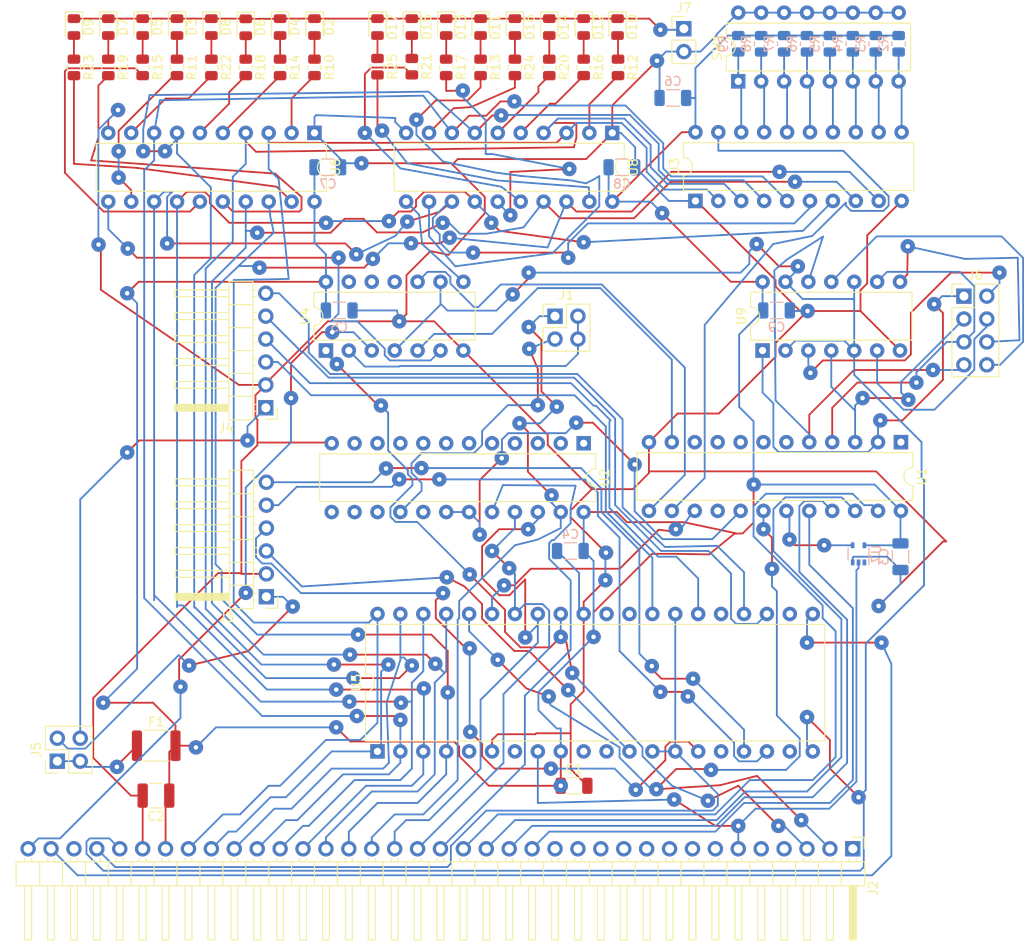
<source format=kicad_pcb>
(kicad_pcb (version 20171130) (host pcbnew "(5.1.7)-1")
  (layers (0 F.Cu signal) (31 B.Cu signal) (34 B.Paste user) (35 F.Paste user) (36 B.SilkS user) (37 F.SilkS user) (38 B.Mask user) (39 F.Mask user) (44 Edge.Cuts user))
  (net 0 "")
  (net 1 /5V)
  (net 2 /GND)
  (net 3 "Net-(D2-Pad2)")
  (net 4 "Net-(D3-Pad2)")
  (net 5 "Net-(D4-Pad2)")
  (net 6 "Net-(D5-Pad2)")
  (net 7 "Net-(D6-Pad2)")
  (net 8 "Net-(D7-Pad2)")
  (net 9 "Net-(D8-Pad2)")
  (net 10 "Net-(D9-Pad2)")
  (net 11 "Net-(D10-Pad2)")
  (net 12 "Net-(D11-Pad2)")
  (net 13 "Net-(D12-Pad2)")
  (net 14 "Net-(D13-Pad2)")
  (net 15 "Net-(D14-Pad2)")
  (net 16 "Net-(D15-Pad2)")
  (net 17 "Net-(D16-Pad2)")
  (net 18 "Net-(D17-Pad2)")
  (net 19 "Net-(F1-Pad1)")
  (net 20 /A0)
  (net 21 "Net-(J1-Pad2)")
  (net 22 /~FE_PORT)
  (net 23 /~IORQ)
  (net 24 /~RD)
  (net 25 /~M1)
  (net 26 /A7)
  (net 27 /A6)
  (net 28 /A5)
  (net 29 /A4)
  (net 30 /A3)
  (net 31 /A2)
  (net 32 /A1)
  (net 33 /D7)
  (net 34 /D6)
  (net 35 /D5)
  (net 36 /D4)
  (net 37 /D3)
  (net 38 /D2)
  (net 39 /D1)
  (net 40 /D0)
  (net 41 /CLK)
  (net 42 /CLK2)
  (net 43 /~RESET)
  (net 44 /~CTS_A)
  (net 45 /~RTS_A)
  (net 46 /RX_A)
  (net 47 /TX_A)
  (net 48 /5V_UART_A)
  (net 49 /5V_UART_B)
  (net 50 /TX_B)
  (net 51 /RX_B)
  (net 52 /~RTS_B)
  (net 53 /~CTS_B)
  (net 54 /~1x_PORT)
  (net 55 /1x_PORT_CK)
  (net 56 /~2x_PORT)
  (net 57 /2x_PORT_CK)
  (net 58 /~3x_PORT)
  (net 59 /3x_PORT_CK)
  (net 60 /~4x_PORT)
  (net 61 /4x_PORT_CK)
  (net 62 "Net-(R2-Pad2)")
  (net 63 "Net-(R3-Pad2)")
  (net 64 "Net-(R4-Pad2)")
  (net 65 "Net-(R5-Pad2)")
  (net 66 "Net-(R6-Pad2)")
  (net 67 "Net-(R7-Pad2)")
  (net 68 "Net-(R8-Pad2)")
  (net 69 "Net-(R9-Pad2)")
  (net 70 /~Ax_PORT)
  (net 71 /M1)
  (net 72 /~Fx_PORT)
  (net 73 /~Dx_PORT)
  (net 74 /~Cx_PORT)
  (net 75 /~Bx_PORT)
  (net 76 "Net-(U4-Pad8)")
  (net 77 /~KBEN)
  (net 78 "Net-(U4-Pad6)")
  (net 79 "Net-(R10-Pad2)")
  (net 80 "Net-(R11-Pad2)")
  (net 81 "Net-(R12-Pad2)")
  (net 82 "Net-(R13-Pad2)")
  (net 83 "Net-(R14-Pad2)")
  (net 84 "Net-(R15-Pad2)")
  (net 85 "Net-(R16-Pad2)")
  (net 86 "Net-(R17-Pad2)")
  (net 87 "Net-(R18-Pad2)")
  (net 88 "Net-(R19-Pad2)")
  (net 89 "Net-(R20-Pad2)")
  (net 90 "Net-(R21-Pad2)")
  (net 91 "Net-(R22-Pad2)")
  (net 92 "Net-(R23-Pad2)")
  (net 93 "Net-(R24-Pad2)")
  (net 94 "Net-(R25-Pad2)")
  (net 95 "Net-(D10-Pad1)")
  (module Package_DIP:DIP-20_W7.62mm (layer F.Cu) (at 175.5902 52.6288 90)
    (fp_text reference U3 (at 3.81 -2.33 90) (layer F.SilkS))
    (fp_text value 74HC245)
    (pad 1 thru_hole rect (at 0 0 90) (size 1.6 1.6) (drill 0.8) (layers *.Cu *.Mask) (net 2 /GND))
    (pad 11 thru_hole oval (at 7.62 22.86 90) (size 1.6 1.6) (drill 0.8) (layers *.Cu *.Mask) (net 62 "Net-(R2-Pad2)"))
    (pad 2 thru_hole oval (at 0 2.54 90) (size 1.6 1.6) (drill 0.8) (layers *.Cu *.Mask) (net 40 /D0))
    (pad 12 thru_hole oval (at 7.62 20.32 90) (size 1.6 1.6) (drill 0.8) (layers *.Cu *.Mask) (net 63 "Net-(R3-Pad2)"))
    (pad 3 thru_hole oval (at 0 5.08 90) (size 1.6 1.6) (drill 0.8) (layers *.Cu *.Mask) (net 39 /D1))
    (pad 13 thru_hole oval (at 7.62 17.78 90) (size 1.6 1.6) (drill 0.8) (layers *.Cu *.Mask) (net 64 "Net-(R4-Pad2)"))
    (pad 4 thru_hole oval (at 0 7.62 90) (size 1.6 1.6) (drill 0.8) (layers *.Cu *.Mask) (net 38 /D2))
    (pad 14 thru_hole oval (at 7.62 15.24 90) (size 1.6 1.6) (drill 0.8) (layers *.Cu *.Mask) (net 65 "Net-(R5-Pad2)"))
    (pad 5 thru_hole oval (at 0 10.16 90) (size 1.6 1.6) (drill 0.8) (layers *.Cu *.Mask) (net 37 /D3))
    (pad 15 thru_hole oval (at 7.62 12.7 90) (size 1.6 1.6) (drill 0.8) (layers *.Cu *.Mask) (net 66 "Net-(R6-Pad2)"))
    (pad 6 thru_hole oval (at 0 12.7 90) (size 1.6 1.6) (drill 0.8) (layers *.Cu *.Mask) (net 36 /D4))
    (pad 16 thru_hole oval (at 7.62 10.16 90) (size 1.6 1.6) (drill 0.8) (layers *.Cu *.Mask) (net 67 "Net-(R7-Pad2)"))
    (pad 7 thru_hole oval (at 0 15.24 90) (size 1.6 1.6) (drill 0.8) (layers *.Cu *.Mask) (net 35 /D5))
    (pad 17 thru_hole oval (at 7.62 7.62 90) (size 1.6 1.6) (drill 0.8) (layers *.Cu *.Mask) (net 68 "Net-(R8-Pad2)"))
    (pad 8 thru_hole oval (at 0 17.78 90) (size 1.6 1.6) (drill 0.8) (layers *.Cu *.Mask) (net 34 /D6))
    (pad 18 thru_hole oval (at 7.62 5.08 90) (size 1.6 1.6) (drill 0.8) (layers *.Cu *.Mask) (net 69 "Net-(R9-Pad2)"))
    (pad 9 thru_hole oval (at 0 20.32 90) (size 1.6 1.6) (drill 0.8) (layers *.Cu *.Mask) (net 33 /D7))
    (pad 19 thru_hole oval (at 7.62 2.54 90) (size 1.6 1.6) (drill 0.8) (layers *.Cu *.Mask) (net 74 /~Cx_PORT))
    (pad 10 thru_hole oval (at 0 22.86 90) (size 1.6 1.6) (drill 0.8) (layers *.Cu *.Mask) (net 2 /GND))
    (pad 20 thru_hole oval (at 7.62 0 90) (size 1.6 1.6) (drill 0.8) (layers *.Cu *.Mask) (net 1 /5V))
  )
  (module Capacitor_SMD:C_1206_3216Metric (layer F.Cu) (at 162.13 117.475)
    (fp_text reference C1 (at 0 -1.85) (layer F.SilkS))
    (fp_text value 100n)
    (pad 1 smd roundrect (at -1.475 0) (size 1.15 1.8) (layers F.Cu F.Paste F.Mask) (roundrect_rratio 0.217391) (net 1 /5V))
    (pad 2 smd roundrect (at 1.475 0) (size 1.15 1.8) (layers F.Cu F.Paste F.Mask) (roundrect_rratio 0.217391) (net 2 /GND))
  )
  (module Capacitor_SMD:C_1210_3225Metric (layer F.Cu) (at 115.775 118.5672 180)
    (fp_text reference C2 (at 0 -2.3) (layer F.SilkS))
    (fp_text value 10u)
    (pad 1 smd roundrect (at -1.475 0 180) (size 1.15 2.7) (layers F.Cu F.Paste F.Mask) (roundrect_rratio 0.217391) (net 1 /5V))
    (pad 2 smd roundrect (at 1.475 0 180) (size 1.15 2.7) (layers F.Cu F.Paste F.Mask) (roundrect_rratio 0.217391) (net 2 /GND))
  )
  (module Capacitor_SMD:C_1206_3216Metric (layer B.Cu) (at 198.325 92.075 270)
    (fp_text reference C3 (at 0 1.85 90) (layer B.SilkS) (effects (justify mirror)))
    (fp_text value 100n)
    (pad 1 smd roundrect (at -1.475 0 270) (size 1.15 1.8) (layers B.Cu B.Paste B.Mask) (roundrect_rratio 0.217391) (net 1 /5V))
    (pad 2 smd roundrect (at 1.475 0 270) (size 1.15 1.8) (layers B.Cu B.Paste B.Mask) (roundrect_rratio 0.217391) (net 2 /GND))
  )
  (module Capacitor_SMD:C_1206_3216Metric (layer B.Cu) (at 161.72 91.44 180)
    (fp_text reference C4 (at 0 1.85) (layer B.SilkS) (effects (justify mirror)))
    (fp_text value 100n)
    (pad 2 smd roundrect (at 1.475 0 180) (size 1.15 1.8) (layers B.Cu B.Paste B.Mask) (roundrect_rratio 0.217391) (net 2 /GND))
    (pad 1 smd roundrect (at -1.475 0 180) (size 1.15 1.8) (layers B.Cu B.Paste B.Mask) (roundrect_rratio 0.217391) (net 1 /5V))
  )
  (module Capacitor_SMD:C_1206_3216Metric (layer B.Cu) (at 136.095 64.77)
    (fp_text reference C5 (at 0 1.85 180) (layer B.SilkS) (effects (justify mirror)))
    (fp_text value 100n)
    (pad 1 smd roundrect (at -1.475 0) (size 1.15 1.8) (layers B.Cu B.Paste B.Mask) (roundrect_rratio 0.217391) (net 1 /5V))
    (pad 2 smd roundrect (at 1.475 0) (size 1.15 1.8) (layers B.Cu B.Paste B.Mask) (roundrect_rratio 0.217391) (net 2 /GND))
  )
  (module Capacitor_SMD:C_1206_3216Metric (layer B.Cu) (at 173.0865 41.2115 180)
    (fp_text reference C6 (at 0 1.85) (layer B.SilkS) (effects (justify mirror)))
    (fp_text value 100n)
    (pad 2 smd roundrect (at 1.475 0 180) (size 1.15 1.8) (layers B.Cu B.Paste B.Mask) (roundrect_rratio 0.217391) (net 2 /GND))
    (pad 1 smd roundrect (at -1.475 0 180) (size 1.15 1.8) (layers B.Cu B.Paste B.Mask) (roundrect_rratio 0.217391) (net 1 /5V))
  )
  (module Capacitor_SMD:C_1206_3216Metric (layer B.Cu) (at 134.825 48.895)
    (fp_text reference C7 (at 0 1.85) (layer B.SilkS) (effects (justify mirror)))
    (fp_text value 100n)
    (pad 1 smd roundrect (at -1.475 0) (size 1.15 1.8) (layers B.Cu B.Paste B.Mask) (roundrect_rratio 0.217391) (net 1 /5V))
    (pad 2 smd roundrect (at 1.475 0) (size 1.15 1.8) (layers B.Cu B.Paste B.Mask) (roundrect_rratio 0.217391) (net 2 /GND))
  )
  (module Capacitor_SMD:C_1206_3216Metric (layer B.Cu) (at 167.435 48.895)
    (fp_text reference C8 (at 0 1.85) (layer B.SilkS) (effects (justify mirror)))
    (fp_text value 100n)
    (pad 2 smd roundrect (at 1.475 0) (size 1.15 1.8) (layers B.Cu B.Paste B.Mask) (roundrect_rratio 0.217391) (net 2 /GND))
    (pad 1 smd roundrect (at -1.475 0) (size 1.15 1.8) (layers B.Cu B.Paste B.Mask) (roundrect_rratio 0.217391) (net 1 /5V))
  )
  (module Capacitor_SMD:C_1206_3216Metric (layer B.Cu) (at 184.58 64.77)
    (fp_text reference C9 (at 0 1.85) (layer B.SilkS) (effects (justify mirror)))
    (fp_text value 100n)
    (pad 2 smd roundrect (at 1.475 0) (size 1.15 1.8) (layers B.Cu B.Paste B.Mask) (roundrect_rratio 0.217391) (net 2 /GND))
    (pad 1 smd roundrect (at -1.475 0) (size 1.15 1.8) (layers B.Cu B.Paste B.Mask) (roundrect_rratio 0.217391) (net 1 /5V))
  )
  (module Diode_SMD:D_0805_2012Metric (layer F.Cu) (at 133.35 33.3525 270)
    (fp_text reference D2 (at 0 -1.65 90) (layer F.SilkS))
    (fp_text value LED)
    (pad 1 smd roundrect (at -0.9375 0 270) (size 0.975 1.4) (layers F.Cu F.Paste F.Mask) (net 95 "Net-(D10-Pad1)"))
    (pad 2 smd roundrect (at 0.9375 0 270) (size 0.975 1.4) (layers F.Cu F.Paste F.Mask) (net 3 "Net-(D2-Pad2)"))
  )
  (module Diode_SMD:D_0805_2012Metric (layer F.Cu) (at 118.11 33.3525 270)
    (fp_text reference D3 (at 0 -1.65 90) (layer F.SilkS))
    (fp_text value LED)
    (pad 1 smd roundrect (at -0.9375 0 270) (size 0.975 1.4) (layers F.Cu F.Paste F.Mask) (net 95 "Net-(D10-Pad1)"))
    (pad 2 smd roundrect (at 0.9375 0 270) (size 0.975 1.4) (layers F.Cu F.Paste F.Mask) (net 4 "Net-(D3-Pad2)"))
  )
  (module Diode_SMD:D_0805_2012Metric (layer F.Cu) (at 129.54 33.3525 270)
    (fp_text reference D4 (at 0 -1.65 90) (layer F.SilkS))
    (fp_text value LED)
    (pad 2 smd roundrect (at 0.9375 0 270) (size 0.975 1.4) (layers F.Cu F.Paste F.Mask) (net 5 "Net-(D4-Pad2)"))
    (pad 1 smd roundrect (at -0.9375 0 270) (size 0.975 1.4) (layers F.Cu F.Paste F.Mask) (net 95 "Net-(D10-Pad1)"))
  )
  (module Diode_SMD:D_0805_2012Metric (layer F.Cu) (at 114.3 33.3525 270)
    (fp_text reference D5 (at 0 -1.65 90) (layer F.SilkS))
    (fp_text value LED)
    (pad 2 smd roundrect (at 0.9375 0 270) (size 0.975 1.4) (layers F.Cu F.Paste F.Mask) (net 6 "Net-(D5-Pad2)"))
    (pad 1 smd roundrect (at -0.9375 0 270) (size 0.975 1.4) (layers F.Cu F.Paste F.Mask) (net 95 "Net-(D10-Pad1)"))
  )
  (module Diode_SMD:D_0805_2012Metric (layer F.Cu) (at 125.73 33.3733 270)
    (fp_text reference D6 (at 0 -1.65 90) (layer F.SilkS))
    (fp_text value LED)
    (pad 1 smd roundrect (at -0.9375 0 270) (size 0.975 1.4) (layers F.Cu F.Paste F.Mask) (net 95 "Net-(D10-Pad1)"))
    (pad 2 smd roundrect (at 0.9375 0 270) (size 0.975 1.4) (layers F.Cu F.Paste F.Mask) (net 7 "Net-(D6-Pad2)"))
  )
  (module Diode_SMD:D_0805_2012Metric (layer F.Cu) (at 110.49 33.3525 270)
    (fp_text reference D7 (at 0 -1.65 90) (layer F.SilkS))
    (fp_text value LED)
    (pad 1 smd roundrect (at -0.9375 0 270) (size 0.975 1.4) (layers F.Cu F.Paste F.Mask) (net 95 "Net-(D10-Pad1)"))
    (pad 2 smd roundrect (at 0.9375 0 270) (size 0.975 1.4) (layers F.Cu F.Paste F.Mask) (net 8 "Net-(D7-Pad2)"))
  )
  (module Diode_SMD:D_0805_2012Metric (layer F.Cu) (at 121.92 33.3525 270)
    (fp_text reference D8 (at 0 -1.65 90) (layer F.SilkS))
    (fp_text value LED)
    (pad 2 smd roundrect (at 0.9375 0 270) (size 0.975 1.4) (layers F.Cu F.Paste F.Mask) (net 9 "Net-(D8-Pad2)"))
    (pad 1 smd roundrect (at -0.9375 0 270) (size 0.975 1.4) (layers F.Cu F.Paste F.Mask) (net 95 "Net-(D10-Pad1)"))
  )
  (module Diode_SMD:D_0805_2012Metric (layer F.Cu) (at 106.68 33.3525 270)
    (fp_text reference D9 (at 0 -1.65 90) (layer F.SilkS))
    (fp_text value LED)
    (pad 2 smd roundrect (at 0.9375 0 270) (size 0.975 1.4) (layers F.Cu F.Paste F.Mask) (net 10 "Net-(D9-Pad2)"))
    (pad 1 smd roundrect (at -0.9375 0 270) (size 0.975 1.4) (layers F.Cu F.Paste F.Mask) (net 95 "Net-(D10-Pad1)"))
  )
  (module Diode_SMD:D_0805_2012Metric (layer F.Cu) (at 166.9542 33.3525 270)
    (fp_text reference D10 (at 0 -1.65 90) (layer F.SilkS))
    (fp_text value LED)
    (pad 1 smd roundrect (at -0.9375 0 270) (size 0.975 1.4) (layers F.Cu F.Paste F.Mask) (net 95 "Net-(D10-Pad1)"))
    (pad 2 smd roundrect (at 0.9375 0 270) (size 0.975 1.4) (layers F.Cu F.Paste F.Mask) (net 11 "Net-(D10-Pad2)"))
  )
  (module Diode_SMD:D_0805_2012Metric (layer F.Cu) (at 151.765 33.3525 270)
    (fp_text reference D11 (at 0 -1.65 90) (layer F.SilkS))
    (fp_text value LED)
    (pad 2 smd roundrect (at 0.9375 0 270) (size 0.975 1.4) (layers F.Cu F.Paste F.Mask) (net 12 "Net-(D11-Pad2)"))
    (pad 1 smd roundrect (at -0.9375 0 270) (size 0.975 1.4) (layers F.Cu F.Paste F.Mask) (net 95 "Net-(D10-Pad1)"))
  )
  (module Diode_SMD:D_0805_2012Metric (layer F.Cu) (at 163.195 33.3525 270)
    (fp_text reference D12 (at 0 -1.65 90) (layer F.SilkS))
    (fp_text value LED)
    (pad 2 smd roundrect (at 0.9375 0 270) (size 0.975 1.4) (layers F.Cu F.Paste F.Mask) (net 13 "Net-(D12-Pad2)"))
    (pad 1 smd roundrect (at -0.9375 0 270) (size 0.975 1.4) (layers F.Cu F.Paste F.Mask) (net 95 "Net-(D10-Pad1)"))
  )
  (module Diode_SMD:D_0805_2012Metric (layer F.Cu) (at 147.955 33.3525 270)
    (fp_text reference D13 (at 0 -1.65 90) (layer F.SilkS))
    (fp_text value LED)
    (pad 1 smd roundrect (at -0.9375 0 270) (size 0.975 1.4) (layers F.Cu F.Paste F.Mask) (net 95 "Net-(D10-Pad1)"))
    (pad 2 smd roundrect (at 0.9375 0 270) (size 0.975 1.4) (layers F.Cu F.Paste F.Mask) (net 14 "Net-(D13-Pad2)"))
  )
  (module Diode_SMD:D_0805_2012Metric (layer F.Cu) (at 159.385 33.3525 270)
    (fp_text reference D14 (at 0 -1.65 90) (layer F.SilkS))
    (fp_text value LED)
    (pad 1 smd roundrect (at -0.9375 0 270) (size 0.975 1.4) (layers F.Cu F.Paste F.Mask) (net 95 "Net-(D10-Pad1)"))
    (pad 2 smd roundrect (at 0.9375 0 270) (size 0.975 1.4) (layers F.Cu F.Paste F.Mask) (net 15 "Net-(D14-Pad2)"))
  )
  (module Diode_SMD:D_0805_2012Metric (layer F.Cu) (at 144.145 33.3525 270)
    (fp_text reference D15 (at 0 -1.65 90) (layer F.SilkS))
    (fp_text value LED)
    (pad 2 smd roundrect (at 0.9375 0 270) (size 0.975 1.4) (layers F.Cu F.Paste F.Mask) (net 16 "Net-(D15-Pad2)"))
    (pad 1 smd roundrect (at -0.9375 0 270) (size 0.975 1.4) (layers F.Cu F.Paste F.Mask) (net 95 "Net-(D10-Pad1)"))
  )
  (module Diode_SMD:D_0805_2012Metric (layer F.Cu) (at 155.575 33.3525 270)
    (fp_text reference D16 (at 0 -1.65 90) (layer F.SilkS))
    (fp_text value LED)
    (pad 1 smd roundrect (at -0.9375 0 270) (size 0.975 1.4) (layers F.Cu F.Paste F.Mask) (net 95 "Net-(D10-Pad1)"))
    (pad 2 smd roundrect (at 0.9375 0 270) (size 0.975 1.4) (layers F.Cu F.Paste F.Mask) (net 17 "Net-(D16-Pad2)"))
  )
  (module Diode_SMD:D_0805_2012Metric (layer F.Cu) (at 140.335 33.3525 270)
    (fp_text reference D17 (at 0 -1.65 90) (layer F.SilkS))
    (fp_text value LED)
    (pad 2 smd roundrect (at 0.9375 0 270) (size 0.975 1.4) (layers F.Cu F.Paste F.Mask) (net 18 "Net-(D17-Pad2)"))
    (pad 1 smd roundrect (at -0.9375 0 270) (size 0.975 1.4) (layers F.Cu F.Paste F.Mask) (net 95 "Net-(D10-Pad1)"))
  )
  (module Fuse:Fuse_1812_4532Metric (layer F.Cu) (at 115.8025 113.03)
    (fp_text reference F1 (at 0 -2.65) (layer F.SilkS))
    (fp_text value Fuse)
    (pad 1 smd roundrect (at -2.1375 0) (size 1.125 3.4) (layers F.Cu F.Paste F.Mask) (roundrect_rratio 0.222222) (net 19 "Net-(F1-Pad1)"))
    (pad 2 smd roundrect (at 2.1375 0) (size 1.125 3.4) (layers F.Cu F.Paste F.Mask) (roundrect_rratio 0.222222) (net 1 /5V))
  )
  (module Connector_PinHeader_2.54mm:PinHeader_2x02_P2.54mm_Vertical (layer F.Cu) (at 160.02 65.405)
    (fp_text reference J1 (at 1.27 -2.33) (layer F.SilkS))
    (fp_text value KB_SEL)
    (pad 1 thru_hole rect (at 0 0) (size 1.7 1.7) (drill 1) (layers *.Cu *.Mask) (net 20 /A0))
    (pad 2 thru_hole oval (at 2.54 0) (size 1.7 1.7) (drill 1) (layers *.Cu *.Mask) (net 21 "Net-(J1-Pad2)"))
    (pad 3 thru_hole oval (at 0 2.54) (size 1.7 1.7) (drill 1) (layers *.Cu *.Mask) (net 22 /~FE_PORT))
    (pad 4 thru_hole oval (at 2.54 2.54) (size 1.7 1.7) (drill 1) (layers *.Cu *.Mask) (net 21 "Net-(J1-Pad2)"))
  )
  (module Connector_PinHeader_2.54mm:PinHeader_1x06_P2.54mm_Horizontal (layer F.Cu) (at 128.016 96.52 180)
    (fp_text reference J3 (at 4.385 -2.27) (layer F.SilkS))
    (fp_text value UART_A)
    (pad 6 thru_hole oval (at 0 12.7 180) (size 1.7 1.7) (drill 1) (layers *.Cu *.Mask) (net 44 /~CTS_A))
    (pad 5 thru_hole oval (at 0 10.16 180) (size 1.7 1.7) (drill 1) (layers *.Cu *.Mask) (net 45 /~RTS_A))
    (pad 4 thru_hole oval (at 0 7.62 180) (size 1.7 1.7) (drill 1) (layers *.Cu *.Mask) (net 46 /RX_A))
    (pad 3 thru_hole oval (at 0 5.08 180) (size 1.7 1.7) (drill 1) (layers *.Cu *.Mask) (net 47 /TX_A))
    (pad 2 thru_hole oval (at 0 2.54 180) (size 1.7 1.7) (drill 1) (layers *.Cu *.Mask) (net 2 /GND))
    (pad 1 thru_hole rect (at 0 0 180) (size 1.7 1.7) (drill 1) (layers *.Cu *.Mask) (net 48 /5V_UART_A))
  )
  (module Connector_PinHeader_2.54mm:PinHeader_1x06_P2.54mm_Horizontal (layer F.Cu) (at 127.9525 75.565 180)
    (fp_text reference J4 (at 4.385 -2.27) (layer F.SilkS))
    (fp_text value UART_B)
    (pad 1 thru_hole rect (at 0 0 180) (size 1.7 1.7) (drill 1) (layers *.Cu *.Mask) (net 49 /5V_UART_B))
    (pad 2 thru_hole oval (at 0 2.54 180) (size 1.7 1.7) (drill 1) (layers *.Cu *.Mask) (net 2 /GND))
    (pad 3 thru_hole oval (at 0 5.08 180) (size 1.7 1.7) (drill 1) (layers *.Cu *.Mask) (net 50 /TX_B))
    (pad 4 thru_hole oval (at 0 7.62 180) (size 1.7 1.7) (drill 1) (layers *.Cu *.Mask) (net 51 /RX_B))
    (pad 5 thru_hole oval (at 0 10.16 180) (size 1.7 1.7) (drill 1) (layers *.Cu *.Mask) (net 52 /~RTS_B))
    (pad 6 thru_hole oval (at 0 12.7 180) (size 1.7 1.7) (drill 1) (layers *.Cu *.Mask) (net 53 /~CTS_B))
  )
  (module Connector_PinHeader_2.54mm:PinHeader_2x02_P2.54mm_Vertical (layer F.Cu) (at 104.8385 114.7445 90)
    (fp_text reference J5 (at 1.27 -2.33 90) (layer F.SilkS))
    (fp_text value PW_SEL)
    (pad 4 thru_hole oval (at 2.54 2.54 90) (size 1.7 1.7) (drill 1) (layers *.Cu *.Mask) (net 49 /5V_UART_B))
    (pad 3 thru_hole oval (at 0 2.54 90) (size 1.7 1.7) (drill 1) (layers *.Cu *.Mask) (net 19 "Net-(F1-Pad1)"))
    (pad 2 thru_hole oval (at 2.54 0 90) (size 1.7 1.7) (drill 1) (layers *.Cu *.Mask) (net 48 /5V_UART_A))
    (pad 1 thru_hole rect (at 0 0 90) (size 1.7 1.7) (drill 1) (layers *.Cu *.Mask) (net 19 "Net-(F1-Pad1)"))
  )
  (module Connector_PinHeader_2.54mm:PinHeader_2x04_P2.54mm_Vertical (layer F.Cu) (at 205.359 63.1825)
    (fp_text reference J6 (at 1.27 -2.33) (layer F.SilkS))
    (fp_text value CONN_OUT)
    (pad 1 thru_hole rect (at 0 0) (size 1.7 1.7) (drill 1) (layers *.Cu *.Mask) (net 54 /~1x_PORT))
    (pad 2 thru_hole oval (at 2.54 0) (size 1.7 1.7) (drill 1) (layers *.Cu *.Mask) (net 55 /1x_PORT_CK))
    (pad 3 thru_hole oval (at 0 2.54) (size 1.7 1.7) (drill 1) (layers *.Cu *.Mask) (net 56 /~2x_PORT))
    (pad 4 thru_hole oval (at 2.54 2.54) (size 1.7 1.7) (drill 1) (layers *.Cu *.Mask) (net 57 /2x_PORT_CK))
    (pad 5 thru_hole oval (at 0 5.08) (size 1.7 1.7) (drill 1) (layers *.Cu *.Mask) (net 58 /~3x_PORT))
    (pad 6 thru_hole oval (at 2.54 5.08) (size 1.7 1.7) (drill 1) (layers *.Cu *.Mask) (net 59 /3x_PORT_CK))
    (pad 7 thru_hole oval (at 0 7.62) (size 1.7 1.7) (drill 1) (layers *.Cu *.Mask) (net 60 /~4x_PORT))
    (pad 8 thru_hole oval (at 2.54 7.62) (size 1.7 1.7) (drill 1) (layers *.Cu *.Mask) (net 61 /4x_PORT_CK))
  )
  (module Resistor_SMD:R_0805_2012Metric (layer B.Cu) (at 198.12 35.2025 270)
    (fp_text reference R2 (at 0 1.65 90) (layer B.SilkS) (effects (justify mirror)))
    (fp_text value R)
    (pad 1 smd roundrect (at -0.9125 0 270) (size 1.025 1.4) (layers B.Cu B.Paste B.Mask) (roundrect_rratio 0.243902) (net 1 /5V))
    (pad 2 smd roundrect (at 0.9125 0 270) (size 1.025 1.4) (layers B.Cu B.Paste B.Mask) (roundrect_rratio 0.243902) (net 62 "Net-(R2-Pad2)"))
  )
  (module Resistor_SMD:R_0805_2012Metric (layer B.Cu) (at 195.58 35.2025 270)
    (fp_text reference R3 (at 0 1.65 270) (layer B.SilkS) (effects (justify mirror)))
    (fp_text value R)
    (pad 2 smd roundrect (at 0.9125 0 270) (size 1.025 1.4) (layers B.Cu B.Paste B.Mask) (roundrect_rratio 0.243902) (net 63 "Net-(R3-Pad2)"))
    (pad 1 smd roundrect (at -0.9125 0 270) (size 1.025 1.4) (layers B.Cu B.Paste B.Mask) (roundrect_rratio 0.243902) (net 1 /5V))
  )
  (module Resistor_SMD:R_0805_2012Metric (layer B.Cu) (at 193.04 35.2025 270)
    (fp_text reference R4 (at 0 1.65 90) (layer B.SilkS) (effects (justify mirror)))
    (fp_text value R)
    (pad 1 smd roundrect (at -0.9125 0 270) (size 1.025 1.4) (layers B.Cu B.Paste B.Mask) (roundrect_rratio 0.243902) (net 1 /5V))
    (pad 2 smd roundrect (at 0.9125 0 270) (size 1.025 1.4) (layers B.Cu B.Paste B.Mask) (roundrect_rratio 0.243902) (net 64 "Net-(R4-Pad2)"))
  )
  (module Resistor_SMD:R_0805_2012Metric (layer B.Cu) (at 190.5 35.2025 270)
    (fp_text reference R5 (at 0 1.65 90) (layer B.SilkS) (effects (justify mirror)))
    (fp_text value R)
    (pad 2 smd roundrect (at 0.9125 0 270) (size 1.025 1.4) (layers B.Cu B.Paste B.Mask) (roundrect_rratio 0.243902) (net 65 "Net-(R5-Pad2)"))
    (pad 1 smd roundrect (at -0.9125 0 270) (size 1.025 1.4) (layers B.Cu B.Paste B.Mask) (roundrect_rratio 0.243902) (net 1 /5V))
  )
  (module Resistor_SMD:R_0805_2012Metric (layer B.Cu) (at 187.96 35.2025 270)
    (fp_text reference R6 (at 0 1.65 90) (layer B.SilkS) (effects (justify mirror)))
    (fp_text value R)
    (pad 2 smd roundrect (at 0.9125 0 270) (size 1.025 1.4) (layers B.Cu B.Paste B.Mask) (roundrect_rratio 0.243902) (net 66 "Net-(R6-Pad2)"))
    (pad 1 smd roundrect (at -0.9125 0 270) (size 1.025 1.4) (layers B.Cu B.Paste B.Mask) (roundrect_rratio 0.243902) (net 1 /5V))
  )
  (module Resistor_SMD:R_0805_2012Metric (layer B.Cu) (at 185.42 35.2025 270)
    (fp_text reference R7 (at 0 1.65 90) (layer B.SilkS) (effects (justify mirror)))
    (fp_text value R)
    (pad 2 smd roundrect (at 0.9125 0 270) (size 1.025 1.4) (layers B.Cu B.Paste B.Mask) (roundrect_rratio 0.243902) (net 67 "Net-(R7-Pad2)"))
    (pad 1 smd roundrect (at -0.9125 0 270) (size 1.025 1.4) (layers B.Cu B.Paste B.Mask) (roundrect_rratio 0.243902) (net 1 /5V))
  )
  (module Resistor_SMD:R_0805_2012Metric (layer B.Cu) (at 182.88 35.2025 270)
    (fp_text reference R8 (at 0 1.65 90) (layer B.SilkS) (effects (justify mirror)))
    (fp_text value R)
    (pad 1 smd roundrect (at -0.9125 0 270) (size 1.025 1.4) (layers B.Cu B.Paste B.Mask) (roundrect_rratio 0.243902) (net 1 /5V))
    (pad 2 smd roundrect (at 0.9125 0 270) (size 1.025 1.4) (layers B.Cu B.Paste B.Mask) (roundrect_rratio 0.243902) (net 68 "Net-(R8-Pad2)"))
  )
  (module Resistor_SMD:R_0805_2012Metric (layer B.Cu) (at 180.34 35.2025 270)
    (fp_text reference R9 (at 0 1.65 90) (layer B.SilkS) (effects (justify mirror)))
    (fp_text value R)
    (pad 2 smd roundrect (at 0.9125 0 270) (size 1.025 1.4) (layers B.Cu B.Paste B.Mask) (roundrect_rratio 0.243902) (net 69 "Net-(R9-Pad2)"))
    (pad 1 smd roundrect (at -0.9125 0 270) (size 1.025 1.4) (layers B.Cu B.Paste B.Mask) (roundrect_rratio 0.243902) (net 1 /5V))
  )
  (module Resistor_SMD:R_0805_2012Metric (layer F.Cu) (at 133.35 37.8225 270)
    (fp_text reference R10 (at 0 -1.65 90) (layer F.SilkS))
    (fp_text value R)
    (pad 2 smd roundrect (at 0.9125 0 270) (size 1.025 1.4) (layers F.Cu F.Paste F.Mask) (roundrect_rratio 0.243902) (net 79 "Net-(R10-Pad2)"))
    (pad 1 smd roundrect (at -0.9125 0 270) (size 1.025 1.4) (layers F.Cu F.Paste F.Mask) (roundrect_rratio 0.243902) (net 3 "Net-(D2-Pad2)"))
  )
  (module Resistor_SMD:R_0805_2012Metric (layer F.Cu) (at 118.11 37.8225 270)
    (fp_text reference R11 (at 0 -1.65 90) (layer F.SilkS))
    (fp_text value R)
    (pad 2 smd roundrect (at 0.9125 0 270) (size 1.025 1.4) (layers F.Cu F.Paste F.Mask) (roundrect_rratio 0.243902) (net 80 "Net-(R11-Pad2)"))
    (pad 1 smd roundrect (at -0.9125 0 270) (size 1.025 1.4) (layers F.Cu F.Paste F.Mask) (roundrect_rratio 0.243902) (net 4 "Net-(D3-Pad2)"))
  )
  (module Resistor_SMD:R_0805_2012Metric (layer F.Cu) (at 167.005 37.8225 270)
    (fp_text reference R12 (at 0 -1.65 90) (layer F.SilkS))
    (fp_text value R)
    (pad 1 smd roundrect (at -0.9125 0 270) (size 1.025 1.4) (layers F.Cu F.Paste F.Mask) (roundrect_rratio 0.243902) (net 11 "Net-(D10-Pad2)"))
    (pad 2 smd roundrect (at 0.9125 0 270) (size 1.025 1.4) (layers F.Cu F.Paste F.Mask) (roundrect_rratio 0.243902) (net 81 "Net-(R12-Pad2)"))
  )
  (module Resistor_SMD:R_0805_2012Metric (layer F.Cu) (at 151.765 37.8225 270)
    (fp_text reference R13 (at 0 -1.65 90) (layer F.SilkS))
    (fp_text value R)
    (pad 2 smd roundrect (at 0.9125 0 270) (size 1.025 1.4) (layers F.Cu F.Paste F.Mask) (roundrect_rratio 0.243902) (net 82 "Net-(R13-Pad2)"))
    (pad 1 smd roundrect (at -0.9125 0 270) (size 1.025 1.4) (layers F.Cu F.Paste F.Mask) (roundrect_rratio 0.243902) (net 12 "Net-(D11-Pad2)"))
  )
  (module Resistor_SMD:R_0805_2012Metric (layer F.Cu) (at 129.54 37.8225 270)
    (fp_text reference R14 (at 0 -1.65 90) (layer F.SilkS))
    (fp_text value R)
    (pad 1 smd roundrect (at -0.9125 0 270) (size 1.025 1.4) (layers F.Cu F.Paste F.Mask) (roundrect_rratio 0.243902) (net 5 "Net-(D4-Pad2)"))
    (pad 2 smd roundrect (at 0.9125 0 270) (size 1.025 1.4) (layers F.Cu F.Paste F.Mask) (roundrect_rratio 0.243902) (net 83 "Net-(R14-Pad2)"))
  )
  (module Resistor_SMD:R_0805_2012Metric (layer F.Cu) (at 114.3 37.8225 270)
    (fp_text reference R15 (at 0 -1.65 90) (layer F.SilkS))
    (fp_text value R)
    (pad 1 smd roundrect (at -0.9125 0 270) (size 1.025 1.4) (layers F.Cu F.Paste F.Mask) (roundrect_rratio 0.243902) (net 6 "Net-(D5-Pad2)"))
    (pad 2 smd roundrect (at 0.9125 0 270) (size 1.025 1.4) (layers F.Cu F.Paste F.Mask) (roundrect_rratio 0.243902) (net 84 "Net-(R15-Pad2)"))
  )
  (module Resistor_SMD:R_0805_2012Metric (layer F.Cu) (at 163.195 37.8225 270)
    (fp_text reference R16 (at 0 -1.65 90) (layer F.SilkS))
    (fp_text value R)
    (pad 1 smd roundrect (at -0.9125 0 270) (size 1.025 1.4) (layers F.Cu F.Paste F.Mask) (roundrect_rratio 0.243902) (net 13 "Net-(D12-Pad2)"))
    (pad 2 smd roundrect (at 0.9125 0 270) (size 1.025 1.4) (layers F.Cu F.Paste F.Mask) (roundrect_rratio 0.243902) (net 85 "Net-(R16-Pad2)"))
  )
  (module Resistor_SMD:R_0805_2012Metric (layer F.Cu) (at 147.955 37.8225 270)
    (fp_text reference R17 (at 0 -1.65 90) (layer F.SilkS))
    (fp_text value R)
    (pad 1 smd roundrect (at -0.9125 0 270) (size 1.025 1.4) (layers F.Cu F.Paste F.Mask) (roundrect_rratio 0.243902) (net 14 "Net-(D13-Pad2)"))
    (pad 2 smd roundrect (at 0.9125 0 270) (size 1.025 1.4) (layers F.Cu F.Paste F.Mask) (roundrect_rratio 0.243902) (net 86 "Net-(R17-Pad2)"))
  )
  (module Resistor_SMD:R_0805_2012Metric (layer F.Cu) (at 125.73 37.8225 270)
    (fp_text reference R18 (at 0 -1.65 90) (layer F.SilkS))
    (fp_text value R)
    (pad 2 smd roundrect (at 0.9125 0 270) (size 1.025 1.4) (layers F.Cu F.Paste F.Mask) (roundrect_rratio 0.243902) (net 87 "Net-(R18-Pad2)"))
    (pad 1 smd roundrect (at -0.9125 0 270) (size 1.025 1.4) (layers F.Cu F.Paste F.Mask) (roundrect_rratio 0.243902) (net 7 "Net-(D6-Pad2)"))
  )
  (module Resistor_SMD:R_0805_2012Metric (layer F.Cu) (at 110.49 37.8225 270)
    (fp_text reference R19 (at 0 -1.65 90) (layer F.SilkS))
    (fp_text value R)
    (pad 2 smd roundrect (at 0.9125 0 270) (size 1.025 1.4) (layers F.Cu F.Paste F.Mask) (roundrect_rratio 0.243902) (net 88 "Net-(R19-Pad2)"))
    (pad 1 smd roundrect (at -0.9125 0 270) (size 1.025 1.4) (layers F.Cu F.Paste F.Mask) (roundrect_rratio 0.243902) (net 8 "Net-(D7-Pad2)"))
  )
  (module Resistor_SMD:R_0805_2012Metric (layer F.Cu) (at 159.385 37.8225 270)
    (fp_text reference R20 (at 0 -1.65 90) (layer F.SilkS))
    (fp_text value R)
    (pad 2 smd roundrect (at 0.9125 0 270) (size 1.025 1.4) (layers F.Cu F.Paste F.Mask) (roundrect_rratio 0.243902) (net 89 "Net-(R20-Pad2)"))
    (pad 1 smd roundrect (at -0.9125 0 270) (size 1.025 1.4) (layers F.Cu F.Paste F.Mask) (roundrect_rratio 0.243902) (net 15 "Net-(D14-Pad2)"))
  )
  (module Resistor_SMD:R_0805_2012Metric (layer F.Cu) (at 144.145 37.7425 270)
    (fp_text reference R21 (at 0 -1.65 90) (layer F.SilkS))
    (fp_text value R)
    (pad 2 smd roundrect (at 0.9125 0 270) (size 1.025 1.4) (layers F.Cu F.Paste F.Mask) (roundrect_rratio 0.243902) (net 90 "Net-(R21-Pad2)"))
    (pad 1 smd roundrect (at -0.9125 0 270) (size 1.025 1.4) (layers F.Cu F.Paste F.Mask) (roundrect_rratio 0.243902) (net 16 "Net-(D15-Pad2)"))
  )
  (module Resistor_SMD:R_0805_2012Metric (layer F.Cu) (at 121.92 37.8225 270)
    (fp_text reference R22 (at 0 -1.65 90) (layer F.SilkS))
    (fp_text value R)
    (pad 1 smd roundrect (at -0.9125 0 270) (size 1.025 1.4) (layers F.Cu F.Paste F.Mask) (roundrect_rratio 0.243902) (net 9 "Net-(D8-Pad2)"))
    (pad 2 smd roundrect (at 0.9125 0 270) (size 1.025 1.4) (layers F.Cu F.Paste F.Mask) (roundrect_rratio 0.243902) (net 91 "Net-(R22-Pad2)"))
  )
  (module Resistor_SMD:R_0805_2012Metric (layer F.Cu) (at 106.68 37.8225 270)
    (fp_text reference R23 (at 0 -1.65 90) (layer F.SilkS))
    (fp_text value R)
    (pad 1 smd roundrect (at -0.9125 0 270) (size 1.025 1.4) (layers F.Cu F.Paste F.Mask) (roundrect_rratio 0.243902) (net 10 "Net-(D9-Pad2)"))
    (pad 2 smd roundrect (at 0.9125 0 270) (size 1.025 1.4) (layers F.Cu F.Paste F.Mask) (roundrect_rratio 0.243902) (net 92 "Net-(R23-Pad2)"))
  )
  (module Resistor_SMD:R_0805_2012Metric (layer F.Cu) (at 155.575 37.8225 270)
    (fp_text reference R24 (at 0 -1.65 90) (layer F.SilkS))
    (fp_text value R)
    (pad 1 smd roundrect (at -0.9125 0 270) (size 1.025 1.4) (layers F.Cu F.Paste F.Mask) (roundrect_rratio 0.243902) (net 17 "Net-(D16-Pad2)"))
    (pad 2 smd roundrect (at 0.9125 0 270) (size 1.025 1.4) (layers F.Cu F.Paste F.Mask) (roundrect_rratio 0.243902) (net 93 "Net-(R24-Pad2)"))
  )
  (module Resistor_SMD:R_0805_2012Metric (layer F.Cu) (at 140.335 37.7425 270)
    (fp_text reference R25 (at 0 -1.65 90) (layer F.SilkS))
    (fp_text value R)
    (pad 1 smd roundrect (at -0.9125 0 270) (size 1.025 1.4) (layers F.Cu F.Paste F.Mask) (roundrect_rratio 0.243902) (net 18 "Net-(D17-Pad2)"))
    (pad 2 smd roundrect (at 0.9125 0 270) (size 1.025 1.4) (layers F.Cu F.Paste F.Mask) (roundrect_rratio 0.243902) (net 94 "Net-(R25-Pad2)"))
  )
  (module Package_DIP:DIP-16_W7.62mm (layer F.Cu) (at 180.34 39.37 90)
    (fp_text reference SW1 (at 3.81 -2.33 90) (layer F.SilkS))
    (fp_text value DIP_SW_C)
    (pad 1 thru_hole rect (at 0 0 90) (size 1.6 1.6) (drill 0.8) (layers *.Cu *.Mask) (net 69 "Net-(R9-Pad2)"))
    (pad 9 thru_hole oval (at 7.62 17.78 90) (size 1.6 1.6) (drill 0.8) (layers *.Cu *.Mask) (net 2 /GND))
    (pad 2 thru_hole oval (at 0 2.54 90) (size 1.6 1.6) (drill 0.8) (layers *.Cu *.Mask) (net 68 "Net-(R8-Pad2)"))
    (pad 10 thru_hole oval (at 7.62 15.24 90) (size 1.6 1.6) (drill 0.8) (layers *.Cu *.Mask) (net 2 /GND))
    (pad 3 thru_hole oval (at 0 5.08 90) (size 1.6 1.6) (drill 0.8) (layers *.Cu *.Mask) (net 67 "Net-(R7-Pad2)"))
    (pad 11 thru_hole oval (at 7.62 12.7 90) (size 1.6 1.6) (drill 0.8) (layers *.Cu *.Mask) (net 2 /GND))
    (pad 4 thru_hole oval (at 0 7.62 90) (size 1.6 1.6) (drill 0.8) (layers *.Cu *.Mask) (net 66 "Net-(R6-Pad2)"))
    (pad 12 thru_hole oval (at 7.62 10.16 90) (size 1.6 1.6) (drill 0.8) (layers *.Cu *.Mask) (net 2 /GND))
    (pad 5 thru_hole oval (at 0 10.16 90) (size 1.6 1.6) (drill 0.8) (layers *.Cu *.Mask) (net 65 "Net-(R5-Pad2)"))
    (pad 13 thru_hole oval (at 7.62 7.62 90) (size 1.6 1.6) (drill 0.8) (layers *.Cu *.Mask) (net 2 /GND))
    (pad 6 thru_hole oval (at 0 12.7 90) (size 1.6 1.6) (drill 0.8) (layers *.Cu *.Mask) (net 64 "Net-(R4-Pad2)"))
    (pad 14 thru_hole oval (at 7.62 5.08 90) (size 1.6 1.6) (drill 0.8) (layers *.Cu *.Mask) (net 2 /GND))
    (pad 7 thru_hole oval (at 0 15.24 90) (size 1.6 1.6) (drill 0.8) (layers *.Cu *.Mask) (net 63 "Net-(R3-Pad2)"))
    (pad 15 thru_hole oval (at 7.62 2.54 90) (size 1.6 1.6) (drill 0.8) (layers *.Cu *.Mask) (net 2 /GND))
    (pad 8 thru_hole oval (at 0 17.78 90) (size 1.6 1.6) (drill 0.8) (layers *.Cu *.Mask) (net 62 "Net-(R2-Pad2)"))
    (pad 16 thru_hole oval (at 7.62 0 90) (size 1.6 1.6) (drill 0.8) (layers *.Cu *.Mask) (net 2 /GND))
  )
  (module Package_DIP:DIP-24_W7.62mm (layer F.Cu) (at 198.374 79.375 270)
    (fp_text reference U1 (at 3.81 -2.33 90) (layer F.SilkS))
    (fp_text value 74LS154)
    (pad 24 thru_hole oval (at 7.62 0 270) (size 1.6 1.6) (drill 0.8) (layers *.Cu *.Mask) (net 1 /5V))
    (pad 12 thru_hole oval (at 0 27.94 270) (size 1.6 1.6) (drill 0.8) (layers *.Cu *.Mask) (net 2 /GND))
    (pad 23 thru_hole oval (at 7.62 2.54 270) (size 1.6 1.6) (drill 0.8) (layers *.Cu *.Mask) (net 29 /A4))
    (pad 11 thru_hole oval (at 0 25.4 270) (size 1.6 1.6) (drill 0.8) (layers *.Cu *.Mask) (net 70 /~Ax_PORT))
    (pad 22 thru_hole oval (at 7.62 5.08 270) (size 1.6 1.6) (drill 0.8) (layers *.Cu *.Mask) (net 28 /A5))
    (pad 10 thru_hole oval (at 0 22.86 270) (size 1.6 1.6) (drill 0.8) (layers *.Cu *.Mask))
    (pad 21 thru_hole oval (at 7.62 7.62 270) (size 1.6 1.6) (drill 0.8) (layers *.Cu *.Mask) (net 27 /A6))
    (pad 9 thru_hole oval (at 0 20.32 270) (size 1.6 1.6) (drill 0.8) (layers *.Cu *.Mask))
    (pad 20 thru_hole oval (at 7.62 10.16 270) (size 1.6 1.6) (drill 0.8) (layers *.Cu *.Mask) (net 26 /A7))
    (pad 8 thru_hole oval (at 0 17.78 270) (size 1.6 1.6) (drill 0.8) (layers *.Cu *.Mask))
    (pad 19 thru_hole oval (at 7.62 12.7 270) (size 1.6 1.6) (drill 0.8) (layers *.Cu *.Mask) (net 71 /M1))
    (pad 7 thru_hole oval (at 0 15.24 270) (size 1.6 1.6) (drill 0.8) (layers *.Cu *.Mask))
    (pad 18 thru_hole oval (at 7.62 15.24 270) (size 1.6 1.6) (drill 0.8) (layers *.Cu *.Mask) (net 23 /~IORQ))
    (pad 6 thru_hole oval (at 0 12.7 270) (size 1.6 1.6) (drill 0.8) (layers *.Cu *.Mask))
    (pad 17 thru_hole oval (at 7.62 17.78 270) (size 1.6 1.6) (drill 0.8) (layers *.Cu *.Mask) (net 72 /~Fx_PORT))
    (pad 5 thru_hole oval (at 0 10.16 270) (size 1.6 1.6) (drill 0.8) (layers *.Cu *.Mask) (net 60 /~4x_PORT))
    (pad 16 thru_hole oval (at 7.62 20.32 270) (size 1.6 1.6) (drill 0.8) (layers *.Cu *.Mask))
    (pad 4 thru_hole oval (at 0 7.62 270) (size 1.6 1.6) (drill 0.8) (layers *.Cu *.Mask) (net 58 /~3x_PORT))
    (pad 15 thru_hole oval (at 7.62 22.86 270) (size 1.6 1.6) (drill 0.8) (layers *.Cu *.Mask) (net 73 /~Dx_PORT))
    (pad 3 thru_hole oval (at 0 5.08 270) (size 1.6 1.6) (drill 0.8) (layers *.Cu *.Mask) (net 56 /~2x_PORT))
    (pad 14 thru_hole oval (at 7.62 25.4 270) (size 1.6 1.6) (drill 0.8) (layers *.Cu *.Mask) (net 74 /~Cx_PORT))
    (pad 2 thru_hole oval (at 0 2.54 270) (size 1.6 1.6) (drill 0.8) (layers *.Cu *.Mask) (net 54 /~1x_PORT))
    (pad 13 thru_hole oval (at 7.62 27.94 270) (size 1.6 1.6) (drill 0.8) (layers *.Cu *.Mask) (net 75 /~Bx_PORT))
    (pad 1 thru_hole rect (at 0 0 270) (size 1.6 1.6) (drill 0.8) (layers *.Cu *.Mask))
  )
  (module Package_DIP:DIP-24_W7.62mm (layer F.Cu) (at 163.195 79.502 270)
    (fp_text reference U2 (at 3.81 -2.33 90) (layer F.SilkS))
    (fp_text value 74LS154)
    (pad 1 thru_hole rect (at 0 0 270) (size 1.6 1.6) (drill 0.8) (layers *.Cu *.Mask))
    (pad 13 thru_hole oval (at 7.62 27.94 270) (size 1.6 1.6) (drill 0.8) (layers *.Cu *.Mask))
    (pad 2 thru_hole oval (at 0 2.54 270) (size 1.6 1.6) (drill 0.8) (layers *.Cu *.Mask))
    (pad 14 thru_hole oval (at 7.62 25.4 270) (size 1.6 1.6) (drill 0.8) (layers *.Cu *.Mask))
    (pad 3 thru_hole oval (at 0 5.08 270) (size 1.6 1.6) (drill 0.8) (layers *.Cu *.Mask))
    (pad 15 thru_hole oval (at 7.62 22.86 270) (size 1.6 1.6) (drill 0.8) (layers *.Cu *.Mask))
    (pad 4 thru_hole oval (at 0 7.62 270) (size 1.6 1.6) (drill 0.8) (layers *.Cu *.Mask))
    (pad 16 thru_hole oval (at 7.62 20.32 270) (size 1.6 1.6) (drill 0.8) (layers *.Cu *.Mask) (net 22 /~FE_PORT))
    (pad 5 thru_hole oval (at 0 10.16 270) (size 1.6 1.6) (drill 0.8) (layers *.Cu *.Mask))
    (pad 17 thru_hole oval (at 7.62 17.78 270) (size 1.6 1.6) (drill 0.8) (layers *.Cu *.Mask))
    (pad 6 thru_hole oval (at 0 12.7 270) (size 1.6 1.6) (drill 0.8) (layers *.Cu *.Mask))
    (pad 18 thru_hole oval (at 7.62 15.24 270) (size 1.6 1.6) (drill 0.8) (layers *.Cu *.Mask) (net 72 /~Fx_PORT))
    (pad 7 thru_hole oval (at 0 15.24 270) (size 1.6 1.6) (drill 0.8) (layers *.Cu *.Mask))
    (pad 19 thru_hole oval (at 7.62 12.7 270) (size 1.6 1.6) (drill 0.8) (layers *.Cu *.Mask) (net 72 /~Fx_PORT))
    (pad 8 thru_hole oval (at 0 17.78 270) (size 1.6 1.6) (drill 0.8) (layers *.Cu *.Mask))
    (pad 20 thru_hole oval (at 7.62 10.16 270) (size 1.6 1.6) (drill 0.8) (layers *.Cu *.Mask) (net 30 /A3))
    (pad 9 thru_hole oval (at 0 20.32 270) (size 1.6 1.6) (drill 0.8) (layers *.Cu *.Mask))
    (pad 21 thru_hole oval (at 7.62 7.62 270) (size 1.6 1.6) (drill 0.8) (layers *.Cu *.Mask) (net 31 /A2))
    (pad 10 thru_hole oval (at 0 22.86 270) (size 1.6 1.6) (drill 0.8) (layers *.Cu *.Mask))
    (pad 22 thru_hole oval (at 7.62 5.08 270) (size 1.6 1.6) (drill 0.8) (layers *.Cu *.Mask) (net 32 /A1))
    (pad 11 thru_hole oval (at 0 25.4 270) (size 1.6 1.6) (drill 0.8) (layers *.Cu *.Mask))
    (pad 23 thru_hole oval (at 7.62 2.54 270) (size 1.6 1.6) (drill 0.8) (layers *.Cu *.Mask) (net 20 /A0))
    (pad 12 thru_hole oval (at 0 27.94 270) (size 1.6 1.6) (drill 0.8) (layers *.Cu *.Mask) (net 2 /GND))
    (pad 24 thru_hole oval (at 7.62 0 270) (size 1.6 1.6) (drill 0.8) (layers *.Cu *.Mask) (net 1 /5V))
  )
  (module Package_DIP:DIP-14_W7.62mm (layer F.Cu) (at 134.62 69.215 90)
    (fp_text reference U4 (at 3.81 -2.33 90) (layer F.SilkS))
    (fp_text value 74LS32)
    (pad 1 thru_hole rect (at 0 0 90) (size 1.6 1.6) (drill 0.8) (layers *.Cu *.Mask) (net 24 /~RD))
    (pad 8 thru_hole oval (at 7.62 15.24 90) (size 1.6 1.6) (drill 0.8) (layers *.Cu *.Mask) (net 76 "Net-(U4-Pad8)"))
    (pad 2 thru_hole oval (at 0 2.54 90) (size 1.6 1.6) (drill 0.8) (layers *.Cu *.Mask) (net 21 "Net-(J1-Pad2)"))
    (pad 9 thru_hole oval (at 7.62 12.7 90) (size 1.6 1.6) (drill 0.8) (layers *.Cu *.Mask) (net 41 /CLK))
    (pad 3 thru_hole oval (at 0 5.08 90) (size 1.6 1.6) (drill 0.8) (layers *.Cu *.Mask) (net 77 /~KBEN))
    (pad 10 thru_hole oval (at 7.62 10.16 90) (size 1.6 1.6) (drill 0.8) (layers *.Cu *.Mask) (net 75 /~Bx_PORT))
    (pad 4 thru_hole oval (at 0 7.62 90) (size 1.6 1.6) (drill 0.8) (layers *.Cu *.Mask) (net 41 /CLK))
    (pad 11 thru_hole oval (at 7.62 7.62 90) (size 1.6 1.6) (drill 0.8) (layers *.Cu *.Mask))
    (pad 5 thru_hole oval (at 0 10.16 90) (size 1.6 1.6) (drill 0.8) (layers *.Cu *.Mask) (net 70 /~Ax_PORT))
    (pad 12 thru_hole oval (at 7.62 5.08 90) (size 1.6 1.6) (drill 0.8) (layers *.Cu *.Mask))
    (pad 6 thru_hole oval (at 0 12.7 90) (size 1.6 1.6) (drill 0.8) (layers *.Cu *.Mask) (net 78 "Net-(U4-Pad6)"))
    (pad 13 thru_hole oval (at 7.62 2.54 90) (size 1.6 1.6) (drill 0.8) (layers *.Cu *.Mask))
    (pad 7 thru_hole oval (at 0 15.24 90) (size 1.6 1.6) (drill 0.8) (layers *.Cu *.Mask) (net 2 /GND))
    (pad 14 thru_hole oval (at 7.62 0 90) (size 1.6 1.6) (drill 0.8) (layers *.Cu *.Mask) (net 1 /5V))
  )
  (module Package_DIP:DIP-40_W15.24mm (layer F.Cu) (at 140.335 113.665 90)
    (fp_text reference U5 (at 7.62 -2.33 90) (layer F.SilkS))
    (fp_text value Z8440)
    (pad 1 thru_hole rect (at 0 0 90) (size 1.6 1.6) (drill 0.8) (layers *.Cu *.Mask) (net 39 /D1))
    (pad 21 thru_hole oval (at 15.24 48.26 90) (size 1.6 1.6) (drill 0.8) (layers *.Cu *.Mask) (net 43 /~RESET))
    (pad 2 thru_hole oval (at 0 2.54 90) (size 1.6 1.6) (drill 0.8) (layers *.Cu *.Mask) (net 37 /D3))
    (pad 22 thru_hole oval (at 15.24 45.72 90) (size 1.6 1.6) (drill 0.8) (layers *.Cu *.Mask))
    (pad 3 thru_hole oval (at 0 5.08 90) (size 1.6 1.6) (drill 0.8) (layers *.Cu *.Mask) (net 35 /D5))
    (pad 23 thru_hole oval (at 15.24 43.18 90) (size 1.6 1.6) (drill 0.8) (layers *.Cu *.Mask) (net 52 /~RTS_B))
    (pad 4 thru_hole oval (at 0 7.62 90) (size 1.6 1.6) (drill 0.8) (layers *.Cu *.Mask) (net 33 /D7))
    (pad 24 thru_hole oval (at 15.24 40.64 90) (size 1.6 1.6) (drill 0.8) (layers *.Cu *.Mask) (net 53 /~CTS_B))
    (pad 5 thru_hole oval (at 0 10.16 90) (size 1.6 1.6) (drill 0.8) (layers *.Cu *.Mask))
    (pad 25 thru_hole oval (at 15.24 38.1 90) (size 1.6 1.6) (drill 0.8) (layers *.Cu *.Mask))
    (pad 6 thru_hole oval (at 0 12.7 90) (size 1.6 1.6) (drill 0.8) (layers *.Cu *.Mask) (net 2 /GND))
    (pad 26 thru_hole oval (at 15.24 35.56 90) (size 1.6 1.6) (drill 0.8) (layers *.Cu *.Mask) (net 51 /RX_B))
    (pad 7 thru_hole oval (at 0 15.24 90) (size 1.6 1.6) (drill 0.8) (layers *.Cu *.Mask))
    (pad 27 thru_hole oval (at 15.24 33.02 90) (size 1.6 1.6) (drill 0.8) (layers *.Cu *.Mask) (net 42 /CLK2))
    (pad 8 thru_hole oval (at 0 17.78 90) (size 1.6 1.6) (drill 0.8) (layers *.Cu *.Mask) (net 25 /~M1))
    (pad 28 thru_hole oval (at 15.24 30.48 90) (size 1.6 1.6) (drill 0.8) (layers *.Cu *.Mask) (net 50 /TX_B))
    (pad 9 thru_hole oval (at 0 20.32 90) (size 1.6 1.6) (drill 0.8) (layers *.Cu *.Mask) (net 1 /5V))
    (pad 29 thru_hole oval (at 15.24 27.94 90) (size 1.6 1.6) (drill 0.8) (layers *.Cu *.Mask))
    (pad 10 thru_hole oval (at 0 22.86 90) (size 1.6 1.6) (drill 0.8) (layers *.Cu *.Mask))
    (pad 30 thru_hole oval (at 15.24 25.4 90) (size 1.6 1.6) (drill 0.8) (layers *.Cu *.Mask))
    (pad 11 thru_hole oval (at 0 25.4 90) (size 1.6 1.6) (drill 0.8) (layers *.Cu *.Mask))
    (pad 31 thru_hole oval (at 15.24 22.86 90) (size 1.6 1.6) (drill 0.8) (layers *.Cu *.Mask) (net 2 /GND))
    (pad 12 thru_hole oval (at 0 27.94 90) (size 1.6 1.6) (drill 0.8) (layers *.Cu *.Mask) (net 47 /TX_A))
    (pad 32 thru_hole oval (at 15.24 20.32 90) (size 1.6 1.6) (drill 0.8) (layers *.Cu *.Mask) (net 24 /~RD))
    (pad 13 thru_hole oval (at 0 30.48 90) (size 1.6 1.6) (drill 0.8) (layers *.Cu *.Mask) (net 42 /CLK2))
    (pad 33 thru_hole oval (at 15.24 17.78 90) (size 1.6 1.6) (drill 0.8) (layers *.Cu *.Mask) (net 32 /A1))
    (pad 14 thru_hole oval (at 0 33.02 90) (size 1.6 1.6) (drill 0.8) (layers *.Cu *.Mask) (net 42 /CLK2))
    (pad 34 thru_hole oval (at 15.24 15.24 90) (size 1.6 1.6) (drill 0.8) (layers *.Cu *.Mask) (net 31 /A2))
    (pad 15 thru_hole oval (at 0 35.56 90) (size 1.6 1.6) (drill 0.8) (layers *.Cu *.Mask) (net 46 /RX_A))
    (pad 35 thru_hole oval (at 15.24 12.7 90) (size 1.6 1.6) (drill 0.8) (layers *.Cu *.Mask) (net 73 /~Dx_PORT))
    (pad 16 thru_hole oval (at 0 38.1 90) (size 1.6 1.6) (drill 0.8) (layers *.Cu *.Mask))
    (pad 36 thru_hole oval (at 15.24 10.16 90) (size 1.6 1.6) (drill 0.8) (layers *.Cu *.Mask) (net 23 /~IORQ))
    (pad 17 thru_hole oval (at 0 40.64 90) (size 1.6 1.6) (drill 0.8) (layers *.Cu *.Mask) (net 44 /~CTS_A))
    (pad 37 thru_hole oval (at 15.24 7.62 90) (size 1.6 1.6) (drill 0.8) (layers *.Cu *.Mask) (net 34 /D6))
    (pad 18 thru_hole oval (at 0 43.18 90) (size 1.6 1.6) (drill 0.8) (layers *.Cu *.Mask) (net 45 /~RTS_A))
    (pad 38 thru_hole oval (at 15.24 5.08 90) (size 1.6 1.6) (drill 0.8) (layers *.Cu *.Mask) (net 36 /D4))
    (pad 19 thru_hole oval (at 0 45.72 90) (size 1.6 1.6) (drill 0.8) (layers *.Cu *.Mask))
    (pad 39 thru_hole oval (at 15.24 2.54 90) (size 1.6 1.6) (drill 0.8) (layers *.Cu *.Mask) (net 38 /D2))
    (pad 20 thru_hole oval (at 0 48.26 90) (size 1.6 1.6) (drill 0.8) (layers *.Cu *.Mask) (net 41 /CLK))
    (pad 40 thru_hole oval (at 15.24 0 90) (size 1.6 1.6) (drill 0.8) (layers *.Cu *.Mask) (net 40 /D0))
  )
  (module Package_DIP:DIP-20_W7.62mm (layer F.Cu) (at 133.35 45.085 270)
    (fp_text reference U6 (at 3.81 -2.33 90) (layer F.SilkS))
    (fp_text value 74HC374)
    (pad 20 thru_hole oval (at 7.62 0 270) (size 1.6 1.6) (drill 0.8) (layers *.Cu *.Mask) (net 1 /5V))
    (pad 10 thru_hole oval (at 0 22.86 270) (size 1.6 1.6) (drill 0.8) (layers *.Cu *.Mask) (net 2 /GND))
    (pad 19 thru_hole oval (at 7.62 2.54 270) (size 1.6 1.6) (drill 0.8) (layers *.Cu *.Mask) (net 92 "Net-(R23-Pad2)"))
    (pad 9 thru_hole oval (at 0 20.32 270) (size 1.6 1.6) (drill 0.8) (layers *.Cu *.Mask) (net 91 "Net-(R22-Pad2)"))
    (pad 18 thru_hole oval (at 7.62 5.08 270) (size 1.6 1.6) (drill 0.8) (layers *.Cu *.Mask) (net 33 /D7))
    (pad 8 thru_hole oval (at 0 17.78 270) (size 1.6 1.6) (drill 0.8) (layers *.Cu *.Mask) (net 37 /D3))
    (pad 17 thru_hole oval (at 7.62 7.62 270) (size 1.6 1.6) (drill 0.8) (layers *.Cu *.Mask) (net 34 /D6))
    (pad 7 thru_hole oval (at 0 15.24 270) (size 1.6 1.6) (drill 0.8) (layers *.Cu *.Mask) (net 38 /D2))
    (pad 16 thru_hole oval (at 7.62 10.16 270) (size 1.6 1.6) (drill 0.8) (layers *.Cu *.Mask) (net 88 "Net-(R19-Pad2)"))
    (pad 6 thru_hole oval (at 0 12.7 270) (size 1.6 1.6) (drill 0.8) (layers *.Cu *.Mask) (net 87 "Net-(R18-Pad2)"))
    (pad 15 thru_hole oval (at 7.62 12.7 270) (size 1.6 1.6) (drill 0.8) (layers *.Cu *.Mask) (net 84 "Net-(R15-Pad2)"))
    (pad 5 thru_hole oval (at 0 10.16 270) (size 1.6 1.6) (drill 0.8) (layers *.Cu *.Mask) (net 83 "Net-(R14-Pad2)"))
    (pad 14 thru_hole oval (at 7.62 15.24 270) (size 1.6 1.6) (drill 0.8) (layers *.Cu *.Mask) (net 35 /D5))
    (pad 4 thru_hole oval (at 0 7.62 270) (size 1.6 1.6) (drill 0.8) (layers *.Cu *.Mask) (net 39 /D1))
    (pad 13 thru_hole oval (at 7.62 17.78 270) (size 1.6 1.6) (drill 0.8) (layers *.Cu *.Mask) (net 36 /D4))
    (pad 3 thru_hole oval (at 0 5.08 270) (size 1.6 1.6) (drill 0.8) (layers *.Cu *.Mask) (net 40 /D0))
    (pad 12 thru_hole oval (at 7.62 20.32 270) (size 1.6 1.6) (drill 0.8) (layers *.Cu *.Mask) (net 80 "Net-(R11-Pad2)"))
    (pad 2 thru_hole oval (at 0 2.54 270) (size 1.6 1.6) (drill 0.8) (layers *.Cu *.Mask) (net 79 "Net-(R10-Pad2)"))
    (pad 11 thru_hole oval (at 7.62 22.86 270) (size 1.6 1.6) (drill 0.8) (layers *.Cu *.Mask) (net 78 "Net-(U4-Pad6)"))
    (pad 1 thru_hole rect (at 0 0 270) (size 1.6 1.6) (drill 0.8) (layers *.Cu *.Mask) (net 2 /GND))
  )
  (module Package_TO_SOT_SMD:SOT-353_SC-70-5 (layer B.Cu) (at 193.675 91.76 90)
    (fp_text reference U7 (at 0 2 90) (layer B.SilkS) (effects (justify mirror)))
    (fp_text value 74LVC1G14)
    (pad 1 smd rect (at -0.95 0.65 90) (size 0.65 0.4) (layers B.Cu B.Paste B.Mask))
    (pad 3 smd rect (at -0.95 -0.65 90) (size 0.65 0.4) (layers B.Cu B.Paste B.Mask) (net 2 /GND))
    (pad 2 smd rect (at -0.95 0 90) (size 0.65 0.4) (layers B.Cu B.Paste B.Mask) (net 25 /~M1))
    (pad 4 smd rect (at 0.95 -0.65 90) (size 0.65 0.4) (layers B.Cu B.Paste B.Mask) (net 71 /M1))
    (pad 5 smd rect (at 0.95 0.65 90) (size 0.65 0.4) (layers B.Cu B.Paste B.Mask) (net 1 /5V))
  )
  (module Package_DIP:DIP-20_W7.62mm (layer F.Cu) (at 166.37 45.085 270)
    (fp_text reference U8 (at 3.81 -2.33 90) (layer F.SilkS))
    (fp_text value 74HC374)
    (pad 1 thru_hole rect (at 0 0 270) (size 1.6 1.6) (drill 0.8) (layers *.Cu *.Mask) (net 2 /GND))
    (pad 11 thru_hole oval (at 7.62 22.86 270) (size 1.6 1.6) (drill 0.8) (layers *.Cu *.Mask) (net 76 "Net-(U4-Pad8)"))
    (pad 2 thru_hole oval (at 0 2.54 270) (size 1.6 1.6) (drill 0.8) (layers *.Cu *.Mask) (net 81 "Net-(R12-Pad2)"))
    (pad 12 thru_hole oval (at 7.62 20.32 270) (size 1.6 1.6) (drill 0.8) (layers *.Cu *.Mask) (net 82 "Net-(R13-Pad2)"))
    (pad 3 thru_hole oval (at 0 5.08 270) (size 1.6 1.6) (drill 0.8) (layers *.Cu *.Mask) (net 40 /D0))
    (pad 13 thru_hole oval (at 7.62 17.78 270) (size 1.6 1.6) (drill 0.8) (layers *.Cu *.Mask) (net 36 /D4))
    (pad 4 thru_hole oval (at 0 7.62 270) (size 1.6 1.6) (drill 0.8) (layers *.Cu *.Mask) (net 39 /D1))
    (pad 14 thru_hole oval (at 7.62 15.24 270) (size 1.6 1.6) (drill 0.8) (layers *.Cu *.Mask) (net 35 /D5))
    (pad 5 thru_hole oval (at 0 10.16 270) (size 1.6 1.6) (drill 0.8) (layers *.Cu *.Mask) (net 85 "Net-(R16-Pad2)"))
    (pad 15 thru_hole oval (at 7.62 12.7 270) (size 1.6 1.6) (drill 0.8) (layers *.Cu *.Mask) (net 86 "Net-(R17-Pad2)"))
    (pad 6 thru_hole oval (at 0 12.7 270) (size 1.6 1.6) (drill 0.8) (layers *.Cu *.Mask) (net 89 "Net-(R20-Pad2)"))
    (pad 16 thru_hole oval (at 7.62 10.16 270) (size 1.6 1.6) (drill 0.8) (layers *.Cu *.Mask) (net 90 "Net-(R21-Pad2)"))
    (pad 7 thru_hole oval (at 0 15.24 270) (size 1.6 1.6) (drill 0.8) (layers *.Cu *.Mask) (net 38 /D2))
    (pad 17 thru_hole oval (at 7.62 7.62 270) (size 1.6 1.6) (drill 0.8) (layers *.Cu *.Mask) (net 34 /D6))
    (pad 8 thru_hole oval (at 0 17.78 270) (size 1.6 1.6) (drill 0.8) (layers *.Cu *.Mask) (net 37 /D3))
    (pad 18 thru_hole oval (at 7.62 5.08 270) (size 1.6 1.6) (drill 0.8) (layers *.Cu *.Mask) (net 33 /D7))
    (pad 9 thru_hole oval (at 0 20.32 270) (size 1.6 1.6) (drill 0.8) (layers *.Cu *.Mask) (net 93 "Net-(R24-Pad2)"))
    (pad 19 thru_hole oval (at 7.62 2.54 270) (size 1.6 1.6) (drill 0.8) (layers *.Cu *.Mask) (net 94 "Net-(R25-Pad2)"))
    (pad 10 thru_hole oval (at 0 22.86 270) (size 1.6 1.6) (drill 0.8) (layers *.Cu *.Mask) (net 2 /GND))
    (pad 20 thru_hole oval (at 7.62 0 270) (size 1.6 1.6) (drill 0.8) (layers *.Cu *.Mask) (net 1 /5V))
  )
  (module Package_DIP:DIP-14_W7.62mm (layer F.Cu) (at 183.0324 69.215 90)
    (fp_text reference U9 (at 3.81 -2.33 90) (layer F.SilkS))
    (fp_text value 74LS32)
    (pad 14 thru_hole oval (at 7.62 0 90) (size 1.6 1.6) (drill 0.8) (layers *.Cu *.Mask) (net 1 /5V))
    (pad 7 thru_hole oval (at 0 15.24 90) (size 1.6 1.6) (drill 0.8) (layers *.Cu *.Mask) (net 2 /GND))
    (pad 13 thru_hole oval (at 7.62 2.54 90) (size 1.6 1.6) (drill 0.8) (layers *.Cu *.Mask) (net 41 /CLK))
    (pad 6 thru_hole oval (at 0 12.7 90) (size 1.6 1.6) (drill 0.8) (layers *.Cu *.Mask) (net 57 /2x_PORT_CK))
    (pad 12 thru_hole oval (at 7.62 5.08 90) (size 1.6 1.6) (drill 0.8) (layers *.Cu *.Mask) (net 60 /~4x_PORT))
    (pad 5 thru_hole oval (at 0 10.16 90) (size 1.6 1.6) (drill 0.8) (layers *.Cu *.Mask) (net 41 /CLK))
    (pad 11 thru_hole oval (at 7.62 7.62 90) (size 1.6 1.6) (drill 0.8) (layers *.Cu *.Mask) (net 61 /4x_PORT_CK))
    (pad 4 thru_hole oval (at 0 7.62 90) (size 1.6 1.6) (drill 0.8) (layers *.Cu *.Mask) (net 56 /~2x_PORT))
    (pad 10 thru_hole oval (at 7.62 10.16 90) (size 1.6 1.6) (drill 0.8) (layers *.Cu *.Mask) (net 41 /CLK))
    (pad 3 thru_hole oval (at 0 5.08 90) (size 1.6 1.6) (drill 0.8) (layers *.Cu *.Mask) (net 55 /1x_PORT_CK))
    (pad 9 thru_hole oval (at 7.62 12.7 90) (size 1.6 1.6) (drill 0.8) (layers *.Cu *.Mask) (net 58 /~3x_PORT))
    (pad 2 thru_hole oval (at 0 2.54 90) (size 1.6 1.6) (drill 0.8) (layers *.Cu *.Mask) (net 41 /CLK))
    (pad 8 thru_hole oval (at 7.62 15.24 90) (size 1.6 1.6) (drill 0.8) (layers *.Cu *.Mask) (net 59 /3x_PORT_CK))
    (pad 1 thru_hole rect (at 0 0 90) (size 1.6 1.6) (drill 0.8) (layers *.Cu *.Mask) (net 54 /~1x_PORT))
  )
  (module Connector_PinHeader_2.54mm:PinHeader_1x37_P2.54mm_Horizontal (layer F.Cu) (at 193.04 124.46 270)
    (fp_text reference J2 (at 4.385 -2.27 90) (layer F.SilkS))
    (fp_text value CONN)
    (pad 1 thru_hole rect (at 0 0 270) (size 1.7 1.7) (drill 1) (layers *.Cu *.Mask))
    (pad 2 thru_hole oval (at 0 2.54 270) (size 1.7 1.7) (drill 1) (layers *.Cu *.Mask) (net 23 /~IORQ))
    (pad 3 thru_hole oval (at 0 5.08 270) (size 1.7 1.7) (drill 1) (layers *.Cu *.Mask) (net 24 /~RD))
    (pad 4 thru_hole oval (at 0 7.62 270) (size 1.7 1.7) (drill 1) (layers *.Cu *.Mask))
    (pad 5 thru_hole oval (at 0 10.16 270) (size 1.7 1.7) (drill 1) (layers *.Cu *.Mask))
    (pad 6 thru_hole oval (at 0 12.7 270) (size 1.7 1.7) (drill 1) (layers *.Cu *.Mask) (net 25 /~M1))
    (pad 7 thru_hole oval (at 0 15.24 270) (size 1.7 1.7) (drill 1) (layers *.Cu *.Mask))
    (pad 8 thru_hole oval (at 0 17.78 270) (size 1.7 1.7) (drill 1) (layers *.Cu *.Mask))
    (pad 9 thru_hole oval (at 0 20.32 270) (size 1.7 1.7) (drill 1) (layers *.Cu *.Mask))
    (pad 10 thru_hole oval (at 0 22.86 270) (size 1.7 1.7) (drill 1) (layers *.Cu *.Mask))
    (pad 11 thru_hole oval (at 0 25.4 270) (size 1.7 1.7) (drill 1) (layers *.Cu *.Mask))
    (pad 12 thru_hole oval (at 0 27.94 270) (size 1.7 1.7) (drill 1) (layers *.Cu *.Mask))
    (pad 13 thru_hole oval (at 0 30.48 270) (size 1.7 1.7) (drill 1) (layers *.Cu *.Mask))
    (pad 14 thru_hole oval (at 0 33.02 270) (size 1.7 1.7) (drill 1) (layers *.Cu *.Mask))
    (pad 15 thru_hole oval (at 0 35.56 270) (size 1.7 1.7) (drill 1) (layers *.Cu *.Mask) (net 26 /A7))
    (pad 16 thru_hole oval (at 0 38.1 270) (size 1.7 1.7) (drill 1) (layers *.Cu *.Mask) (net 27 /A6))
    (pad 17 thru_hole oval (at 0 40.64 270) (size 1.7 1.7) (drill 1) (layers *.Cu *.Mask) (net 28 /A5))
    (pad 18 thru_hole oval (at 0 43.18 270) (size 1.7 1.7) (drill 1) (layers *.Cu *.Mask) (net 29 /A4))
    (pad 19 thru_hole oval (at 0 45.72 270) (size 1.7 1.7) (drill 1) (layers *.Cu *.Mask) (net 30 /A3))
    (pad 20 thru_hole oval (at 0 48.26 270) (size 1.7 1.7) (drill 1) (layers *.Cu *.Mask) (net 31 /A2))
    (pad 21 thru_hole oval (at 0 50.8 270) (size 1.7 1.7) (drill 1) (layers *.Cu *.Mask) (net 32 /A1))
    (pad 22 thru_hole oval (at 0 53.34 270) (size 1.7 1.7) (drill 1) (layers *.Cu *.Mask) (net 20 /A0))
    (pad 23 thru_hole oval (at 0 55.88 270) (size 1.7 1.7) (drill 1) (layers *.Cu *.Mask) (net 33 /D7))
    (pad 24 thru_hole oval (at 0 58.42 270) (size 1.7 1.7) (drill 1) (layers *.Cu *.Mask) (net 34 /D6))
    (pad 25 thru_hole oval (at 0 60.96 270) (size 1.7 1.7) (drill 1) (layers *.Cu *.Mask) (net 35 /D5))
    (pad 26 thru_hole oval (at 0 63.5 270) (size 1.7 1.7) (drill 1) (layers *.Cu *.Mask) (net 36 /D4))
    (pad 27 thru_hole oval (at 0 66.04 270) (size 1.7 1.7) (drill 1) (layers *.Cu *.Mask) (net 37 /D3))
    (pad 28 thru_hole oval (at 0 68.58 270) (size 1.7 1.7) (drill 1) (layers *.Cu *.Mask) (net 38 /D2))
    (pad 29 thru_hole oval (at 0 71.12 270) (size 1.7 1.7) (drill 1) (layers *.Cu *.Mask) (net 39 /D1))
    (pad 30 thru_hole oval (at 0 73.66 270) (size 1.7 1.7) (drill 1) (layers *.Cu *.Mask) (net 40 /D0))
    (pad 31 thru_hole oval (at 0 76.2 270) (size 1.7 1.7) (drill 1) (layers *.Cu *.Mask) (net 1 /5V))
    (pad 32 thru_hole oval (at 0 78.74 270) (size 1.7 1.7) (drill 1) (layers *.Cu *.Mask) (net 2 /GND))
    (pad 33 thru_hole oval (at 0 81.28 270) (size 1.7 1.7) (drill 1) (layers *.Cu *.Mask) (net 41 /CLK))
    (pad 34 thru_hole oval (at 0 83.82 270) (size 1.7 1.7) (drill 1) (layers *.Cu *.Mask) (net 42 /CLK2))
    (pad 35 thru_hole oval (at 0 86.36 270) (size 1.7 1.7) (drill 1) (layers *.Cu *.Mask))
    (pad 36 thru_hole oval (at 0 88.9 270) (size 1.7 1.7) (drill 1) (layers *.Cu *.Mask) (net 43 /~RESET))
    (pad 37 thru_hole oval (at 0 91.44 270) (size 1.7 1.7) (drill 1) (layers *.Cu *.Mask) (net 77 /~KBEN))
  )
  (module Connector_PinHeader_2.54mm:PinHeader_1x02_P2.54mm_Vertical (layer F.Cu) (at 174.3075 33.528)
    (fp_text reference J7 (at 0 -2.33) (layer F.SilkS))
    (fp_text value LED_EN)
    (pad 1 thru_hole rect (at 0 0) (size 1.7 1.7) (drill 1) (layers *.Cu *.Mask) (net 95 "Net-(D10-Pad1)"))
    (pad 2 thru_hole oval (at 0 2.54) (size 1.7 1.7) (drill 1) (layers *.Cu *.Mask) (net 2 /GND))
  )
  (segment (start 198.115 90.81) (end 198.325 90.6) (width 0.2) (layer B.Cu) (net 1))
  (segment (start 194.325 90.81) (end 198.115 90.81) (width 0.2) (layer B.Cu) (net 1))
  (segment (start 198.325 87.044) (end 198.374 86.995) (width 0.2) (layer B.Cu) (net 1))
  (segment (start 198.325 90.6) (end 198.325 87.044) (width 0.2) (layer B.Cu) (net 1))
  (segment (start 160.655 117.475) (end 160.655 113.665) (width 0.2) (layer F.Cu) (net 1))
  (segment (start 163.195 91.44) (end 163.195 87.122) (width 0.2) (layer B.Cu) (net 1))
  (segment (start 164.295001 92.540001) (end 163.195 91.44) (width 0.2) (layer B.Cu) (net 1))
  (segment (start 158.1785 107.083998) (end 164.295001 100.967497) (width 0.2) (layer B.Cu) (net 1))
  (segment (start 164.295001 100.967497) (end 164.295001 92.540001) (width 0.2) (layer B.Cu) (net 1))
  (segment (start 158.1785 109.093) (end 158.1785 107.083998) (width 0.2) (layer B.Cu) (net 1))
  (segment (start 160.2105 111.125) (end 158.1785 109.093) (width 0.2) (layer B.Cu) (net 1))
  (segment (start 160.655 111.125) (end 160.2105 111.125) (width 0.2) (layer B.Cu) (net 1))
  (segment (start 160.655 113.665) (end 160.655 111.125) (width 0.2) (layer B.Cu) (net 1))
  (segment (start 117.25 113.72) (end 117.94 113.03) (width 0.2) (layer F.Cu) (net 1))
  (segment (start 117.25 118.5672) (end 117.25 113.72) (width 0.2) (layer F.Cu) (net 1))
  (segment (start 116.84 118.9772) (end 117.25 118.5672) (width 0.2) (layer F.Cu) (net 1))
  (segment (start 116.84 124.46) (end 116.84 118.9772) (width 0.2) (layer F.Cu) (net 1))
  (segment (start 120.015 113.03) (end 120.2055 113.2205) (width 0.2) (layer F.Cu) (net 1))
  (via (at 120.2055 113.2205) (size 1.6) (drill 0.5) (layers F.Cu B.Cu) (net 1))
  (segment (start 117.94 113.03) (end 120.015 113.03) (width 0.2) (layer F.Cu) (net 1))
  (via (at 135.763 110.998) (size 1.6) (drill 0.5) (layers F.Cu B.Cu) (net 1))
  (segment (start 122.428 110.998) (end 135.763 110.998) (width 0.2) (layer B.Cu) (net 1))
  (segment (start 120.2055 113.2205) (end 122.428 110.998) (width 0.2) (layer B.Cu) (net 1))
  (via (at 160.655 117.475) (size 1.6) (drill 0.5) (layers F.Cu B.Cu) (net 1))
  (segment (start 149.394999 114.193001) (end 152.676998 117.475) (width 0.2) (layer F.Cu) (net 1))
  (segment (start 149.394999 113.136999) (end 149.394999 114.193001) (width 0.2) (layer F.Cu) (net 1))
  (segment (start 148.822999 112.564999) (end 149.394999 113.136999) (width 0.2) (layer F.Cu) (net 1))
  (segment (start 152.676998 117.475) (end 160.655 117.475) (width 0.2) (layer F.Cu) (net 1))
  (segment (start 137.329999 112.564999) (end 148.822999 112.564999) (width 0.2) (layer F.Cu) (net 1))
  (segment (start 135.763 110.998) (end 137.329999 112.564999) (width 0.2) (layer F.Cu) (net 1))
  (segment (start 134.62 64.77) (end 134.62 61.595) (width 0.2) (layer B.Cu) (net 1))
  (via (at 182.0545 84.074) (size 1.6) (drill 0.5) (layers F.Cu B.Cu) (net 1))
  (segment (start 195.453 84.074) (end 198.374 86.995) (width 0.2) (layer B.Cu) (net 1))
  (segment (start 182.0545 84.074) (end 195.453 84.074) (width 0.2) (layer B.Cu) (net 1))
  (segment (start 183.0324 64.6974) (end 183.105 64.77) (width 0.2) (layer B.Cu) (net 1))
  (segment (start 183.0324 61.595) (end 183.0324 64.6974) (width 0.2) (layer B.Cu) (net 1))
  (segment (start 183.105 64.77) (end 180.438 67.437) (width 0.2) (layer B.Cu) (net 1))
  (segment (start 180.438 67.437) (end 180.438 75.4725) (width 0.2) (layer B.Cu) (net 1))
  (segment (start 182.033999 84.053499) (end 182.0545 84.074) (width 0.2) (layer B.Cu) (net 1))
  (segment (start 182.033999 77.068499) (end 182.033999 84.053499) (width 0.2) (layer B.Cu) (net 1))
  (segment (start 180.438 75.4725) (end 182.033999 77.068499) (width 0.2) (layer B.Cu) (net 1))
  (segment (start 134.62 61.595) (end 134.62 58.547) (width 0.2) (layer B.Cu) (net 1))
  (segment (start 133.35 57.277) (end 133.35 52.705) (width 0.2) (layer B.Cu) (net 1))
  (segment (start 134.62 58.547) (end 133.35 57.277) (width 0.2) (layer B.Cu) (net 1))
  (segment (start 180.34 34.29) (end 182.88 34.29) (width 0.2) (layer B.Cu) (net 1))
  (segment (start 182.88 34.29) (end 185.42 34.29) (width 0.2) (layer B.Cu) (net 1))
  (segment (start 185.42 34.29) (end 187.96 34.29) (width 0.2) (layer B.Cu) (net 1))
  (segment (start 187.96 34.29) (end 190.5 34.29) (width 0.2) (layer B.Cu) (net 1))
  (segment (start 190.5 34.29) (end 193.04 34.29) (width 0.2) (layer B.Cu) (net 1))
  (segment (start 193.04 34.29) (end 195.58 34.29) (width 0.2) (layer B.Cu) (net 1))
  (segment (start 195.58 34.29) (end 198.12 34.29) (width 0.2) (layer B.Cu) (net 1))
  (segment (start 180.34 34.29) (end 179.197 34.29) (width 0.2) (layer B.Cu) (net 1))
  (segment (start 179.197 34.29) (end 175.5902 37.8968) (width 0.2) (layer B.Cu) (net 1))
  (segment (start 165.96 52.295) (end 166.37 52.705) (width 0.2) (layer B.Cu) (net 1))
  (segment (start 165.96 48.895) (end 165.96 52.295) (width 0.2) (layer B.Cu) (net 1))
  (segment (start 175.4505 41.2115) (end 175.5902 41.3512) (width 0.2) (layer B.Cu) (net 1))
  (segment (start 174.5615 41.2115) (end 175.4505 41.2115) (width 0.2) (layer B.Cu) (net 1))
  (segment (start 175.5902 41.3512) (end 175.5902 45.0088) (width 0.2) (layer B.Cu) (net 1))
  (segment (start 175.5902 37.8968) (end 175.5902 41.3512) (width 0.2) (layer B.Cu) (net 1))
  (segment (start 174.0662 45.0088) (end 166.37 52.705) (width 0.2) (layer F.Cu) (net 1))
  (segment (start 175.5902 45.0088) (end 174.0662 45.0088) (width 0.2) (layer F.Cu) (net 1))
  (via (at 171.8945 53.975) (size 1.6) (drill 0.5) (layers F.Cu B.Cu) (net 1))
  (segment (start 179.5145 61.595) (end 171.8945 53.975) (width 0.2) (layer F.Cu) (net 1))
  (segment (start 183.0324 61.595) (end 179.5145 61.595) (width 0.2) (layer F.Cu) (net 1))
  (segment (start 170.6245 52.705) (end 166.37 52.705) (width 0.2) (layer B.Cu) (net 1))
  (segment (start 171.8945 53.975) (end 170.6245 52.705) (width 0.2) (layer B.Cu) (net 1))
  (segment (start 164.295001 100.967497) (end 164.295001 100.967497) (width 0.2) (layer B.Cu) (net 1))
  (via (at 164.295001 100.967497) (size 1.6) (drill 0.5) (layers F.Cu B.Cu) (net 1))
  (via (at 112.5855 62.865) (size 1.6) (drill 0.5) (layers F.Cu B.Cu) (net 1))
  (segment (start 113.8555 61.595) (end 112.5855 62.865) (width 0.2) (layer F.Cu) (net 1))
  (segment (start 134.62 61.595) (end 113.8555 61.595) (width 0.2) (layer F.Cu) (net 1))
  (via (at 109.9185 108.2675) (size 1.6) (drill 0.5) (layers F.Cu B.Cu) (net 1))
  (segment (start 113.685501 104.500499) (end 109.9185 108.2675) (width 0.2) (layer B.Cu) (net 1))
  (segment (start 113.685501 63.965001) (end 113.685501 104.500499) (width 0.2) (layer B.Cu) (net 1))
  (segment (start 112.5855 62.865) (end 113.685501 63.965001) (width 0.2) (layer B.Cu) (net 1))
  (segment (start 117.94 113.03) (end 117.94 110.7645) (width 0.2) (layer F.Cu) (net 1))
  (segment (start 115.443 108.2675) (end 109.9185 108.2675) (width 0.2) (layer F.Cu) (net 1))
  (segment (start 117.94 110.7645) (end 115.443 108.2675) (width 0.2) (layer F.Cu) (net 1))
  (segment (start 174.264001 88.244499) (end 180.097499 89.482999) (width 0.2) (layer F.Cu) (net 1))
  (segment (start 168.000499 88.244499) (end 174.264001 88.244499) (width 0.2) (layer F.Cu) (net 1))
  (segment (start 166.878 87.122) (end 168.000499 88.244499) (width 0.2) (layer F.Cu) (net 1))
  (segment (start 163.195 87.122) (end 166.878 87.122) (width 0.2) (layer F.Cu) (net 1))
  (segment (start 182.033999 84.094501) (end 182.0545 84.074) (width 0.2) (layer F.Cu) (net 1))
  (segment (start 180.836501 89.482999) (end 182.033999 88.285501) (width 0.2) (layer F.Cu) (net 1))
  (segment (start 177.1015 91.821) (end 179.8955 89.535) (width 0.2) (layer F.Cu) (net 1))
  (segment (start 182.033999 88.285501) (end 182.033999 84.094501) (width 0.2) (layer F.Cu) (net 1))
  (segment (start 173.504998 91.7575) (end 177.1015 91.821) (width 0.2) (layer F.Cu) (net 1))
  (segment (start 170.774498 91.7575) (end 173.504998 91.7575) (width 0.2) (layer F.Cu) (net 1))
  (segment (start 164.295001 98.236997) (end 170.774498 91.7575) (width 0.2) (layer F.Cu) (net 1))
  (segment (start 179.8955 89.535) (end 180.836501 89.482999) (width 0.2) (layer F.Cu) (net 1))
  (segment (start 164.295001 100.967497) (end 164.295001 98.236997) (width 0.2) (layer F.Cu) (net 1))
  (segment (start 133.35 52.705) (end 133.35 48.895) (width 0.2) (layer B.Cu) (net 1))
  (segment (start 198.325 93.55) (end 196.85 92.075) (width 0.2) (layer B.Cu) (net 2))
  (segment (start 193.025 92.185) (end 193.025 92.71) (width 0.2) (layer B.Cu) (net 2))
  (segment (start 193.135 92.075) (end 193.025 92.185) (width 0.2) (layer B.Cu) (net 2))
  (segment (start 196.85 92.075) (end 193.135 92.075) (width 0.2) (layer B.Cu) (net 2))
  (segment (start 163.605 117.475) (end 161.755001 115.625001) (width 0.2) (layer F.Cu) (net 2))
  (segment (start 163.195 106.9975) (end 163.195 98.425) (width 0.2) (layer F.Cu) (net 2))
  (segment (start 161.755001 108.437499) (end 163.195 106.9975) (width 0.2) (layer F.Cu) (net 2))
  (segment (start 153.035 113.665) (end 153.035 112.395) (width 0.2) (layer F.Cu) (net 2))
  (segment (start 153.035 112.395) (end 153.67 111.76) (width 0.2) (layer F.Cu) (net 2))
  (segment (start 157.944501 111.653501) (end 161.755001 111.653501) (width 0.2) (layer F.Cu) (net 2))
  (segment (start 157.838002 111.76) (end 157.944501 111.653501) (width 0.2) (layer F.Cu) (net 2))
  (segment (start 153.67 111.76) (end 157.838002 111.76) (width 0.2) (layer F.Cu) (net 2))
  (segment (start 161.755001 111.653501) (end 161.755001 108.437499) (width 0.2) (layer F.Cu) (net 2))
  (segment (start 161.755001 115.625001) (end 161.755001 111.653501) (width 0.2) (layer F.Cu) (net 2))
  (segment (start 160.245 91.44) (end 162.687 93.882) (width 0.2) (layer B.Cu) (net 2))
  (segment (start 162.687 97.917) (end 163.195 98.425) (width 0.2) (layer B.Cu) (net 2))
  (segment (start 162.687 93.882) (end 162.687 97.917) (width 0.2) (layer B.Cu) (net 2))
  (segment (start 114.3 124.46) (end 114.3 118.5672) (width 0.2) (layer F.Cu) (net 2))
  (segment (start 125.244998 93.98) (end 128.016 93.98) (width 0.2) (layer F.Cu) (net 2))
  (segment (start 126.802499 74.175001) (end 127.9525 73.025) (width 0.2) (layer F.Cu) (net 2))
  (segment (start 126.802499 76.655001) (end 126.802499 74.175001) (width 0.2) (layer F.Cu) (net 2))
  (segment (start 127.020501 76.873003) (end 126.802499 76.655001) (width 0.2) (layer F.Cu) (net 2))
  (segment (start 125.244998 81.488004) (end 127.020501 79.712501) (width 0.2) (layer F.Cu) (net 2))
  (segment (start 135.170999 79.417999) (end 135.255 79.502) (width 0.2) (layer F.Cu) (net 2))
  (segment (start 127.020501 79.712501) (end 127.020501 79.417999) (width 0.2) (layer F.Cu) (net 2))
  (segment (start 127.020501 79.417999) (end 135.170999 79.417999) (width 0.2) (layer F.Cu) (net 2))
  (segment (start 127.020501 79.417999) (end 127.020501 76.873003) (width 0.2) (layer F.Cu) (net 2))
  (via (at 165.608 94.6785) (size 1.6) (drill 0.5) (layers F.Cu B.Cu) (net 2))
  (segment (start 163.195 97.0915) (end 165.608 94.6785) (width 0.2) (layer F.Cu) (net 2))
  (segment (start 163.195 98.425) (end 163.195 97.0915) (width 0.2) (layer F.Cu) (net 2))
  (via (at 165.6715 91.6305) (size 1.6) (drill 0.5) (layers F.Cu B.Cu) (net 2))
  (segment (start 165.608 91.694) (end 165.6715 91.6305) (width 0.2) (layer B.Cu) (net 2))
  (segment (start 165.608 94.6785) (end 165.608 91.694) (width 0.2) (layer B.Cu) (net 2))
  (segment (start 161.755001 86.933997) (end 164.106998 84.582) (width 0.2) (layer F.Cu) (net 2))
  (segment (start 161.755001 87.714001) (end 161.755001 86.933997) (width 0.2) (layer F.Cu) (net 2))
  (segment (start 165.6715 91.6305) (end 161.755001 87.714001) (width 0.2) (layer F.Cu) (net 2))
  (segment (start 164.106998 84.582) (end 168.656 84.582) (width 0.2) (layer F.Cu) (net 2))
  (segment (start 168.656 84.582) (end 170.434 82.804) (width 0.2) (layer F.Cu) (net 2))
  (via (at 188.0235 64.8335) (size 1.6) (drill 0.5) (layers F.Cu B.Cu) (net 2))
  (segment (start 193.8909 64.8335) (end 188.0235 64.8335) (width 0.2) (layer F.Cu) (net 2))
  (segment (start 198.2724 69.215) (end 193.8909 64.8335) (width 0.2) (layer F.Cu) (net 2))
  (segment (start 186.1185 64.8335) (end 186.055 64.77) (width 0.2) (layer B.Cu) (net 2))
  (segment (start 188.0235 64.8335) (end 186.1185 64.8335) (width 0.2) (layer B.Cu) (net 2))
  (segment (start 163.979998 84.455) (end 164.106998 84.582) (width 0.2) (layer F.Cu) (net 2))
  (segment (start 159.215001 79.690003) (end 163.979998 84.455) (width 0.2) (layer F.Cu) (net 2))
  (segment (start 159.215001 78.570001) (end 159.215001 79.690003) (width 0.2) (layer F.Cu) (net 2))
  (segment (start 149.86 69.215) (end 159.215001 78.570001) (width 0.2) (layer F.Cu) (net 2))
  (segment (start 134.827931 65.9765) (end 127.9525 72.851931) (width 0.2) (layer F.Cu) (net 2))
  (segment (start 142.748 65.9765) (end 134.827931 65.9765) (width 0.2) (layer F.Cu) (net 2))
  (segment (start 146.6215 65.9765) (end 149.86 69.215) (width 0.2) (layer F.Cu) (net 2))
  (segment (start 142.748 65.9765) (end 146.6215 65.9765) (width 0.2) (layer F.Cu) (net 2))
  (segment (start 142.494 64.77) (end 137.57 64.77) (width 0.2) (layer B.Cu) (net 2))
  (segment (start 142.748 65.9765) (end 142.494 64.77) (width 0.2) (layer B.Cu) (net 2))
  (segment (start 127.9525 72.851931) (end 127.9525 73.025) (width 0.2) (layer F.Cu) (net 2))
  (via (at 142.748 65.9765) (size 1.6) (drill 0.5) (layers F.Cu B.Cu) (net 2))
  (via (at 111.5695 42.545) (size 1.6) (drill 0.5) (layers F.Cu B.Cu) (net 2))
  (segment (start 110.49 43.6245) (end 111.5695 42.545) (width 0.2) (layer F.Cu) (net 2))
  (segment (start 110.49 45.085) (end 110.49 43.6245) (width 0.2) (layer F.Cu) (net 2))
  (segment (start 109.389999 57.446999) (end 109.4105 57.4675) (width 0.2) (layer B.Cu) (net 2))
  (segment (start 109.389999 44.724501) (end 109.389999 57.446999) (width 0.2) (layer B.Cu) (net 2))
  (via (at 109.4105 57.4675) (size 1.6) (drill 0.5) (layers F.Cu B.Cu) (net 2))
  (segment (start 111.5695 42.545) (end 109.389999 44.724501) (width 0.2) (layer B.Cu) (net 2))
  (segment (start 174.3075 36.068) (end 176.149 36.068) (width 0.2) (layer B.Cu) (net 2))
  (segment (start 176.149 36.068) (end 177.927 34.29) (width 0.2) (layer B.Cu) (net 2))
  (segment (start 177.927 34.163) (end 180.34 31.75) (width 0.2) (layer B.Cu) (net 2))
  (segment (start 177.927 34.29) (end 177.927 34.163) (width 0.2) (layer B.Cu) (net 2))
  (segment (start 180.34 31.75) (end 182.88 31.75) (width 0.2) (layer B.Cu) (net 2))
  (segment (start 182.88 31.75) (end 185.42 31.75) (width 0.2) (layer B.Cu) (net 2))
  (segment (start 185.42 31.75) (end 187.96 31.75) (width 0.2) (layer B.Cu) (net 2))
  (segment (start 187.96 31.75) (end 190.5 31.75) (width 0.2) (layer B.Cu) (net 2))
  (segment (start 190.5 31.75) (end 193.04 31.75) (width 0.2) (layer B.Cu) (net 2))
  (segment (start 193.04 31.75) (end 195.58 31.75) (width 0.2) (layer B.Cu) (net 2))
  (segment (start 195.58 31.75) (end 198.12 31.75) (width 0.2) (layer B.Cu) (net 2))
  (via (at 138.557 48.4505) (size 1.6) (drill 0.5) (layers F.Cu B.Cu) (net 2))
  (segment (start 136.7155 48.4505) (end 133.35 45.085) (width 0.2) (layer B.Cu) (net 2))
  (segment (start 138.557 48.4505) (end 136.7155 48.4505) (width 0.2) (layer B.Cu) (net 2))
  (segment (start 133.5405 43.1165) (end 142.3035 43.434) (width 0.2) (layer B.Cu) (net 2))
  (segment (start 133.35 43.307) (end 133.5405 43.1165) (width 0.2) (layer B.Cu) (net 2))
  (segment (start 133.35 45.085) (end 133.35 43.307) (width 0.2) (layer B.Cu) (net 2))
  (segment (start 142.3035 43.8785) (end 142.3035 43.434) (width 0.2) (layer B.Cu) (net 2))
  (segment (start 143.51 45.085) (end 142.3035 43.8785) (width 0.2) (layer B.Cu) (net 2))
  (segment (start 148.503502 48.4505) (end 138.557 48.4505) (width 0.2) (layer F.Cu) (net 2))
  (segment (start 152.230001 53.995001) (end 152.230001 52.176999) (width 0.2) (layer F.Cu) (net 2))
  (segment (start 148.209 58.6105) (end 152.230001 53.995001) (width 0.2) (layer F.Cu) (net 2))
  (segment (start 146.220499 58.186501) (end 148.209 58.6105) (width 0.2) (layer F.Cu) (net 2))
  (segment (start 143.547999 60.859001) (end 146.220499 58.186501) (width 0.2) (layer F.Cu) (net 2))
  (segment (start 143.547999 65.176501) (end 143.547999 60.859001) (width 0.2) (layer F.Cu) (net 2))
  (segment (start 142.748 65.9765) (end 143.547999 65.176501) (width 0.2) (layer F.Cu) (net 2))
  (segment (start 149.245501 47.985499) (end 148.642001 48.588999) (width 0.2) (layer F.Cu) (net 2))
  (segment (start 163.469501 47.985499) (end 149.245501 47.985499) (width 0.2) (layer F.Cu) (net 2))
  (segment (start 166.37 45.085) (end 163.469501 47.985499) (width 0.2) (layer F.Cu) (net 2))
  (segment (start 148.642001 48.588999) (end 148.503502 48.4505) (width 0.2) (layer F.Cu) (net 2))
  (segment (start 152.230001 52.176999) (end 148.642001 48.588999) (width 0.2) (layer F.Cu) (net 2))
  (segment (start 166.37 45.085) (end 167.3225 45.085) (width 0.2) (layer B.Cu) (net 2))
  (segment (start 168.91 46.6725) (end 168.91 48.895) (width 0.2) (layer B.Cu) (net 2))
  (segment (start 167.3225 45.085) (end 168.91 46.6725) (width 0.2) (layer B.Cu) (net 2))
  (via (at 171.323 37.084) (size 1.6) (drill 0.5) (layers F.Cu B.Cu) (net 2))
  (segment (start 172.339 36.068) (end 171.323 37.084) (width 0.2) (layer B.Cu) (net 2))
  (segment (start 174.3075 36.068) (end 172.339 36.068) (width 0.2) (layer B.Cu) (net 2))
  (segment (start 166.37 42.037) (end 166.37 45.085) (width 0.2) (layer F.Cu) (net 2))
  (segment (start 171.323 37.084) (end 166.37 42.037) (width 0.2) (layer F.Cu) (net 2))
  (segment (start 171.6115 37.3725) (end 171.323 37.084) (width 0.2) (layer B.Cu) (net 2))
  (segment (start 171.6115 41.2115) (end 171.6115 37.3725) (width 0.2) (layer B.Cu) (net 2))
  (segment (start 172.6438 52.6288) (end 175.5902 52.6288) (width 0.2) (layer B.Cu) (net 2))
  (segment (start 168.91 48.895) (end 172.6438 52.6288) (width 0.2) (layer B.Cu) (net 2))
  (segment (start 187.182898 64.8335) (end 188.0235 64.8335) (width 0.2) (layer F.Cu) (net 2))
  (segment (start 184.472399 62.123001) (end 187.182898 64.8335) (width 0.2) (layer F.Cu) (net 2))
  (segment (start 184.472399 61.406997) (end 184.472399 62.123001) (width 0.2) (layer F.Cu) (net 2))
  (segment (start 175.694202 52.6288) (end 184.472399 61.406997) (width 0.2) (layer F.Cu) (net 2))
  (segment (start 175.5902 52.6288) (end 175.694202 52.6288) (width 0.2) (layer F.Cu) (net 2))
  (segment (start 194.632399 56.446601) (end 198.4502 52.6288) (width 0.2) (layer F.Cu) (net 2))
  (segment (start 194.632399 61.783003) (end 194.632399 56.446601) (width 0.2) (layer F.Cu) (net 2))
  (segment (start 193.8909 62.524502) (end 194.632399 61.783003) (width 0.2) (layer F.Cu) (net 2))
  (segment (start 193.8909 64.8335) (end 193.8909 62.524502) (width 0.2) (layer F.Cu) (net 2))
  (segment (start 184.472399 69.915003) (end 178.187402 76.2) (width 0.2) (layer F.Cu) (net 2))
  (segment (start 184.472399 68.384601) (end 184.472399 69.915003) (width 0.2) (layer F.Cu) (net 2))
  (segment (start 188.0235 64.8335) (end 184.472399 68.384601) (width 0.2) (layer F.Cu) (net 2))
  (segment (start 173.609 76.2) (end 170.434 79.375) (width 0.2) (layer F.Cu) (net 2))
  (segment (start 178.187402 76.2) (end 173.609 76.2) (width 0.2) (layer F.Cu) (net 2))
  (segment (start 195.620502 82.6135) (end 203.3905 90.383498) (width 0.2) (layer F.Cu) (net 2))
  (segment (start 170.434 82.6135) (end 195.620502 82.6135) (width 0.2) (layer F.Cu) (net 2))
  (segment (start 170.434 82.804) (end 170.434 82.6135) (width 0.2) (layer F.Cu) (net 2))
  (segment (start 170.434 82.6135) (end 170.434 79.375) (width 0.2) (layer F.Cu) (net 2))
  (via (at 195.8975 97.536) (size 1.6) (drill 0.5) (layers F.Cu B.Cu) (net 2))
  (segment (start 203.050002 90.383498) (end 195.8975 97.536) (width 0.2) (layer F.Cu) (net 2))
  (segment (start 203.3905 90.383498) (end 203.050002 90.383498) (width 0.2) (layer F.Cu) (net 2))
  (segment (start 198.325 95.1085) (end 198.325 93.55) (width 0.2) (layer B.Cu) (net 2))
  (segment (start 195.8975 97.536) (end 198.325 95.1085) (width 0.2) (layer B.Cu) (net 2))
  (segment (start 124.968 73.025) (end 127.9525 73.025) (width 0.2) (layer F.Cu) (net 2))
  (segment (start 109.6645 62.484) (end 124.968 73.025) (width 0.2) (layer F.Cu) (net 2))
  (segment (start 109.6645 57.7215) (end 109.4105 57.4675) (width 0.2) (layer F.Cu) (net 2))
  (segment (start 109.6645 62.484) (end 109.6645 57.7215) (width 0.2) (layer F.Cu) (net 2))
  (segment (start 113.002198 118.5672) (end 108.818499 114.383501) (width 0.2) (layer F.Cu) (net 2))
  (segment (start 114.3 118.5672) (end 113.002198 118.5672) (width 0.2) (layer F.Cu) (net 2))
  (segment (start 108.818499 107.739499) (end 122.664496 93.893502) (width 0.2) (layer F.Cu) (net 2))
  (segment (start 125.244998 93.893502) (end 125.244998 81.488004) (width 0.2) (layer F.Cu) (net 2))
  (segment (start 122.664496 93.893502) (end 125.244998 93.893502) (width 0.2) (layer F.Cu) (net 2))
  (segment (start 108.818499 114.383501) (end 108.818499 107.739499) (width 0.2) (layer F.Cu) (net 2))
  (segment (start 125.244998 93.98) (end 125.244998 93.893502) (width 0.2) (layer F.Cu) (net 2))
  (segment (start 133.35 36.91) (end 133.35 34.29) (width 0.2) (layer F.Cu) (net 3))
  (segment (start 118.11 36.91) (end 118.11 34.29) (width 0.2) (layer F.Cu) (net 4))
  (segment (start 129.54 36.91) (end 129.54 34.29) (width 0.2) (layer F.Cu) (net 5))
  (segment (start 114.3 36.91) (end 114.3 34.29) (width 0.2) (layer F.Cu) (net 6))
  (segment (start 125.73 36.91) (end 125.73 34.3108) (width 0.2) (layer F.Cu) (net 7))
  (segment (start 110.49 34.29) (end 110.49 36.91) (width 0.2) (layer F.Cu) (net 8))
  (segment (start 121.92 36.91) (end 121.92 34.29) (width 0.2) (layer F.Cu) (net 9))
  (segment (start 106.68 36.91) (end 106.68 34.29) (width 0.2) (layer F.Cu) (net 10))
  (segment (start 167.005 34.3408) (end 166.9542 34.29) (width 0.2) (layer F.Cu) (net 11))
  (segment (start 167.005 36.91) (end 167.005 34.3408) (width 0.2) (layer F.Cu) (net 11))
  (segment (start 151.765 36.91) (end 151.765 34.29) (width 0.2) (layer F.Cu) (net 12))
  (segment (start 163.195 36.91) (end 163.195 34.29) (width 0.2) (layer F.Cu) (net 13))
  (segment (start 147.955 36.91) (end 147.955 34.29) (width 0.2) (layer F.Cu) (net 14))
  (segment (start 159.385 36.91) (end 159.385 34.29) (width 0.2) (layer F.Cu) (net 15))
  (segment (start 144.145 36.83) (end 144.145 34.29) (width 0.2) (layer F.Cu) (net 16))
  (segment (start 155.575 36.91) (end 155.575 34.29) (width 0.2) (layer F.Cu) (net 17))
  (segment (start 140.335 36.83) (end 140.335 34.29) (width 0.2) (layer F.Cu) (net 18))
  (via (at 111.4425 115.3795) (size 1.6) (drill 0.5) (layers F.Cu B.Cu) (net 19))
  (segment (start 111.4425 115.2525) (end 111.4425 115.3795) (width 0.2) (layer F.Cu) (net 19))
  (segment (start 113.665 113.03) (end 111.4425 115.2525) (width 0.2) (layer F.Cu) (net 19))
  (segment (start 108.0135 115.3795) (end 107.3785 114.7445) (width 0.2) (layer B.Cu) (net 19))
  (segment (start 111.4425 115.3795) (end 108.0135 115.3795) (width 0.2) (layer B.Cu) (net 19))
  (segment (start 107.3785 114.7445) (end 104.8385 114.7445) (width 0.2) (layer B.Cu) (net 19))
  (segment (start 158.115 90.17) (end 160.655 88.9) (width 0.2) (layer B.Cu) (net 20))
  (segment (start 149.394999 96.985001) (end 155.575 90.805) (width 0.2) (layer B.Cu) (net 20))
  (segment (start 160.655 88.9) (end 160.655 87.122) (width 0.2) (layer B.Cu) (net 20))
  (segment (start 149.394999 98.890001) (end 149.394999 96.985001) (width 0.2) (layer B.Cu) (net 20))
  (segment (start 149.225 99.06) (end 149.394999 98.890001) (width 0.2) (layer B.Cu) (net 20))
  (segment (start 155.575 90.805) (end 158.115 90.17) (width 0.2) (layer B.Cu) (net 20))
  (segment (start 149.225 116.84) (end 149.225 99.06) (width 0.2) (layer B.Cu) (net 20))
  (segment (start 145.415 120.65) (end 149.225 116.84) (width 0.2) (layer B.Cu) (net 20))
  (segment (start 142.24 120.65) (end 145.415 120.65) (width 0.2) (layer B.Cu) (net 20))
  (segment (start 139.7 123.19) (end 142.24 120.65) (width 0.2) (layer B.Cu) (net 20))
  (segment (start 139.7 124.46) (end 139.7 123.19) (width 0.2) (layer B.Cu) (net 20))
  (via (at 159.637004 85.280019) (size 1.6) (drill 0.5) (layers F.Cu B.Cu) (net 20))
  (segment (start 159.637004 86.104004) (end 159.637004 85.280019) (width 0.2) (layer B.Cu) (net 20))
  (segment (start 160.655 87.122) (end 159.637004 86.104004) (width 0.2) (layer B.Cu) (net 20))
  (via (at 156.083 77.2795) (size 1.6) (drill 0.5) (layers F.Cu B.Cu) (net 20))
  (segment (start 157.014999 78.211499) (end 156.083 77.2795) (width 0.2) (layer F.Cu) (net 20))
  (segment (start 157.014999 82.658014) (end 157.014999 78.211499) (width 0.2) (layer F.Cu) (net 20))
  (segment (start 159.637004 85.280019) (end 157.014999 82.658014) (width 0.2) (layer F.Cu) (net 20))
  (via (at 160.2105 75.438) (size 1.6) (drill 0.5) (layers F.Cu B.Cu) (net 20))
  (segment (start 158.369 77.2795) (end 160.2105 75.438) (width 0.2) (layer B.Cu) (net 20))
  (segment (start 156.083 77.2795) (end 158.369 77.2795) (width 0.2) (layer B.Cu) (net 20))
  (segment (start 158.51501 68.02751) (end 157.099 66.6115) (width 0.2) (layer F.Cu) (net 20))
  (via (at 157.099 66.6115) (size 1.6) (drill 0.5) (layers F.Cu B.Cu) (net 20))
  (segment (start 158.51501 73.74251) (end 158.51501 68.02751) (width 0.2) (layer F.Cu) (net 20))
  (segment (start 160.2105 75.438) (end 158.51501 73.74251) (width 0.2) (layer F.Cu) (net 20))
  (segment (start 158.3055 65.405) (end 160.02 65.405) (width 0.2) (layer B.Cu) (net 20))
  (segment (start 157.099 66.6115) (end 158.3055 65.405) (width 0.2) (layer B.Cu) (net 20))
  (segment (start 137.16 69.215) (end 138.938 70.993) (width 0.2) (layer B.Cu) (net 21))
  (segment (start 142.748 70.993) (end 142.8115 70.9295) (width 0.2) (layer B.Cu) (net 21))
  (segment (start 138.938 70.993) (end 142.748 70.993) (width 0.2) (layer B.Cu) (net 21))
  (segment (start 142.8115 70.9295) (end 161.2265 70.9295) (width 0.2) (layer B.Cu) (net 21))
  (segment (start 162.56 69.596) (end 162.56 67.945) (width 0.2) (layer B.Cu) (net 21))
  (segment (start 161.2265 70.9295) (end 162.56 69.596) (width 0.2) (layer B.Cu) (net 21))
  (segment (start 162.56 67.945) (end 162.56 65.405) (width 0.2) (layer B.Cu) (net 21))
  (segment (start 142.875 87.122) (end 145.2245 84.7725) (width 0.2) (layer B.Cu) (net 22))
  (segment (start 151.934999 79.690003) (end 151.934999 78.125501) (width 0.2) (layer B.Cu) (net 22))
  (segment (start 151.023001 80.602001) (end 151.934999 79.690003) (width 0.2) (layer B.Cu) (net 22))
  (segment (start 145.226997 80.602001) (end 151.023001 80.602001) (width 0.2) (layer B.Cu) (net 22))
  (segment (start 144.108817 81.720181) (end 145.226997 80.602001) (width 0.2) (layer B.Cu) (net 22))
  (segment (start 144.108817 82.776183) (end 144.108817 81.720181) (width 0.2) (layer B.Cu) (net 22))
  (segment (start 145.2245 83.891866) (end 144.108817 82.776183) (width 0.2) (layer B.Cu) (net 22))
  (segment (start 145.2245 84.7725) (end 145.2245 83.891866) (width 0.2) (layer B.Cu) (net 22))
  (via (at 158.115 75.275001) (size 1.6) (drill 0.5) (layers F.Cu B.Cu) (net 22))
  (segment (start 154.785499 75.275001) (end 158.115 75.275001) (width 0.2) (layer B.Cu) (net 22))
  (segment (start 151.934999 78.125501) (end 154.785499 75.275001) (width 0.2) (layer B.Cu) (net 22))
  (segment (start 159.766 67.945) (end 160.02 67.945) (width 0.2) (layer B.Cu) (net 22))
  (segment (start 157.1625 69.0245) (end 159.766 67.945) (width 0.2) (layer B.Cu) (net 22))
  (segment (start 157.1625 69.0245) (end 158.115 71.247) (width 0.2) (layer F.Cu) (net 22))
  (segment (start 158.115 71.247) (end 158.115 75.275001) (width 0.2) (layer F.Cu) (net 22))
  (via (at 157.1625 69.0245) (size 1.6) (drill 0.5) (layers F.Cu B.Cu) (net 22))
  (via (at 187.325 121.285) (size 1.6) (drill 0.5) (layers F.Cu B.Cu) (net 23))
  (segment (start 190.5 124.46) (end 187.325 121.285) (width 0.2) (layer B.Cu) (net 23))
  (via (at 153.67 103.505) (size 1.6) (drill 0.5) (layers F.Cu B.Cu) (net 23))
  (segment (start 150.495 100.33) (end 150.495 98.425) (width 0.2) (layer B.Cu) (net 23))
  (segment (start 153.67 103.505) (end 150.495 100.33) (width 0.2) (layer B.Cu) (net 23))
  (via (at 177.309261 115.71155) (size 1.6) (drill 0.5) (layers F.Cu B.Cu) (net 23))
  (segment (start 187.155001 114.193001) (end 187.155001 112.225001) (width 0.2) (layer B.Cu) (net 23))
  (segment (start 185.636452 115.71155) (end 187.155001 114.193001) (width 0.2) (layer B.Cu) (net 23))
  (segment (start 177.309261 115.71155) (end 185.636452 115.71155) (width 0.2) (layer B.Cu) (net 23))
  (segment (start 184.615001 109.685001) (end 184.615001 95.905501) (width 0.2) (layer B.Cu) (net 23))
  (segment (start 187.155001 112.225001) (end 184.615001 109.685001) (width 0.2) (layer B.Cu) (net 23))
  (via (at 184.076484 93.418516) (size 1.6) (drill 0.5) (layers F.Cu B.Cu) (net 23))
  (segment (start 184.076484 95.366984) (end 184.076484 93.418516) (width 0.2) (layer B.Cu) (net 23))
  (segment (start 184.615001 95.905501) (end 184.076484 95.366984) (width 0.2) (layer B.Cu) (net 23))
  (via (at 183.134001 89.027) (size 1.6) (drill 0.5) (layers F.Cu B.Cu) (net 23))
  (segment (start 184.076484 89.969483) (end 183.134001 89.027) (width 0.2) (layer F.Cu) (net 23))
  (segment (start 184.076484 93.418516) (end 184.076484 89.969483) (width 0.2) (layer F.Cu) (net 23))
  (segment (start 183.134 87.895629) (end 183.134 86.995) (width 0.2) (layer B.Cu) (net 23))
  (segment (start 183.134001 89.027) (end 183.134 87.895629) (width 0.2) (layer B.Cu) (net 23))
  (segment (start 159.3215 107.569) (end 156.845 106.68) (width 0.2) (layer F.Cu) (net 23))
  (segment (start 156.845 106.68) (end 153.67 103.505) (width 0.2) (layer F.Cu) (net 23))
  (via (at 159.3215 107.569) (size 1.6) (drill 0.5) (layers F.Cu B.Cu) (net 23))
  (segment (start 159.512 108.5215) (end 159.3215 107.569) (width 0.2) (layer B.Cu) (net 23))
  (segment (start 167.174999 113.208637) (end 159.512 108.5215) (width 0.2) (layer B.Cu) (net 23))
  (segment (start 170.949311 118.114319) (end 167.174999 114.340007) (width 0.2) (layer B.Cu) (net 23))
  (segment (start 177.21071 115.612999) (end 177.309261 115.71155) (width 0.2) (layer F.Cu) (net 23))
  (segment (start 173.450631 115.612999) (end 177.21071 115.612999) (width 0.2) (layer F.Cu) (net 23))
  (segment (start 172.080681 116.982949) (end 173.450631 115.612999) (width 0.2) (layer F.Cu) (net 23))
  (segment (start 171.2595 117.856) (end 172.080681 116.982949) (width 0.2) (layer F.Cu) (net 23))
  (segment (start 167.174999 114.340007) (end 167.174999 113.208637) (width 0.2) (layer B.Cu) (net 23))
  (segment (start 171.2595 117.856) (end 170.949311 118.114319) (width 0.2) (layer B.Cu) (net 23))
  (segment (start 182.414999 116.374999) (end 187.325 121.285) (width 0.2) (layer F.Cu) (net 23))
  (segment (start 178.308 117.4115) (end 182.414999 116.374999) (width 0.2) (layer F.Cu) (net 23))
  (segment (start 171.2595 117.856) (end 178.308 117.4115) (width 0.2) (layer F.Cu) (net 23))
  (via (at 171.2595 117.856) (size 1.6) (drill 0.5) (layers F.Cu B.Cu) (net 23))
  (via (at 184.785 121.92) (size 1.6) (drill 0.5) (layers F.Cu B.Cu) (net 24))
  (segment (start 185.42 121.92) (end 184.785 121.92) (width 0.2) (layer B.Cu) (net 24))
  (segment (start 187.96 124.46) (end 185.42 121.92) (width 0.2) (layer B.Cu) (net 24))
  (via (at 160.655 100.965) (size 1.6) (drill 0.5) (layers F.Cu B.Cu) (net 24))
  (segment (start 160.655 100.965) (end 160.655 98.425) (width 0.2) (layer B.Cu) (net 24))
  (segment (start 180.34 117.475) (end 184.785 121.92) (width 0.2) (layer F.Cu) (net 24))
  (segment (start 176.9745 119.126) (end 180.34 117.475) (width 0.2) (layer F.Cu) (net 24))
  (via (at 176.9745 119.126) (size 1.6) (drill 0.5) (layers F.Cu B.Cu) (net 24))
  (segment (start 169.714999 113.199999) (end 169.714999 114.193001) (width 0.2) (layer B.Cu) (net 24))
  (segment (start 161.925 104.9655) (end 169.714999 113.199999) (width 0.2) (layer B.Cu) (net 24))
  (segment (start 169.714999 114.193001) (end 172.996998 117.475) (width 0.2) (layer B.Cu) (net 24))
  (segment (start 161.29 101.6) (end 160.655 100.965) (width 0.2) (layer F.Cu) (net 24))
  (segment (start 172.996998 117.475) (end 176.9745 119.126) (width 0.2) (layer B.Cu) (net 24))
  (segment (start 161.925 104.9655) (end 161.29 101.6) (width 0.2) (layer F.Cu) (net 24))
  (via (at 161.925 104.9655) (size 1.6) (drill 0.5) (layers F.Cu B.Cu) (net 24))
  (via (at 135.8265 70.7185) (size 1.6) (drill 0.5) (layers F.Cu B.Cu) (net 24))
  (segment (start 134.62 69.512) (end 135.8265 70.7185) (width 0.2) (layer B.Cu) (net 24))
  (segment (start 134.62 69.215) (end 134.62 69.512) (width 0.2) (layer B.Cu) (net 24))
  (via (at 140.716 75.311) (size 1.6) (drill 0.5) (layers F.Cu B.Cu) (net 24))
  (segment (start 140.419 75.311) (end 140.716 75.311) (width 0.2) (layer F.Cu) (net 24))
  (segment (start 135.8265 70.7185) (end 140.419 75.311) (width 0.2) (layer F.Cu) (net 24))
  (segment (start 141.515999 76.110999) (end 141.515999 80.301999) (width 0.2) (layer B.Cu) (net 24))
  (segment (start 140.716 75.311) (end 141.515999 76.110999) (width 0.2) (layer B.Cu) (net 24))
  (segment (start 143.708807 82.941871) (end 144.2085 83.441564) (width 0.2) (layer B.Cu) (net 24))
  (segment (start 143.708807 82.494807) (end 143.708807 82.941871) (width 0.2) (layer B.Cu) (net 24))
  (segment (start 141.515999 80.301999) (end 143.708807 82.494807) (width 0.2) (layer B.Cu) (net 24))
  (via (at 150.5585 94.0435) (size 1.6) (drill 0.5) (layers F.Cu B.Cu) (net 24))
  (segment (start 144.737001 88.222001) (end 150.5585 94.0435) (width 0.2) (layer B.Cu) (net 24))
  (segment (start 142.346999 88.222001) (end 144.737001 88.222001) (width 0.2) (layer B.Cu) (net 24))
  (segment (start 141.774999 87.650001) (end 142.346999 88.222001) (width 0.2) (layer B.Cu) (net 24))
  (segment (start 141.774999 86.593999) (end 141.774999 87.650001) (width 0.2) (layer B.Cu) (net 24))
  (segment (start 144.2085 84.160498) (end 141.774999 86.593999) (width 0.2) (layer B.Cu) (net 24))
  (segment (start 144.2085 83.441564) (end 144.2085 84.160498) (width 0.2) (layer B.Cu) (net 24))
  (segment (start 159.491499 102.128501) (end 160.655 100.965) (width 0.2) (layer F.Cu) (net 24))
  (segment (start 156.189999 102.128501) (end 159.491499 102.128501) (width 0.2) (layer F.Cu) (net 24))
  (segment (start 154.474999 100.413501) (end 156.189999 102.128501) (width 0.2) (layer F.Cu) (net 24))
  (segment (start 154.474999 97.959999) (end 154.474999 100.413501) (width 0.2) (layer F.Cu) (net 24))
  (segment (start 150.5585 94.0435) (end 154.474999 97.959999) (width 0.2) (layer F.Cu) (net 24))
  (segment (start 193.675 93.345) (end 193.675 92.71) (width 0.2) (layer B.Cu) (net 25))
  (segment (start 193.44001 93.57999) (end 193.675 93.345) (width 0.2) (layer B.Cu) (net 25))
  (segment (start 193.44001 117.005689) (end 193.44001 93.57999) (width 0.2) (layer B.Cu) (net 25))
  (segment (start 182.245 120.015) (end 190.430699 120.015) (width 0.2) (layer B.Cu) (net 25))
  (segment (start 180.34 121.92) (end 182.245 120.015) (width 0.2) (layer B.Cu) (net 25))
  (segment (start 190.430699 120.015) (end 193.44001 117.005689) (width 0.2) (layer B.Cu) (net 25))
  (segment (start 180.34 124.46) (end 180.34 121.92) (width 0.2) (layer B.Cu) (net 25))
  (via (at 180.34 121.92) (size 1.6) (drill 0.5) (layers F.Cu B.Cu) (net 25))
  (segment (start 177.8 121.92) (end 180.34 121.92) (width 0.2) (layer F.Cu) (net 25))
  (segment (start 173.228 118.999) (end 177.8 121.92) (width 0.2) (layer F.Cu) (net 25))
  (segment (start 158.115 119.38) (end 158.115 113.665) (width 0.2) (layer B.Cu) (net 25))
  (segment (start 173.228 118.999) (end 158.115 119.38) (width 0.2) (layer B.Cu) (net 25))
  (via (at 173.228 118.999) (size 1.6) (drill 0.5) (layers F.Cu B.Cu) (net 25))
  (segment (start 157.48 124.46) (end 159.385 122.555) (width 0.2) (layer B.Cu) (net 26))
  (segment (start 159.385 122.555) (end 177.8 122.555) (width 0.2) (layer B.Cu) (net 26))
  (segment (start 177.8 122.555) (end 180.975 119.38) (width 0.2) (layer B.Cu) (net 26))
  (segment (start 180.975 119.38) (end 190.5 119.38) (width 0.2) (layer B.Cu) (net 26))
  (segment (start 193.04 116.84) (end 193.04 97.79) (width 0.2) (layer B.Cu) (net 26))
  (segment (start 190.5 119.38) (end 193.04 116.84) (width 0.2) (layer B.Cu) (net 26))
  (segment (start 188.214 92.964) (end 188.214 86.995) (width 0.2) (layer B.Cu) (net 26))
  (segment (start 193.04 97.79) (end 188.214 92.964) (width 0.2) (layer B.Cu) (net 26))
  (segment (start 154.94 124.46) (end 157.48 121.92) (width 0.2) (layer B.Cu) (net 27))
  (segment (start 177.869302 121.92) (end 181.044302 118.745) (width 0.2) (layer B.Cu) (net 27))
  (segment (start 157.48 121.92) (end 177.869302 121.92) (width 0.2) (layer B.Cu) (net 27))
  (segment (start 188.595 118.745) (end 192.405 114.935) (width 0.2) (layer B.Cu) (net 27))
  (segment (start 181.044302 118.745) (end 188.595 118.745) (width 0.2) (layer B.Cu) (net 27))
  (segment (start 192.405 114.935) (end 192.405 99.06) (width 0.2) (layer B.Cu) (net 27))
  (segment (start 189.653999 85.894999) (end 190.754 86.995) (width 0.2) (layer B.Cu) (net 27))
  (segment (start 187.685999 85.894999) (end 189.653999 85.894999) (width 0.2) (layer B.Cu) (net 27))
  (segment (start 187.113999 86.466999) (end 187.685999 85.894999) (width 0.2) (layer B.Cu) (net 27))
  (segment (start 187.113999 93.768999) (end 187.113999 86.466999) (width 0.2) (layer B.Cu) (net 27))
  (segment (start 192.405 99.06) (end 187.113999 93.768999) (width 0.2) (layer B.Cu) (net 27))
  (segment (start 152.4 124.46) (end 155.575 121.285) (width 0.2) (layer B.Cu) (net 28))
  (segment (start 177.938604 121.285) (end 181.113604 118.11) (width 0.2) (layer B.Cu) (net 28))
  (segment (start 155.575 121.285) (end 177.938604 121.285) (width 0.2) (layer B.Cu) (net 28))
  (segment (start 181.113604 118.11) (end 187.96 118.11) (width 0.2) (layer B.Cu) (net 28))
  (segment (start 187.96 118.11) (end 191.77 114.3) (width 0.2) (layer B.Cu) (net 28))
  (segment (start 191.793989 85.494989) (end 193.294 86.995) (width 0.2) (layer B.Cu) (net 28))
  (segment (start 184.234001 86.806997) (end 185.546009 85.494989) (width 0.2) (layer B.Cu) (net 28))
  (segment (start 185.546009 85.494989) (end 191.793989 85.494989) (width 0.2) (layer B.Cu) (net 28))
  (segment (start 184.234001 91.454699) (end 184.234001 86.806997) (width 0.2) (layer B.Cu) (net 28))
  (segment (start 191.77 98.990698) (end 184.234001 91.454699) (width 0.2) (layer B.Cu) (net 28))
  (segment (start 191.77 114.3) (end 191.77 98.990698) (width 0.2) (layer B.Cu) (net 28))
  (segment (start 149.86 124.46) (end 153.67 120.65) (width 0.2) (layer B.Cu) (net 29))
  (segment (start 153.67 120.65) (end 177.8 120.65) (width 0.2) (layer B.Cu) (net 29))
  (segment (start 177.8 120.65) (end 181.61 116.84) (width 0.2) (layer B.Cu) (net 29))
  (segment (start 181.61 116.84) (end 188.595 116.84) (width 0.2) (layer B.Cu) (net 29))
  (segment (start 191.135 114.3) (end 191.135 100.33) (width 0.2) (layer B.Cu) (net 29))
  (segment (start 188.595 116.84) (end 191.135 114.3) (width 0.2) (layer B.Cu) (net 29))
  (segment (start 195.199 86.36) (end 195.834 86.995) (width 0.2) (layer B.Cu) (net 29))
  (segment (start 194.287002 86.36) (end 195.199 86.36) (width 0.2) (layer B.Cu) (net 29))
  (segment (start 193.021981 85.094979) (end 194.287002 86.36) (width 0.2) (layer B.Cu) (net 29))
  (segment (start 183.406019 85.094979) (end 193.021981 85.094979) (width 0.2) (layer B.Cu) (net 29))
  (segment (start 182.033999 86.466999) (end 183.406019 85.094979) (width 0.2) (layer B.Cu) (net 29))
  (segment (start 182.033999 89.820395) (end 182.033999 86.466999) (width 0.2) (layer B.Cu) (net 29))
  (segment (start 189.695001 97.481397) (end 182.033999 89.820395) (width 0.2) (layer B.Cu) (net 29))
  (segment (start 189.695001 98.890001) (end 189.695001 97.481397) (width 0.2) (layer B.Cu) (net 29))
  (segment (start 191.135 100.33) (end 189.695001 98.890001) (width 0.2) (layer B.Cu) (net 29))
  (segment (start 154.2415 84.1375) (end 153.035 87.122) (width 0.2) (layer B.Cu) (net 30))
  (segment (start 161.755001 88.365698) (end 161.755001 86.593999) (width 0.2) (layer B.Cu) (net 30))
  (segment (start 159.880709 90.23999) (end 161.755001 88.365698) (width 0.2) (layer B.Cu) (net 30))
  (segment (start 159.692176 90.23999) (end 159.880709 90.23999) (width 0.2) (layer B.Cu) (net 30))
  (segment (start 162.306 84.201) (end 154.2415 84.1375) (width 0.2) (layer B.Cu) (net 30))
  (segment (start 161.755001 94.702835) (end 159.36999 92.317824) (width 0.2) (layer B.Cu) (net 30))
  (segment (start 159.36999 90.562176) (end 159.692176 90.23999) (width 0.2) (layer B.Cu) (net 30))
  (segment (start 161.755001 102.404999) (end 161.755001 94.702835) (width 0.2) (layer B.Cu) (net 30))
  (segment (start 161.755001 86.593999) (end 162.306 84.201) (width 0.2) (layer B.Cu) (net 30))
  (segment (start 159.36999 92.317824) (end 159.36999 90.562176) (width 0.2) (layer B.Cu) (net 30))
  (segment (start 156.675001 107.484999) (end 161.755001 102.404999) (width 0.2) (layer B.Cu) (net 30))
  (segment (start 156.675001 115.104999) (end 156.675001 107.484999) (width 0.2) (layer B.Cu) (net 30))
  (segment (start 147.32 124.46) (end 156.675001 115.104999) (width 0.2) (layer B.Cu) (net 30))
  (segment (start 156.675001 97.324999) (end 155.575 98.425) (width 0.2) (layer B.Cu) (net 31))
  (segment (start 158.643001 97.324999) (end 156.675001 97.324999) (width 0.2) (layer B.Cu) (net 31))
  (segment (start 159.36999 98.051988) (end 158.643001 97.324999) (width 0.2) (layer B.Cu) (net 31))
  (segment (start 154.305 107.315) (end 159.36999 102.25001) (width 0.2) (layer B.Cu) (net 31))
  (segment (start 159.36999 102.25001) (end 159.36999 98.051988) (width 0.2) (layer B.Cu) (net 31))
  (segment (start 154.305 114.935) (end 154.305 107.315) (width 0.2) (layer B.Cu) (net 31))
  (segment (start 144.78 124.46) (end 154.305 114.935) (width 0.2) (layer B.Cu) (net 31))
  (via (at 154.94 93.345) (size 1.6) (drill 0.5) (layers F.Cu B.Cu) (net 31))
  (segment (start 155.575 93.98) (end 154.94 93.345) (width 0.2) (layer B.Cu) (net 31))
  (segment (start 155.575 98.425) (end 155.575 93.98) (width 0.2) (layer B.Cu) (net 31))
  (via (at 153.035 91.44) (size 1.6) (drill 0.5) (layers F.Cu B.Cu) (net 31))
  (segment (start 154.94 93.345) (end 153.035 91.44) (width 0.2) (layer F.Cu) (net 31))
  (segment (start 155.575 88.9) (end 155.575 87.122) (width 0.2) (layer B.Cu) (net 31))
  (segment (start 153.035 91.44) (end 155.575 88.9) (width 0.2) (layer B.Cu) (net 31))
  (segment (start 142.24 124.46) (end 142.24 122.555) (width 0.2) (layer B.Cu) (net 32))
  (segment (start 142.24 122.555) (end 143.51 121.285) (width 0.2) (layer B.Cu) (net 32))
  (segment (start 143.51 121.285) (end 146.05 121.285) (width 0.2) (layer B.Cu) (net 32))
  (segment (start 146.05 121.285) (end 151.765 115.57) (width 0.2) (layer B.Cu) (net 32))
  (segment (start 151.765 115.57) (end 151.765 107.95) (width 0.2) (layer B.Cu) (net 32))
  (segment (start 158.115 101.6) (end 158.115 98.425) (width 0.2) (layer B.Cu) (net 32))
  (segment (start 151.765 107.95) (end 158.115 101.6) (width 0.2) (layer B.Cu) (net 32))
  (via (at 156.718 101.0285) (size 1.6) (drill 0.5) (layers F.Cu B.Cu) (net 32))
  (segment (start 158.115 99.6315) (end 156.718 101.0285) (width 0.2) (layer B.Cu) (net 32))
  (segment (start 158.115 98.425) (end 158.115 99.6315) (width 0.2) (layer B.Cu) (net 32))
  (segment (start 153.819998 89.027) (end 157.0355 89.027) (width 0.2) (layer F.Cu) (net 32))
  (segment (start 151.934999 90.911999) (end 153.819998 89.027) (width 0.2) (layer F.Cu) (net 32))
  (segment (start 151.934999 94.444501) (end 151.934999 90.911999) (width 0.2) (layer F.Cu) (net 32))
  (via (at 157.0355 89.027) (size 1.6) (drill 0.5) (layers F.Cu B.Cu) (net 32))
  (segment (start 153.840499 96.350001) (end 151.934999 94.444501) (width 0.2) (layer F.Cu) (net 32))
  (segment (start 154.965567 96.350001) (end 153.840499 96.350001) (width 0.2) (layer F.Cu) (net 32))
  (segment (start 156.718 94.597568) (end 154.965567 96.350001) (width 0.2) (layer F.Cu) (net 32))
  (segment (start 156.718 101.0285) (end 156.718 94.597568) (width 0.2) (layer F.Cu) (net 32))
  (segment (start 158.115 87.9475) (end 158.115 87.122) (width 0.2) (layer B.Cu) (net 32))
  (segment (start 157.0355 89.027) (end 158.115 87.9475) (width 0.2) (layer B.Cu) (net 32))
  (segment (start 137.16 124.46) (end 137.16 122.555) (width 0.2) (layer B.Cu) (net 33))
  (segment (start 137.16 122.555) (end 140.335 119.38) (width 0.2) (layer B.Cu) (net 33))
  (segment (start 140.335 119.38) (end 144.78 119.38) (width 0.2) (layer B.Cu) (net 33))
  (segment (start 147.955 116.205) (end 147.955 113.665) (width 0.2) (layer B.Cu) (net 33))
  (segment (start 144.78 119.38) (end 147.955 116.205) (width 0.2) (layer B.Cu) (net 33))
  (segment (start 123.063 96.0755) (end 123.063 96.774) (width 0.2) (layer B.Cu) (net 33))
  (segment (start 123.063 96.0755) (end 123.063 96.266) (width 0.2) (layer B.Cu) (net 33))
  (via (at 138.176 100.711) (size 1.6) (drill 0.5) (layers F.Cu B.Cu) (net 33))
  (segment (start 127 100.711) (end 138.176 100.711) (width 0.2) (layer B.Cu) (net 33))
  (segment (start 123.063 96.774) (end 127 100.711) (width 0.2) (layer B.Cu) (net 33))
  (segment (start 138.176 100.711) (end 146.304 100.711) (width 0.2) (layer F.Cu) (net 33))
  (via (at 148.125 107.1245) (size 1.6) (drill 0.5) (layers F.Cu B.Cu) (net 33))
  (segment (start 148.125 102.532) (end 148.125 107.1245) (width 0.2) (layer F.Cu) (net 33))
  (segment (start 146.304 100.711) (end 148.125 102.532) (width 0.2) (layer F.Cu) (net 33))
  (segment (start 148.125 113.495) (end 147.955 113.665) (width 0.2) (layer B.Cu) (net 33))
  (segment (start 148.125 107.1245) (end 148.125 113.495) (width 0.2) (layer B.Cu) (net 33))
  (segment (start 123.063 93.599) (end 123.063 96.0755) (width 0.2) (layer B.Cu) (net 33))
  (segment (start 122.38351 92.91951) (end 123.063 93.599) (width 0.2) (layer B.Cu) (net 33))
  (segment (start 122.38351 62.27449) (end 122.38351 92.91951) (width 0.2) (layer B.Cu) (net 33))
  (segment (start 128.4605 54.4195) (end 128.8415 56.134) (width 0.2) (layer B.Cu) (net 33))
  (segment (start 128.27 52.705) (end 128.4605 54.4195) (width 0.2) (layer B.Cu) (net 33))
  (segment (start 127.073982 59.847982) (end 127.254 60.028) (width 0.2) (layer B.Cu) (net 33))
  (segment (start 124.935482 59.847982) (end 127.073982 59.847982) (width 0.2) (layer B.Cu) (net 33))
  (segment (start 128.8415 56.134) (end 124.935482 59.847982) (width 0.2) (layer B.Cu) (net 33))
  (via (at 127.254 60.028) (size 1.6) (drill 0.5) (layers F.Cu B.Cu) (net 33))
  (segment (start 124.935482 59.847982) (end 122.38351 62.27449) (width 0.2) (layer B.Cu) (net 33))
  (via (at 139.827 59.055) (size 1.6) (drill 0.5) (layers F.Cu B.Cu) (net 33))
  (segment (start 138.854 60.028) (end 139.827 59.055) (width 0.2) (layer F.Cu) (net 33))
  (segment (start 127.254 60.028) (end 138.854 60.028) (width 0.2) (layer F.Cu) (net 33))
  (via (at 144.055835 57.32568) (size 1.6) (drill 0.5) (layers F.Cu B.Cu) (net 33))
  (segment (start 141.55632 57.32568) (end 144.055835 57.32568) (width 0.2) (layer B.Cu) (net 33))
  (segment (start 139.827 59.055) (end 141.55632 57.32568) (width 0.2) (layer B.Cu) (net 33))
  (segment (start 162.390001 53.805001) (end 168.508499 53.805001) (width 0.2) (layer F.Cu) (net 33))
  (segment (start 161.29 52.705) (end 162.390001 53.805001) (width 0.2) (layer F.Cu) (net 33))
  (via (at 184.912 49.403) (size 1.6) (drill 0.5) (layers F.Cu B.Cu) (net 33))
  (segment (start 172.9105 49.403) (end 184.912 49.403) (width 0.2) (layer F.Cu) (net 33))
  (segment (start 168.508499 53.805001) (end 172.9105 49.403) (width 0.2) (layer F.Cu) (net 33))
  (segment (start 192.6844 49.403) (end 195.9102 52.6288) (width 0.2) (layer B.Cu) (net 33))
  (segment (start 184.912 49.403) (end 192.6844 49.403) (width 0.2) (layer B.Cu) (net 33))
  (segment (start 159.1945 57.785) (end 161.29 52.705) (width 0.2) (layer B.Cu) (net 33))
  (segment (start 148.336 56.7055) (end 159.1945 57.785) (width 0.2) (layer B.Cu) (net 33))
  (segment (start 147.27132 57.32568) (end 144.055835 57.32568) (width 0.2) (layer F.Cu) (net 33))
  (segment (start 148.336 56.7055) (end 147.27132 57.32568) (width 0.2) (layer F.Cu) (net 33))
  (via (at 148.336 56.7055) (size 1.6) (drill 0.5) (layers F.Cu B.Cu) (net 33))
  (segment (start 134.62 124.46) (end 134.62 123.19) (width 0.2) (layer B.Cu) (net 34))
  (segment (start 134.62 123.19) (end 139.7 118.11) (width 0.2) (layer B.Cu) (net 34))
  (segment (start 139.7 118.11) (end 144.78 118.11) (width 0.2) (layer B.Cu) (net 34))
  (segment (start 144.78 118.11) (end 146.685 116.205) (width 0.2) (layer B.Cu) (net 34))
  (segment (start 147.955 104.775) (end 147.955 98.425) (width 0.2) (layer B.Cu) (net 34))
  (segment (start 146.685 106.2355) (end 146.685 106.045) (width 0.2) (layer B.Cu) (net 34))
  (segment (start 146.685 116.205) (end 146.685 106.2355) (width 0.2) (layer B.Cu) (net 34))
  (segment (start 125.73 57.80401) (end 121.9835 61.55051) (width 0.2) (layer B.Cu) (net 34))
  (segment (start 121.9835 61.55051) (end 121.9835 96.52) (width 0.2) (layer B.Cu) (net 34))
  (segment (start 121.9835 96.52) (end 121.9835 97.2185) (width 0.2) (layer B.Cu) (net 34))
  (via (at 137.287 102.9335) (size 1.6) (drill 0.5) (layers F.Cu B.Cu) (net 34))
  (segment (start 127.6985 102.9335) (end 137.287 102.9335) (width 0.2) (layer B.Cu) (net 34))
  (segment (start 121.9835 97.2185) (end 127.6985 102.9335) (width 0.2) (layer B.Cu) (net 34))
  (via (at 146.7485 103.9495) (size 1.6) (drill 0.5) (layers F.Cu B.Cu) (net 34))
  (segment (start 145.7325 102.9335) (end 146.7485 103.9495) (width 0.2) (layer F.Cu) (net 34))
  (segment (start 137.287 102.9335) (end 145.7325 102.9335) (width 0.2) (layer F.Cu) (net 34))
  (segment (start 147.73275 104.93375) (end 147.73275 104.99725) (width 0.2) (layer B.Cu) (net 34))
  (segment (start 146.7485 103.9495) (end 147.73275 104.93375) (width 0.2) (layer B.Cu) (net 34))
  (segment (start 147.73275 104.99725) (end 147.955 104.775) (width 0.2) (layer B.Cu) (net 34))
  (segment (start 146.685 106.045) (end 147.73275 104.99725) (width 0.2) (layer B.Cu) (net 34))
  (segment (start 126.789 55.9435) (end 127 56.1545) (width 0.2) (layer B.Cu) (net 34))
  (via (at 127 56.1545) (size 1.6) (drill 0.5) (layers F.Cu B.Cu) (net 34))
  (segment (start 125.73 55.9435) (end 126.789 55.9435) (width 0.2) (layer B.Cu) (net 34))
  (segment (start 125.73 52.705) (end 125.73 55.9435) (width 0.2) (layer B.Cu) (net 34))
  (segment (start 125.73 55.9435) (end 125.73 57.80401) (width 0.2) (layer B.Cu) (net 34))
  (segment (start 135.148002 56.1545) (end 127 56.1545) (width 0.2) (layer F.Cu) (net 34))
  (segment (start 136.692502 54.61) (end 135.148002 56.1545) (width 0.2) (layer F.Cu) (net 34))
  (segment (start 140.279663 56.116294) (end 138.773369 54.61) (width 0.2) (layer F.Cu) (net 34))
  (segment (start 145.343082 56.116294) (end 140.279663 56.116294) (width 0.2) (layer F.Cu) (net 34))
  (segment (start 147.574 55.0545) (end 145.343082 56.116294) (width 0.2) (layer F.Cu) (net 34))
  (segment (start 138.773369 54.61) (end 136.692502 54.61) (width 0.2) (layer F.Cu) (net 34))
  (via (at 147.574 55.0545) (size 1.6) (drill 0.5) (layers F.Cu B.Cu) (net 34))
  (segment (start 158.75 52.705) (end 160.5915 54.5465) (width 0.2) (layer F.Cu) (net 34))
  (segment (start 160.5915 54.5465) (end 168.783 54.5465) (width 0.2) (layer F.Cu) (net 34))
  (via (at 186.6265 50.503) (size 1.6) (drill 0.5) (layers F.Cu B.Cu) (net 34))
  (segment (start 172.8265 50.503) (end 186.6265 50.503) (width 0.2) (layer F.Cu) (net 34))
  (segment (start 168.783 54.5465) (end 172.8265 50.503) (width 0.2) (layer F.Cu) (net 34))
  (segment (start 191.2444 50.503) (end 193.3702 52.6288) (width 0.2) (layer B.Cu) (net 34))
  (segment (start 186.6265 50.503) (end 191.2444 50.503) (width 0.2) (layer B.Cu) (net 34))
  (segment (start 156.5275 55.5625) (end 158.75 52.705) (width 0.2) (layer B.Cu) (net 34))
  (segment (start 152.4 56.261) (end 156.5275 55.5625) (width 0.2) (layer B.Cu) (net 34))
  (segment (start 152.4 56.261) (end 149.479 56.261) (width 0.2) (layer B.Cu) (net 34))
  (segment (start 148.2725 55.0545) (end 147.574 55.0545) (width 0.2) (layer B.Cu) (net 34))
  (segment (start 149.479 56.261) (end 148.2725 55.0545) (width 0.2) (layer B.Cu) (net 34))
  (segment (start 145.415 116.205) (end 145.415 113.665) (width 0.2) (layer B.Cu) (net 35))
  (segment (start 144.145 117.475) (end 145.415 116.205) (width 0.2) (layer B.Cu) (net 35))
  (segment (start 139.065 117.475) (end 144.145 117.475) (width 0.2) (layer B.Cu) (net 35))
  (segment (start 132.08 124.46) (end 139.065 117.475) (width 0.2) (layer B.Cu) (net 35))
  (segment (start 118.11 97.4725) (end 118.745 97.4725) (width 0.2) (layer B.Cu) (net 35))
  (segment (start 118.11 52.705) (end 118.11 97.4725) (width 0.2) (layer B.Cu) (net 35))
  (segment (start 118.11 97.4725) (end 118.11 97.663) (width 0.2) (layer B.Cu) (net 35))
  (segment (start 128.0795 106.807) (end 135.763 106.807) (width 0.2) (layer B.Cu) (net 35))
  (via (at 135.763 106.807) (size 1.6) (drill 0.5) (layers F.Cu B.Cu) (net 35))
  (segment (start 118.745 97.4725) (end 128.0795 106.807) (width 0.2) (layer B.Cu) (net 35))
  (via (at 145.4785 106.68) (size 1.6) (drill 0.5) (layers F.Cu B.Cu) (net 35))
  (segment (start 145.3515 106.807) (end 145.4785 106.68) (width 0.2) (layer F.Cu) (net 35))
  (segment (start 135.763 106.807) (end 145.3515 106.807) (width 0.2) (layer F.Cu) (net 35))
  (segment (start 145.4785 113.6015) (end 145.415 113.665) (width 0.2) (layer B.Cu) (net 35))
  (segment (start 145.4785 106.68) (end 145.4785 113.6015) (width 0.2) (layer B.Cu) (net 35))
  (via (at 141.605 54.864) (size 1.6) (drill 0.5) (layers F.Cu B.Cu) (net 35))
  (segment (start 142.663999 53.805001) (end 141.605 54.864) (width 0.2) (layer F.Cu) (net 35))
  (segment (start 144.610001 53.233001) (end 144.038001 53.805001) (width 0.2) (layer F.Cu) (net 35))
  (segment (start 144.610001 52.516997) (end 144.610001 53.233001) (width 0.2) (layer F.Cu) (net 35))
  (segment (start 145.521999 51.604999) (end 144.610001 52.516997) (width 0.2) (layer F.Cu) (net 35))
  (segment (start 144.038001 53.805001) (end 142.663999 53.805001) (width 0.2) (layer F.Cu) (net 35))
  (segment (start 150.029999 51.604999) (end 145.521999 51.604999) (width 0.2) (layer F.Cu) (net 35))
  (segment (start 151.13 52.705) (end 150.029999 51.604999) (width 0.2) (layer F.Cu) (net 35))
  (via (at 134.62 55.0545) (size 1.6) (drill 0.5) (layers F.Cu B.Cu) (net 35))
  (segment (start 134.8105 54.864) (end 134.62 55.0545) (width 0.2) (layer B.Cu) (net 35))
  (segment (start 141.605 54.864) (end 134.8105 54.864) (width 0.2) (layer B.Cu) (net 35))
  (segment (start 119.210001 51.604999) (end 118.11 52.705) (width 0.2) (layer F.Cu) (net 35))
  (segment (start 121.178001 51.604999) (end 119.210001 51.604999) (width 0.2) (layer F.Cu) (net 35))
  (segment (start 121.750001 52.176999) (end 121.178001 51.604999) (width 0.2) (layer F.Cu) (net 35))
  (segment (start 121.750001 52.893003) (end 121.750001 52.176999) (width 0.2) (layer F.Cu) (net 35))
  (segment (start 123.911498 55.0545) (end 121.750001 52.893003) (width 0.2) (layer F.Cu) (net 35))
  (segment (start 134.62 55.0545) (end 123.911498 55.0545) (width 0.2) (layer F.Cu) (net 35))
  (via (at 152.96009 55.050576) (size 1.6) (drill 0.5) (layers F.Cu B.Cu) (net 35))
  (segment (start 152.96009 54.53509) (end 152.96009 55.050576) (width 0.2) (layer B.Cu) (net 35))
  (segment (start 151.13 52.705) (end 152.96009 54.53509) (width 0.2) (layer B.Cu) (net 35))
  (segment (start 187.5155 55.9435) (end 190.8302 52.6288) (width 0.2) (layer B.Cu) (net 35))
  (segment (start 163.195 57.2135) (end 187.5155 55.9435) (width 0.2) (layer B.Cu) (net 35))
  (segment (start 153.853014 55.9435) (end 152.96009 55.050576) (width 0.2) (layer F.Cu) (net 35))
  (segment (start 163.195 57.2135) (end 153.853014 55.9435) (width 0.2) (layer F.Cu) (net 35))
  (via (at 163.195 57.2135) (size 1.6) (drill 0.5) (layers F.Cu B.Cu) (net 35))
  (segment (start 129.54 124.46) (end 132.08 121.92) (width 0.2) (layer B.Cu) (net 36))
  (segment (start 132.08 121.92) (end 132.715 121.92) (width 0.2) (layer B.Cu) (net 36))
  (segment (start 132.715 121.92) (end 137.795 116.84) (width 0.2) (layer B.Cu) (net 36))
  (segment (start 137.795 116.84) (end 142.875 116.84) (width 0.2) (layer B.Cu) (net 36))
  (segment (start 142.875 116.84) (end 144.145 115.57) (width 0.2) (layer B.Cu) (net 36))
  (segment (start 145.415 104.775) (end 145.415 98.425) (width 0.2) (layer B.Cu) (net 36))
  (segment (start 144.145 106.045) (end 145.415 104.775) (width 0.2) (layer B.Cu) (net 36))
  (via (at 137.2235 108.1405) (size 1.6) (drill 0.5) (layers F.Cu B.Cu) (net 36))
  (segment (start 127.381 108.1405) (end 137.2235 108.1405) (width 0.2) (layer B.Cu) (net 36))
  (segment (start 115.57 96.3295) (end 127.381 108.1405) (width 0.2) (layer B.Cu) (net 36))
  (segment (start 115.57 52.705) (end 115.57 96.3295) (width 0.2) (layer B.Cu) (net 36))
  (segment (start 115.57 96.3295) (end 115.57 96.901) (width 0.2) (layer B.Cu) (net 36))
  (via (at 142.9385 108.2675) (size 1.6) (drill 0.5) (layers F.Cu B.Cu) (net 36))
  (segment (start 142.8115 108.1405) (end 142.9385 108.2675) (width 0.2) (layer F.Cu) (net 36))
  (segment (start 137.2235 108.1405) (end 142.8115 108.1405) (width 0.2) (layer F.Cu) (net 36))
  (segment (start 142.9385 108.2675) (end 143.0655 108.1405) (width 0.2) (layer B.Cu) (net 36))
  (segment (start 144.145 108.1405) (end 144.145 106.045) (width 0.2) (layer B.Cu) (net 36))
  (segment (start 143.0655 108.1405) (end 144.145 108.1405) (width 0.2) (layer B.Cu) (net 36))
  (segment (start 144.145 115.57) (end 144.145 108.1405) (width 0.2) (layer B.Cu) (net 36))
  (via (at 117.01 57.3405) (size 1.6) (drill 0.5) (layers F.Cu B.Cu) (net 36))
  (segment (start 117.581999 51.604999) (end 117.01 52.176998) (width 0.2) (layer B.Cu) (net 36))
  (segment (start 117.01 52.176998) (end 117.01 57.3405) (width 0.2) (layer B.Cu) (net 36))
  (segment (start 116.670001 51.604999) (end 117.581999 51.604999) (width 0.2) (layer B.Cu) (net 36))
  (segment (start 115.57 52.705) (end 116.670001 51.604999) (width 0.2) (layer B.Cu) (net 36))
  (segment (start 136.779 57.3405) (end 137.9855 58.547) (width 0.2) (layer F.Cu) (net 36))
  (via (at 137.9855 58.547) (size 1.6) (drill 0.5) (layers F.Cu B.Cu) (net 36))
  (segment (start 117.01 57.3405) (end 136.779 57.3405) (width 0.2) (layer F.Cu) (net 36))
  (via (at 143.637 54.9275) (size 1.6) (drill 0.5) (layers F.Cu B.Cu) (net 36))
  (segment (start 142.3035 56.515) (end 137.9855 58.547) (width 0.2) (layer B.Cu) (net 36))
  (segment (start 143.637 54.9275) (end 142.3035 56.515) (width 0.2) (layer B.Cu) (net 36))
  (segment (start 147.193 53.848) (end 148.59 52.705) (width 0.2) (layer F.Cu) (net 36))
  (segment (start 143.637 54.9275) (end 147.193 53.848) (width 0.2) (layer F.Cu) (net 36))
  (via (at 150.9395 58.3565) (size 1.6) (drill 0.5) (layers F.Cu B.Cu) (net 36))
  (segment (start 148.358998 58.3565) (end 150.9395 58.3565) (width 0.2) (layer B.Cu) (net 36))
  (segment (start 147.235999 56.344501) (end 147.235999 57.233501) (width 0.2) (layer B.Cu) (net 36))
  (segment (start 147.235999 57.233501) (end 148.358998 58.3565) (width 0.2) (layer B.Cu) (net 36))
  (segment (start 146.473999 55.582501) (end 147.235999 56.344501) (width 0.2) (layer B.Cu) (net 36))
  (segment (start 146.473999 54.526499) (end 146.473999 55.582501) (width 0.2) (layer B.Cu) (net 36))
  (segment (start 148.295498 52.705) (end 146.473999 54.526499) (width 0.2) (layer B.Cu) (net 36))
  (segment (start 148.59 52.705) (end 148.295498 52.705) (width 0.2) (layer B.Cu) (net 36))
  (via (at 161.4805 58.928) (size 1.6) (drill 0.5) (layers F.Cu B.Cu) (net 36))
  (segment (start 160.909 58.3565) (end 161.4805 58.928) (width 0.2) (layer F.Cu) (net 36))
  (segment (start 150.9395 58.3565) (end 160.909 58.3565) (width 0.2) (layer F.Cu) (net 36))
  (segment (start 161.4805 57.299998) (end 163.662498 55.118) (width 0.2) (layer B.Cu) (net 36))
  (segment (start 161.4805 58.928) (end 161.4805 57.299998) (width 0.2) (layer B.Cu) (net 36))
  (segment (start 163.662498 55.118) (end 186.563 55.118) (width 0.2) (layer B.Cu) (net 36))
  (segment (start 188.2902 53.3908) (end 188.2902 52.6288) (width 0.2) (layer B.Cu) (net 36))
  (segment (start 186.563 55.118) (end 188.2902 53.3908) (width 0.2) (layer B.Cu) (net 36))
  (segment (start 127 124.46) (end 130.175 121.285) (width 0.2) (layer B.Cu) (net 37))
  (segment (start 130.175 121.285) (end 131.445 121.285) (width 0.2) (layer B.Cu) (net 37))
  (segment (start 131.445 121.285) (end 136.525 116.205) (width 0.2) (layer B.Cu) (net 37))
  (segment (start 136.525 116.205) (end 141.605 116.205) (width 0.2) (layer B.Cu) (net 37))
  (segment (start 142.875 114.935) (end 142.875 113.665) (width 0.2) (layer B.Cu) (net 37))
  (segment (start 141.605 116.205) (end 142.875 114.935) (width 0.2) (layer B.Cu) (net 37))
  (segment (start 115.57 45.085) (end 115.57 48.133) (width 0.2) (layer B.Cu) (net 37))
  (segment (start 114.469999 49.233001) (end 114.469999 96.667501) (width 0.2) (layer B.Cu) (net 37))
  (segment (start 115.57 48.133) (end 114.469999 49.233001) (width 0.2) (layer B.Cu) (net 37))
  (via (at 138.053936 109.737492) (size 1.6) (drill 0.5) (layers F.Cu B.Cu) (net 37))
  (segment (start 127.53999 109.737492) (end 138.053936 109.737492) (width 0.2) (layer B.Cu) (net 37))
  (segment (start 114.469999 96.667501) (end 127.53999 109.737492) (width 0.2) (layer B.Cu) (net 37))
  (via (at 142.875 110.1725) (size 1.6) (drill 0.5) (layers F.Cu B.Cu) (net 37))
  (segment (start 142.439992 109.737492) (end 142.875 110.1725) (width 0.2) (layer F.Cu) (net 37))
  (segment (start 138.053936 109.737492) (end 142.439992 109.737492) (width 0.2) (layer F.Cu) (net 37))
  (segment (start 142.875 110.1725) (end 142.875 113.665) (width 0.2) (layer B.Cu) (net 37))
  (segment (start 116.205 41.4655) (end 115.57 45.085) (width 0.2) (layer B.Cu) (net 37))
  (segment (start 145.415 40.9575) (end 116.205 41.4655) (width 0.2) (layer B.Cu) (net 37))
  (segment (start 148.59 45.085) (end 145.415 40.9575) (width 0.2) (layer B.Cu) (net 37))
  (segment (start 185.7502 52.6288) (end 183.0324 49.911) (width 0.2) (layer B.Cu) (net 37))
  (segment (start 183.0324 49.911) (end 172.9105 49.911) (width 0.2) (layer B.Cu) (net 37))
  (segment (start 172.9105 49.911) (end 172.0215 49.022) (width 0.2) (layer B.Cu) (net 37))
  (segment (start 172.0215 46.233802) (end 168.783 42.995302) (width 0.2) (layer B.Cu) (net 37))
  (segment (start 172.0215 49.022) (end 172.0215 46.233802) (width 0.2) (layer B.Cu) (net 37))
  (segment (start 167.83617 42.048472) (end 156.157972 42.048472) (width 0.2) (layer B.Cu) (net 37))
  (segment (start 168.783 42.995302) (end 167.83617 42.048472) (width 0.2) (layer B.Cu) (net 37))
  (via (at 155.5115 41.5925) (size 1.6) (drill 0.5) (layers F.Cu B.Cu) (net 37))
  (segment (start 155.967472 42.048472) (end 155.5115 41.5925) (width 0.2) (layer B.Cu) (net 37))
  (segment (start 156.157972 42.048472) (end 155.967472 42.048472) (width 0.2) (layer B.Cu) (net 37))
  (segment (start 153.978862 41.5925) (end 152.391362 43.18) (width 0.2) (layer F.Cu) (net 37))
  (segment (start 155.5115 41.5925) (end 153.978862 41.5925) (width 0.2) (layer F.Cu) (net 37))
  (segment (start 150.495 43.18) (end 148.59 45.085) (width 0.2) (layer F.Cu) (net 37))
  (segment (start 152.391362 43.18) (end 150.495 43.18) (width 0.2) (layer F.Cu) (net 37))
  (segment (start 118.11 45.085) (end 118.11 47.371) (width 0.2) (layer B.Cu) (net 38))
  (segment (start 118.11 47.371) (end 121.8565 51.1175) (width 0.2) (layer B.Cu) (net 38))
  (segment (start 121.8565 58.997302) (end 120.015 60.838802) (width 0.2) (layer B.Cu) (net 38))
  (segment (start 121.8565 51.1175) (end 121.8565 58.997302) (width 0.2) (layer B.Cu) (net 38))
  (segment (start 141.605 114.935) (end 141.351 108.204) (width 0.2) (layer B.Cu) (net 38))
  (segment (start 140.97 115.57) (end 141.605 114.935) (width 0.2) (layer B.Cu) (net 38))
  (segment (start 135.255 115.57) (end 140.97 115.57) (width 0.2) (layer B.Cu) (net 38))
  (segment (start 130.81 120.015) (end 135.255 115.57) (width 0.2) (layer B.Cu) (net 38))
  (segment (start 141.351 108.204) (end 142.875 103.505) (width 0.2) (layer B.Cu) (net 38))
  (segment (start 128.905 120.015) (end 130.81 120.015) (width 0.2) (layer B.Cu) (net 38))
  (segment (start 124.46 124.46) (end 128.905 120.015) (width 0.2) (layer B.Cu) (net 38))
  (via (at 137.668 105.537) (size 1.6) (drill 0.5) (layers F.Cu B.Cu) (net 38))
  (segment (start 127.9525 105.537) (end 137.668 105.537) (width 0.2) (layer B.Cu) (net 38))
  (segment (start 120.015 97.5995) (end 127.9525 105.537) (width 0.2) (layer B.Cu) (net 38))
  (segment (start 120.015 60.838802) (end 120.015 97.5995) (width 0.2) (layer B.Cu) (net 38))
  (segment (start 120.015 97.5995) (end 120.015 97.7265) (width 0.2) (layer B.Cu) (net 38))
  (via (at 144.145 104.14) (size 1.6) (drill 0.5) (layers F.Cu B.Cu) (net 38))
  (segment (start 142.748 105.537) (end 144.145 104.14) (width 0.2) (layer F.Cu) (net 38))
  (segment (start 137.668 105.537) (end 142.748 105.537) (width 0.2) (layer F.Cu) (net 38))
  (segment (start 143.256 103.251) (end 142.875 103.251) (width 0.2) (layer B.Cu) (net 38))
  (segment (start 144.145 104.14) (end 143.256 103.251) (width 0.2) (layer B.Cu) (net 38))
  (segment (start 142.875 103.251) (end 142.875 98.425) (width 0.2) (layer B.Cu) (net 38))
  (segment (start 142.875 103.505) (end 142.875 103.251) (width 0.2) (layer B.Cu) (net 38))
  (via (at 114.3635 47.117) (size 1.6) (drill 0.5) (layers F.Cu B.Cu) (net 38))
  (via (at 116.7765 47.117) (size 1.6) (drill 0.5) (layers F.Cu B.Cu) (net 38))
  (segment (start 114.3635 47.117) (end 116.7765 47.117) (width 0.2) (layer F.Cu) (net 38))
  (segment (start 118.11 45.7835) (end 118.11 45.085) (width 0.2) (layer B.Cu) (net 38))
  (segment (start 116.7765 47.117) (end 118.11 45.7835) (width 0.2) (layer B.Cu) (net 38))
  (segment (start 114.3635 44.663498) (end 114.3635 47.117) (width 0.2) (layer B.Cu) (net 38))
  (segment (start 115.062 40.894) (end 114.3635 44.663498) (width 0.2) (layer B.Cu) (net 38))
  (segment (start 145.9865 40.513) (end 115.062 40.894) (width 0.2) (layer B.Cu) (net 38))
  (segment (start 151.13 45.085) (end 145.9865 40.513) (width 0.2) (layer B.Cu) (net 38))
  (via (at 154.050891 43.148473) (size 1.6) (drill 0.5) (layers F.Cu B.Cu) (net 38))
  (segment (start 153.066527 43.148473) (end 154.050891 43.148473) (width 0.2) (layer F.Cu) (net 38))
  (segment (start 151.13 45.085) (end 153.066527 43.148473) (width 0.2) (layer F.Cu) (net 38))
  (segment (start 154.101874 43.09749) (end 168.31949 43.09749) (width 0.2) (layer B.Cu) (net 38))
  (segment (start 154.050891 43.148473) (end 154.101874 43.09749) (width 0.2) (layer B.Cu) (net 38))
  (segment (start 171.5135 46.2915) (end 171.5135 49.218302) (width 0.2) (layer B.Cu) (net 38))
  (segment (start 168.31949 43.09749) (end 171.5135 46.2915) (width 0.2) (layer B.Cu) (net 38))
  (segment (start 171.5135 49.218302) (end 172.631688 50.33649) (width 0.2) (layer B.Cu) (net 38))
  (segment (start 180.91789 50.33649) (end 183.2102 52.6288) (width 0.2) (layer B.Cu) (net 38))
  (segment (start 172.631688 50.33649) (end 180.91789 50.33649) (width 0.2) (layer B.Cu) (net 38))
  (segment (start 140.335 113.665) (end 135.255 113.665) (width 0.2) (layer B.Cu) (net 39))
  (segment (start 135.255 113.665) (end 130.175 118.745) (width 0.2) (layer B.Cu) (net 39))
  (segment (start 128.472998 118.745) (end 124.662998 122.555) (width 0.2) (layer B.Cu) (net 39))
  (segment (start 130.175 118.745) (end 128.472998 118.745) (width 0.2) (layer B.Cu) (net 39))
  (segment (start 123.825 122.555) (end 121.92 124.46) (width 0.2) (layer B.Cu) (net 39))
  (segment (start 124.662998 122.555) (end 123.825 122.555) (width 0.2) (layer B.Cu) (net 39))
  (segment (start 125.73 45.085) (end 125.73 48.514) (width 0.2) (layer B.Cu) (net 39))
  (segment (start 124.290001 49.953999) (end 124.290001 54.398999) (width 0.2) (layer B.Cu) (net 39))
  (segment (start 125.73 48.514) (end 124.290001 49.953999) (width 0.2) (layer B.Cu) (net 39))
  (segment (start 124.290001 57.129499) (end 121.285 60.1345) (width 0.2) (layer B.Cu) (net 39))
  (segment (start 124.290001 54.398999) (end 124.290001 57.129499) (width 0.2) (layer B.Cu) (net 39))
  (segment (start 121.285 60.1345) (end 121.285 97.8535) (width 0.2) (layer B.Cu) (net 39))
  (via (at 135.509 104.0335) (size 1.6) (drill 0.5) (layers F.Cu B.Cu) (net 39))
  (segment (start 127.465 104.0335) (end 135.509 104.0335) (width 0.2) (layer B.Cu) (net 39))
  (segment (start 121.285 97.8535) (end 127.465 104.0335) (width 0.2) (layer B.Cu) (net 39))
  (via (at 141.5415 104.0335) (size 1.6) (drill 0.5) (layers F.Cu B.Cu) (net 39))
  (segment (start 135.509 104.0335) (end 141.5415 104.0335) (width 0.2) (layer F.Cu) (net 39))
  (segment (start 140.741501 113.258499) (end 140.335 113.665) (width 0.2) (layer B.Cu) (net 39))
  (segment (start 140.741501 104.833499) (end 140.741501 113.258499) (width 0.2) (layer B.Cu) (net 39))
  (segment (start 141.5415 104.0335) (end 140.741501 104.833499) (width 0.2) (layer B.Cu) (net 39))
  (segment (start 125.73 46.0375) (end 125.73 45.085) (width 0.2) (layer F.Cu) (net 39))
  (segment (start 126.873 47.1805) (end 125.73 46.0375) (width 0.2) (layer F.Cu) (net 39))
  (segment (start 162.390001 44.217001) (end 162.390001 45.613001) (width 0.2) (layer F.Cu) (net 39))
  (segment (start 162.157999 43.984999) (end 162.390001 44.217001) (width 0.2) (layer F.Cu) (net 39))
  (segment (start 162.1155 46.6725) (end 126.873 47.1805) (width 0.2) (layer F.Cu) (net 39))
  (segment (start 159.850001 43.984999) (end 162.157999 43.984999) (width 0.2) (layer F.Cu) (net 39))
  (segment (start 162.390001 45.613001) (end 162.1155 46.6725) (width 0.2) (layer F.Cu) (net 39))
  (segment (start 158.75 45.085) (end 159.850001 43.984999) (width 0.2) (layer F.Cu) (net 39))
  (segment (start 180.6702 52.6288) (end 178.7779 50.7365) (width 0.2) (layer B.Cu) (net 39))
  (segment (start 178.7779 50.7365) (end 172.466 50.7365) (width 0.2) (layer B.Cu) (net 39))
  (segment (start 172.466 50.7365) (end 170.6245 48.895) (width 0.2) (layer B.Cu) (net 39))
  (segment (start 170.6245 48.895) (end 170.6245 46.4185) (width 0.2) (layer B.Cu) (net 39))
  (segment (start 170.6245 46.4185) (end 167.7035 43.4975) (width 0.2) (layer B.Cu) (net 39))
  (segment (start 160.3375 43.4975) (end 158.75 45.085) (width 0.2) (layer B.Cu) (net 39))
  (segment (start 167.7035 43.4975) (end 160.3375 43.4975) (width 0.2) (layer B.Cu) (net 39))
  (segment (start 119.38 124.46) (end 123.19 120.65) (width 0.2) (layer B.Cu) (net 40))
  (segment (start 123.19 120.65) (end 125.095 120.65) (width 0.2) (layer B.Cu) (net 40))
  (segment (start 125.095 120.65) (end 128.27 117.475) (width 0.2) (layer B.Cu) (net 40))
  (segment (start 128.27 117.475) (end 129.54 117.475) (width 0.2) (layer B.Cu) (net 40))
  (segment (start 129.54 117.475) (end 134.62 112.395) (width 0.2) (layer B.Cu) (net 40))
  (segment (start 134.62 112.395) (end 138.43 112.395) (width 0.2) (layer B.Cu) (net 40))
  (segment (start 140.335 110.49) (end 140.335 98.425) (width 0.2) (layer B.Cu) (net 40))
  (segment (start 138.43 112.395) (end 140.335 110.49) (width 0.2) (layer B.Cu) (net 40))
  (segment (start 128.27 45.085) (end 128.27 46.1645) (width 0.2) (layer F.Cu) (net 40))
  (segment (start 160.189999 46.185001) (end 161.29 45.085) (width 0.2) (layer F.Cu) (net 40))
  (segment (start 128.290501 46.185001) (end 160.189999 46.185001) (width 0.2) (layer F.Cu) (net 40))
  (segment (start 128.27 46.1645) (end 128.290501 46.185001) (width 0.2) (layer F.Cu) (net 40))
  (segment (start 139.3825 99.3775) (end 140.335 98.425) (width 0.2) (layer B.Cu) (net 40))
  (segment (start 126.619 99.3775) (end 139.3825 99.3775) (width 0.2) (layer B.Cu) (net 40))
  (segment (start 124.3965 97.155) (end 126.619 99.3775) (width 0.2) (layer B.Cu) (net 40))
  (segment (start 129.370001 50.185501) (end 130.4925 61.2775) (width 0.2) (layer B.Cu) (net 40))
  (segment (start 128.27 49.0855) (end 129.370001 50.185501) (width 0.2) (layer B.Cu) (net 40))
  (segment (start 124.3965 61.4045) (end 124.3965 97.155) (width 0.2) (layer B.Cu) (net 40))
  (segment (start 130.4925 61.2775) (end 124.3965 61.4045) (width 0.2) (layer B.Cu) (net 40))
  (segment (start 128.27 45.085) (end 128.27 49.0855) (width 0.2) (layer B.Cu) (net 40))
  (segment (start 167.410001 43.984999) (end 170.18 46.754998) (width 0.2) (layer B.Cu) (net 40))
  (segment (start 162.390001 43.984999) (end 167.410001 43.984999) (width 0.2) (layer B.Cu) (net 40))
  (segment (start 161.29 45.085) (end 162.390001 43.984999) (width 0.2) (layer B.Cu) (net 40))
  (segment (start 170.18 46.754998) (end 170.18 49.403) (width 0.2) (layer B.Cu) (net 40))
  (segment (start 170.18 49.403) (end 172.1485 51.3715) (width 0.2) (layer B.Cu) (net 40))
  (segment (start 176.8729 51.3715) (end 178.1302 52.6288) (width 0.2) (layer B.Cu) (net 40))
  (segment (start 172.1485 51.3715) (end 176.8729 51.3715) (width 0.2) (layer B.Cu) (net 40))
  (via (at 193.675 118.745) (size 1.6) (drill 0.5) (layers F.Cu B.Cu) (net 41))
  (segment (start 193.675 118.745) (end 190.5 115.57) (width 0.2) (layer F.Cu) (net 41))
  (via (at 187.96 109.855) (size 1.6) (drill 0.5) (layers F.Cu B.Cu) (net 41))
  (segment (start 190.5 112.395) (end 187.96 109.855) (width 0.2) (layer F.Cu) (net 41))
  (segment (start 190.5 115.57) (end 190.5 112.395) (width 0.2) (layer F.Cu) (net 41))
  (segment (start 187.96 113.03) (end 188.595 113.665) (width 0.2) (layer B.Cu) (net 41))
  (segment (start 187.96 109.855) (end 187.96 113.03) (width 0.2) (layer B.Cu) (net 41))
  (segment (start 194.474999 101.711999) (end 200.936998 95.25) (width 0.2) (layer B.Cu) (net 41))
  (segment (start 194.474999 117.945001) (end 194.474999 101.711999) (width 0.2) (layer B.Cu) (net 41))
  (segment (start 193.675 118.745) (end 194.474999 117.945001) (width 0.2) (layer B.Cu) (net 41))
  (segment (start 200.936998 95.25) (end 200.936998 83.543002) (width 0.2) (layer B.Cu) (net 41))
  (segment (start 200.936998 83.543002) (end 200.66 83.266004) (width 0.2) (layer B.Cu) (net 41))
  (segment (start 200.66 83.266004) (end 200.66 79.375) (width 0.2) (layer B.Cu) (net 41))
  (segment (start 193.1924 71.9074) (end 193.1924 69.215) (width 0.2) (layer B.Cu) (net 41))
  (segment (start 200.66 79.375) (end 193.1924 71.9074) (width 0.2) (layer B.Cu) (net 41))
  (segment (start 185.5724 61.595) (end 187.4774 63.5) (width 0.2) (layer B.Cu) (net 41))
  (segment (start 193.04 63.5) (end 193.1924 63.6524) (width 0.2) (layer B.Cu) (net 41))
  (segment (start 187.4774 63.5) (end 193.04 63.5) (width 0.2) (layer B.Cu) (net 41))
  (segment (start 193.1924 63.6524) (end 193.1924 61.595) (width 0.2) (layer B.Cu) (net 41))
  (segment (start 193.1924 69.215) (end 193.1924 63.6524) (width 0.2) (layer B.Cu) (net 41))
  (segment (start 142.24 69.215) (end 147.32 64.135) (width 0.2) (layer B.Cu) (net 41))
  (segment (start 153.52548 64.78901) (end 155.321 62.99349) (width 0.2) (layer B.Cu) (net 41))
  (segment (start 147.32 64.008) (end 148.10101 64.78901) (width 0.2) (layer B.Cu) (net 41))
  (segment (start 148.10101 64.78901) (end 153.52548 64.78901) (width 0.2) (layer B.Cu) (net 41))
  (segment (start 147.32 64.135) (end 147.32 64.008) (width 0.2) (layer B.Cu) (net 41))
  (via (at 155.321 62.99349) (size 1.6) (drill 0.5) (layers F.Cu B.Cu) (net 41))
  (segment (start 147.32 64.008) (end 147.32 61.595) (width 0.2) (layer B.Cu) (net 41))
  (via (at 157.099 60.579) (size 1.6) (drill 0.5) (layers F.Cu B.Cu) (net 41))
  (segment (start 157.099 61.21549) (end 157.099 60.579) (width 0.2) (layer F.Cu) (net 41))
  (segment (start 155.321 62.99349) (end 157.099 61.21549) (width 0.2) (layer F.Cu) (net 41))
  (segment (start 157.099 60.579) (end 180.594 60.579) (width 0.2) (layer B.Cu) (net 41))
  (via (at 186.944 59.8805) (size 1.6) (drill 0.5) (layers F.Cu B.Cu) (net 41))
  (segment (start 186.944 60.2234) (end 186.944 59.8805) (width 0.2) (layer B.Cu) (net 41))
  (segment (start 185.5724 61.595) (end 186.944 60.2234) (width 0.2) (layer B.Cu) (net 41))
  (via (at 182.372 57.404) (size 1.6) (drill 0.5) (layers F.Cu B.Cu) (net 41))
  (segment (start 184.8485 59.8805) (end 182.372 57.404) (width 0.2) (layer F.Cu) (net 41))
  (segment (start 186.944 59.8805) (end 184.8485 59.8805) (width 0.2) (layer F.Cu) (net 41))
  (segment (start 181.572001 59.600999) (end 180.594 60.579) (width 0.2) (layer B.Cu) (net 41))
  (segment (start 181.572001 58.203999) (end 181.572001 59.600999) (width 0.2) (layer B.Cu) (net 41))
  (segment (start 182.372 57.404) (end 181.572001 58.203999) (width 0.2) (layer B.Cu) (net 41))
  (segment (start 186.672401 68.114999) (end 185.5724 69.215) (width 0.2) (layer B.Cu) (net 41))
  (segment (start 192.092399 68.114999) (end 186.672401 68.114999) (width 0.2) (layer B.Cu) (net 41))
  (segment (start 193.1924 69.215) (end 192.092399 68.114999) (width 0.2) (layer B.Cu) (net 41))
  (segment (start 109.950008 126.89201) (end 193.84649 126.89201) (width 0.2) (layer B.Cu) (net 41))
  (segment (start 108.069999 125.012001) (end 109.950008 126.89201) (width 0.2) (layer B.Cu) (net 41))
  (segment (start 108.069999 123.668001) (end 108.069999 125.012001) (width 0.2) (layer B.Cu) (net 41))
  (segment (start 108.428001 123.309999) (end 108.069999 123.668001) (width 0.2) (layer B.Cu) (net 41))
  (segment (start 110.609999 123.309999) (end 108.428001 123.309999) (width 0.2) (layer B.Cu) (net 41))
  (segment (start 111.76 124.46) (end 110.609999 123.309999) (width 0.2) (layer B.Cu) (net 41))
  (segment (start 194.190001 126.548499) (end 194.253501 126.548499) (width 0.2) (layer B.Cu) (net 41))
  (segment (start 193.84649 126.89201) (end 194.190001 126.548499) (width 0.2) (layer B.Cu) (net 41))
  (segment (start 194.253501 119.323501) (end 193.675 118.745) (width 0.2) (layer B.Cu) (net 41))
  (segment (start 194.253501 126.548499) (end 194.253501 119.323501) (width 0.2) (layer B.Cu) (net 41))
  (segment (start 173.355 113.665) (end 170.815 113.665) (width 0.2) (layer B.Cu) (net 42))
  (segment (start 173.355 113.665) (end 173.355 98.425) (width 0.2) (layer B.Cu) (net 42))
  (segment (start 152.391997 120.226001) (end 148.470001 124.147997) (width 0.2) (layer B.Cu) (net 42))
  (segment (start 177.502501 120.226001) (end 152.391997 120.226001) (width 0.2) (layer B.Cu) (net 42))
  (segment (start 178.074501 119.654001) (end 177.502501 120.226001) (width 0.2) (layer B.Cu) (net 42))
  (segment (start 148.470001 124.147997) (end 148.470001 126.103999) (width 0.2) (layer B.Cu) (net 42))
  (segment (start 178.074501 118.384501) (end 178.074501 119.654001) (width 0.2) (layer B.Cu) (net 42))
  (segment (start 173.355 113.665) (end 178.074501 118.384501) (width 0.2) (layer B.Cu) (net 42))
  (segment (start 111.252 126.492) (end 109.22 124.46) (width 0.2) (layer B.Cu) (net 42))
  (segment (start 148.082 126.492) (end 111.252 126.492) (width 0.2) (layer B.Cu) (net 42))
  (segment (start 148.470001 126.103999) (end 148.082 126.492) (width 0.2) (layer B.Cu) (net 42))
  (via (at 187.96 101.6) (size 1.6) (drill 0.5) (layers F.Cu B.Cu) (net 43))
  (segment (start 187.96 99.06) (end 188.595 98.425) (width 0.2) (layer B.Cu) (net 43))
  (segment (start 187.96 101.6) (end 187.96 99.06) (width 0.2) (layer B.Cu) (net 43))
  (segment (start 196.215 101.6) (end 187.96 101.6) (width 0.2) (layer F.Cu) (net 43))
  (segment (start 107.08001 127.40001) (end 104.14 124.46) (width 0.2) (layer B.Cu) (net 43))
  (segment (start 195.17999 127.40001) (end 107.08001 127.40001) (width 0.2) (layer B.Cu) (net 43))
  (segment (start 197.315001 125.264999) (end 195.17999 127.40001) (width 0.2) (layer B.Cu) (net 43))
  (segment (start 197.315001 103.970001) (end 197.315001 125.264999) (width 0.2) (layer B.Cu) (net 43))
  (segment (start 196.215 101.6) (end 197.315001 103.970001) (width 0.2) (layer B.Cu) (net 43))
  (via (at 196.215 101.6) (size 1.6) (drill 0.5) (layers F.Cu B.Cu) (net 43))
  (via (at 175.3235 105.6005) (size 1.6) (drill 0.5) (layers F.Cu B.Cu) (net 44))
  (segment (start 180.975 111.252) (end 175.3235 105.6005) (width 0.2) (layer B.Cu) (net 44))
  (segment (start 180.975 113.665) (end 180.975 111.252) (width 0.2) (layer B.Cu) (net 44))
  (segment (start 175.3235 105.6005) (end 171.831 105.6005) (width 0.2) (layer F.Cu) (net 44))
  (via (at 170.7515 104.2035) (size 1.6) (drill 0.5) (layers F.Cu B.Cu) (net 44))
  (segment (start 170.7515 104.521) (end 170.7515 104.2035) (width 0.2) (layer F.Cu) (net 44))
  (segment (start 171.831 105.6005) (end 170.7515 104.521) (width 0.2) (layer F.Cu) (net 44))
  (segment (start 169.375001 91.327699) (end 165.1635 87.116198) (width 0.2) (layer B.Cu) (net 44))
  (segment (start 169.375001 102.827001) (end 169.375001 91.327699) (width 0.2) (layer B.Cu) (net 44))
  (segment (start 170.7515 104.2035) (end 169.375001 102.827001) (width 0.2) (layer B.Cu) (net 44))
  (segment (start 165.1635 87.116198) (end 165.1635 84.5185) (width 0.2) (layer B.Cu) (net 44))
  (via (at 145.208818 82.248182) (size 1.6) (drill 0.5) (layers F.Cu B.Cu) (net 44))
  (segment (start 162.893182 82.248182) (end 145.208818 82.248182) (width 0.2) (layer B.Cu) (net 44))
  (segment (start 165.1635 84.5185) (end 162.893182 82.248182) (width 0.2) (layer B.Cu) (net 44))
  (via (at 141.2875 82.296) (size 1.6) (drill 0.5) (layers F.Cu B.Cu) (net 44))
  (segment (start 141.335318 82.248182) (end 141.2875 82.296) (width 0.2) (layer F.Cu) (net 44))
  (segment (start 145.208818 82.248182) (end 141.335318 82.248182) (width 0.2) (layer F.Cu) (net 44))
  (segment (start 139.7635 83.82) (end 128.016 83.82) (width 0.2) (layer B.Cu) (net 44))
  (segment (start 141.2875 82.296) (end 139.7635 83.82) (width 0.2) (layer B.Cu) (net 44))
  (segment (start 128.016 86.36) (end 129.3495 86.36) (width 0.2) (layer B.Cu) (net 45))
  (segment (start 129.3495 86.36) (end 131.3815 84.328) (width 0.2) (layer B.Cu) (net 45))
  (via (at 142.748 83.5025) (size 1.6) (drill 0.5) (layers F.Cu B.Cu) (net 45))
  (segment (start 141.9225 84.328) (end 142.748 83.5025) (width 0.2) (layer B.Cu) (net 45))
  (segment (start 131.3815 84.328) (end 141.9225 84.328) (width 0.2) (layer B.Cu) (net 45))
  (via (at 147.193 83.5025) (size 1.6) (drill 0.5) (layers F.Cu B.Cu) (net 45))
  (segment (start 142.748 83.5025) (end 147.193 83.5025) (width 0.2) (layer F.Cu) (net 45))
  (segment (start 147.193 83.5025) (end 163.322 83.5025) (width 0.2) (layer B.Cu) (net 45))
  (segment (start 164.76349 84.94399) (end 164.76349 87.54749) (width 0.2) (layer B.Cu) (net 45))
  (segment (start 163.322 83.5025) (end 164.76349 84.94399) (width 0.2) (layer B.Cu) (net 45))
  (segment (start 167.174999 102.531999) (end 171.704 107.061) (width 0.2) (layer B.Cu) (net 45))
  (via (at 171.704 107.061) (size 1.6) (drill 0.5) (layers F.Cu B.Cu) (net 45))
  (segment (start 167.174999 89.958999) (end 167.174999 102.531999) (width 0.2) (layer B.Cu) (net 45))
  (segment (start 164.76349 87.54749) (end 167.174999 89.958999) (width 0.2) (layer B.Cu) (net 45))
  (via (at 174.752 107.569) (size 1.6) (drill 0.5) (layers F.Cu B.Cu) (net 45))
  (segment (start 174.244 107.061) (end 174.752 107.569) (width 0.2) (layer F.Cu) (net 45))
  (segment (start 171.704 107.061) (end 174.244 107.061) (width 0.2) (layer F.Cu) (net 45))
  (segment (start 182.414999 114.765001) (end 183.515 113.665) (width 0.2) (layer B.Cu) (net 45))
  (segment (start 180.446999 114.765001) (end 182.414999 114.765001) (width 0.2) (layer B.Cu) (net 45))
  (segment (start 179.874999 114.193001) (end 180.446999 114.765001) (width 0.2) (layer B.Cu) (net 45))
  (segment (start 179.874999 112.691999) (end 179.874999 114.193001) (width 0.2) (layer B.Cu) (net 45))
  (segment (start 174.752 107.569) (end 179.874999 112.691999) (width 0.2) (layer B.Cu) (net 45))
  (segment (start 127.564499 92.829999) (end 128.568001 92.829999) (width 0.2) (layer B.Cu) (net 46))
  (segment (start 126.865999 92.131499) (end 127.564499 92.829999) (width 0.2) (layer B.Cu) (net 46))
  (segment (start 126.865999 90.050001) (end 126.865999 92.131499) (width 0.2) (layer B.Cu) (net 46))
  (segment (start 128.568001 92.829999) (end 130.3655 94.627498) (width 0.2) (layer B.Cu) (net 46))
  (segment (start 128.016 88.9) (end 126.865999 90.050001) (width 0.2) (layer B.Cu) (net 46))
  (via (at 147.598429 96.111299) (size 1.6) (drill 0.5) (layers F.Cu B.Cu) (net 46))
  (segment (start 131.849301 96.111299) (end 147.598429 96.111299) (width 0.2) (layer B.Cu) (net 46))
  (segment (start 130.3655 94.627498) (end 131.849301 96.111299) (width 0.2) (layer B.Cu) (net 46))
  (via (at 150.5585 102.235) (size 1.6) (drill 0.5) (layers F.Cu B.Cu) (net 46))
  (segment (start 150.136998 102.235) (end 150.5585 102.235) (width 0.2) (layer F.Cu) (net 46))
  (segment (start 146.79843 98.896432) (end 150.136998 102.235) (width 0.2) (layer F.Cu) (net 46))
  (segment (start 146.79843 96.911298) (end 146.79843 98.896432) (width 0.2) (layer F.Cu) (net 46))
  (segment (start 147.598429 96.111299) (end 146.79843 96.911298) (width 0.2) (layer F.Cu) (net 46))
  (via (at 150.622 111.506) (size 1.6) (drill 0.5) (layers F.Cu B.Cu) (net 46))
  (segment (start 150.5585 111.4425) (end 150.622 111.506) (width 0.2) (layer B.Cu) (net 46))
  (segment (start 150.5585 102.235) (end 150.5585 111.4425) (width 0.2) (layer B.Cu) (net 46))
  (via (at 159.555 115.57) (size 1.6) (drill 0.5) (layers F.Cu B.Cu) (net 46))
  (segment (start 153.311998 115.57) (end 159.555 115.57) (width 0.2) (layer F.Cu) (net 46))
  (segment (start 151.934999 114.193001) (end 153.311998 115.57) (width 0.2) (layer F.Cu) (net 46))
  (segment (start 151.934999 112.818999) (end 151.934999 114.193001) (width 0.2) (layer F.Cu) (net 46))
  (segment (start 150.622 111.506) (end 151.934999 112.818999) (width 0.2) (layer F.Cu) (net 46))
  (via (at 168.9735 117.9195) (size 1.6) (drill 0.5) (layers F.Cu B.Cu) (net 46))
  (segment (start 166.624 115.57) (end 168.9735 117.9195) (width 0.2) (layer B.Cu) (net 46))
  (segment (start 159.555 115.57) (end 166.624 115.57) (width 0.2) (layer B.Cu) (net 46))
  (segment (start 174.794999 112.564999) (end 175.895 113.665) (width 0.2) (layer F.Cu) (net 46))
  (segment (start 172.826999 112.564999) (end 174.794999 112.564999) (width 0.2) (layer F.Cu) (net 46))
  (segment (start 172.254999 114.638001) (end 172.254999 113.136999) (width 0.2) (layer F.Cu) (net 46))
  (segment (start 172.254999 113.136999) (end 172.826999 112.564999) (width 0.2) (layer F.Cu) (net 46))
  (segment (start 168.9735 117.9195) (end 172.254999 114.638001) (width 0.2) (layer F.Cu) (net 46))
  (via (at 161.4805 106.8705) (size 1.6) (drill 0.5) (layers F.Cu B.Cu) (net 47))
  (segment (start 168.275 113.665) (end 161.4805 106.8705) (width 0.2) (layer B.Cu) (net 47))
  (segment (start 131.953 95.377) (end 128.016 91.44) (width 0.2) (layer B.Cu) (net 47))
  (segment (start 148.0185 94.361) (end 131.953 95.377) (width 0.2) (layer B.Cu) (net 47))
  (segment (start 157.138511 102.528511) (end 161.4805 106.8705) (width 0.2) (layer F.Cu) (net 47))
  (segment (start 151.934999 98.953001) (end 155.510509 102.528511) (width 0.2) (layer F.Cu) (net 47))
  (segment (start 151.934999 97.324999) (end 151.934999 98.953001) (width 0.2) (layer F.Cu) (net 47))
  (segment (start 155.510509 102.528511) (end 157.138511 102.528511) (width 0.2) (layer F.Cu) (net 47))
  (segment (start 149.987 95.377) (end 151.934999 97.324999) (width 0.2) (layer F.Cu) (net 47))
  (segment (start 148.0185 94.361) (end 149.987 95.377) (width 0.2) (layer F.Cu) (net 47))
  (via (at 148.0185 94.361) (size 1.6) (drill 0.5) (layers F.Cu B.Cu) (net 47))
  (via (at 130.937 97.5995) (size 1.6) (drill 0.5) (layers F.Cu B.Cu) (net 48))
  (segment (start 129.8575 96.52) (end 128.016 96.52) (width 0.2) (layer B.Cu) (net 48))
  (segment (start 130.937 97.5995) (end 129.8575 96.52) (width 0.2) (layer B.Cu) (net 48))
  (segment (start 125.984 102.5525) (end 130.937 97.5995) (width 0.2) (layer F.Cu) (net 48))
  (segment (start 119.4435 104.14) (end 125.984 102.5525) (width 0.2) (layer F.Cu) (net 48))
  (segment (start 118.3005 102.984502) (end 107.930501 113.354501) (width 0.2) (layer B.Cu) (net 48))
  (segment (start 107.930501 113.354501) (end 105.988501 113.354501) (width 0.2) (layer B.Cu) (net 48))
  (segment (start 119.4435 104.14) (end 118.3005 102.984502) (width 0.2) (layer B.Cu) (net 48))
  (segment (start 105.988501 113.354501) (end 104.8385 112.2045) (width 0.2) (layer B.Cu) (net 48))
  (via (at 119.4435 104.14) (size 1.6) (drill 0.5) (layers F.Cu B.Cu) (net 48))
  (via (at 112.5855 80.518) (size 1.6) (drill 0.5) (layers F.Cu B.Cu) (net 49))
  (segment (start 107.3785 85.725) (end 112.5855 80.518) (width 0.2) (layer B.Cu) (net 49))
  (segment (start 107.3785 112.2045) (end 107.3785 85.725) (width 0.2) (layer B.Cu) (net 49))
  (via (at 125.9205 79.1845) (size 1.6) (drill 0.5) (layers F.Cu B.Cu) (net 49))
  (segment (start 113.919 79.1845) (end 125.9205 79.1845) (width 0.2) (layer F.Cu) (net 49))
  (segment (start 112.5855 80.518) (end 113.919 79.1845) (width 0.2) (layer F.Cu) (net 49))
  (segment (start 125.9205 77.597) (end 127.9525 75.565) (width 0.2) (layer B.Cu) (net 49))
  (segment (start 125.9205 79.1845) (end 125.9205 77.597) (width 0.2) (layer B.Cu) (net 49))
  (segment (start 170.815 98.425) (end 170.815 92.202) (width 0.2) (layer B.Cu) (net 50))
  (segment (start 170.815 92.202) (end 165.65249 87.03949) (width 0.2) (layer B.Cu) (net 50))
  (segment (start 165.65249 87.03949) (end 165.65249 77.64149) (width 0.2) (layer B.Cu) (net 50))
  (segment (start 162.186001 74.175001) (end 132.976001 74.175001) (width 0.2) (layer B.Cu) (net 50))
  (segment (start 165.65249 77.64149) (end 162.186001 74.175001) (width 0.2) (layer B.Cu) (net 50))
  (segment (start 129.286 70.485) (end 127.9525 70.485) (width 0.2) (layer B.Cu) (net 50))
  (segment (start 132.976001 74.175001) (end 129.286 70.485) (width 0.2) (layer B.Cu) (net 50))
  (segment (start 127.9525 67.945) (end 132.842 72.8345) (width 0.2) (layer B.Cu) (net 51))
  (segment (start 132.842 72.8345) (end 161.798 72.8345) (width 0.2) (layer B.Cu) (net 51))
  (segment (start 164.295001 75.331501) (end 164.549001 75.331501) (width 0.2) (layer B.Cu) (net 51))
  (segment (start 161.798 72.8345) (end 164.295001 75.331501) (width 0.2) (layer B.Cu) (net 51))
  (segment (start 164.549001 75.331501) (end 166.1795 76.962) (width 0.2) (layer B.Cu) (net 51))
  (segment (start 166.1795 76.962) (end 166.0525 77.089) (width 0.2) (layer B.Cu) (net 51))
  (segment (start 166.0525 77.089) (end 166.0525 86.6775) (width 0.2) (layer B.Cu) (net 51))
  (segment (start 166.0525 86.6775) (end 171.45 92.075) (width 0.2) (layer B.Cu) (net 51))
  (segment (start 171.45 92.075) (end 173.482 92.075) (width 0.2) (layer B.Cu) (net 51))
  (segment (start 175.895 94.488) (end 175.895 98.425) (width 0.2) (layer B.Cu) (net 51))
  (segment (start 173.482 92.075) (end 175.895 94.488) (width 0.2) (layer B.Cu) (net 51))
  (segment (start 180.107001 99.525001) (end 179.535001 98.953001) (width 0.2) (layer B.Cu) (net 52))
  (segment (start 179.535001 98.953001) (end 179.535001 93.937001) (width 0.2) (layer B.Cu) (net 52))
  (segment (start 182.414999 99.525001) (end 180.107001 99.525001) (width 0.2) (layer B.Cu) (net 52))
  (segment (start 183.515 98.425) (end 182.414999 99.525001) (width 0.2) (layer B.Cu) (net 52))
  (segment (start 179.535001 93.937001) (end 177.038 91.44) (width 0.2) (layer B.Cu) (net 52))
  (segment (start 171.773302 91.44) (end 166.6875 86.354198) (width 0.2) (layer B.Cu) (net 52))
  (segment (start 177.038 91.44) (end 171.773302 91.44) (width 0.2) (layer B.Cu) (net 52))
  (segment (start 166.6875 76.7715) (end 162.13451 72.21851) (width 0.2) (layer B.Cu) (net 52))
  (segment (start 166.6875 86.354198) (end 166.6875 76.7715) (width 0.2) (layer B.Cu) (net 52))
  (segment (start 134.917809 72.21851) (end 132.1435 69.444201) (width 0.2) (layer B.Cu) (net 52))
  (segment (start 162.13451 72.21851) (end 134.917809 72.21851) (width 0.2) (layer B.Cu) (net 52))
  (segment (start 131.991701 69.444201) (end 127.9525 65.405) (width 0.2) (layer B.Cu) (net 52))
  (segment (start 132.1435 69.444201) (end 131.991701 69.444201) (width 0.2) (layer B.Cu) (net 52))
  (segment (start 177.9905 90.8685) (end 180.975 93.7895) (width 0.2) (layer B.Cu) (net 53))
  (segment (start 172.212 90.9955) (end 177.9905 90.8685) (width 0.2) (layer B.Cu) (net 53))
  (segment (start 167.513 76.835) (end 167.513 86.614) (width 0.2) (layer B.Cu) (net 53))
  (segment (start 167.513 86.614) (end 172.212 90.9955) (width 0.2) (layer B.Cu) (net 53))
  (segment (start 162.4965 71.8185) (end 167.513 76.835) (width 0.2) (layer B.Cu) (net 53))
  (segment (start 135.083498 71.8185) (end 162.4965 71.8185) (width 0.2) (layer B.Cu) (net 53))
  (segment (start 180.975 93.7895) (end 180.975 98.425) (width 0.2) (layer B.Cu) (net 53))
  (segment (start 132.715 69.450002) (end 135.083498 71.8185) (width 0.2) (layer B.Cu) (net 53))
  (segment (start 132.715 66.167) (end 132.715 69.450002) (width 0.2) (layer B.Cu) (net 53))
  (segment (start 129.413 62.865) (end 132.715 66.167) (width 0.2) (layer B.Cu) (net 53))
  (segment (start 127.9525 62.865) (end 129.413 62.865) (width 0.2) (layer B.Cu) (net 53))
  (segment (start 184.806001 80.475001) (end 184.234001 79.903001) (width 0.2) (layer B.Cu) (net 54))
  (segment (start 194.733999 80.475001) (end 184.806001 80.475001) (width 0.2) (layer B.Cu) (net 54))
  (segment (start 184.234001 79.903001) (end 184.234001 75.077501) (width 0.2) (layer B.Cu) (net 54))
  (segment (start 195.834 79.375) (end 194.733999 80.475001) (width 0.2) (layer B.Cu) (net 54))
  (segment (start 183.0324 73.8759) (end 183.0324 69.215) (width 0.2) (layer B.Cu) (net 54))
  (segment (start 184.234001 75.077501) (end 183.0324 73.8759) (width 0.2) (layer B.Cu) (net 54))
  (via (at 196.088 76.962) (size 1.6) (drill 0.5) (layers F.Cu B.Cu) (net 54))
  (segment (start 195.834 77.216) (end 196.088 76.962) (width 0.2) (layer B.Cu) (net 54))
  (segment (start 195.834 79.375) (end 195.834 77.216) (width 0.2) (layer B.Cu) (net 54))
  (via (at 202.057 64.0715) (size 1.6) (drill 0.5) (layers F.Cu B.Cu) (net 54))
  (segment (start 203.030001 65.044501) (end 202.057 64.0715) (width 0.2) (layer F.Cu) (net 54))
  (segment (start 203.030001 72.473501) (end 203.030001 65.044501) (width 0.2) (layer F.Cu) (net 54))
  (segment (start 198.541502 76.962) (end 203.030001 72.473501) (width 0.2) (layer F.Cu) (net 54))
  (segment (start 196.088 76.962) (end 198.541502 76.962) (width 0.2) (layer F.Cu) (net 54))
  (segment (start 202.946 63.1825) (end 205.359 63.1825) (width 0.2) (layer B.Cu) (net 54))
  (segment (start 202.057 64.0715) (end 202.946 63.1825) (width 0.2) (layer B.Cu) (net 54))
  (via (at 188.341 71.6915) (size 1.6) (drill 0.5) (layers F.Cu B.Cu) (net 55))
  (segment (start 188.1124 71.4629) (end 188.341 71.6915) (width 0.2) (layer B.Cu) (net 55))
  (segment (start 188.1124 69.215) (end 188.1124 71.4629) (width 0.2) (layer B.Cu) (net 55))
  (via (at 209.296 60.579) (size 1.6) (drill 0.5) (layers F.Cu B.Cu) (net 55))
  (segment (start 199.476963 65.023535) (end 203.921498 60.579) (width 0.2) (layer F.Cu) (net 55))
  (segment (start 203.921498 60.579) (end 209.296 60.579) (width 0.2) (layer F.Cu) (net 55))
  (segment (start 199.476963 69.638439) (end 199.476963 65.023535) (width 0.2) (layer F.Cu) (net 55))
  (segment (start 198.800401 70.315001) (end 199.476963 69.638439) (width 0.2) (layer F.Cu) (net 55))
  (segment (start 189.717499 70.315001) (end 198.800401 70.315001) (width 0.2) (layer F.Cu) (net 55))
  (segment (start 188.341 71.6915) (end 189.717499 70.315001) (width 0.2) (layer F.Cu) (net 55))
  (segment (start 209.296 61.7855) (end 207.899 63.1825) (width 0.2) (layer B.Cu) (net 55))
  (segment (start 209.296 60.579) (end 209.296 61.7855) (width 0.2) (layer B.Cu) (net 55))
  (segment (start 193.294 79.375) (end 193.294 75.8825) (width 0.2) (layer B.Cu) (net 56))
  (segment (start 190.6524 73.2409) (end 190.6524 69.215) (width 0.2) (layer B.Cu) (net 56))
  (segment (start 193.294 75.8825) (end 190.6524 73.2409) (width 0.2) (layer B.Cu) (net 56))
  (via (at 194.1195 74.4855) (size 1.6) (drill 0.5) (layers F.Cu B.Cu) (net 56))
  (segment (start 193.294 75.311) (end 194.1195 74.4855) (width 0.2) (layer B.Cu) (net 56))
  (segment (start 193.294 75.8825) (end 193.294 75.311) (width 0.2) (layer B.Cu) (net 56))
  (via (at 199.1995 74.676) (size 1.6) (drill 0.5) (layers F.Cu B.Cu) (net 56))
  (segment (start 199.009 74.4855) (end 199.1995 74.676) (width 0.2) (layer F.Cu) (net 56))
  (segment (start 194.1195 74.4855) (end 199.009 74.4855) (width 0.2) (layer F.Cu) (net 56))
  (segment (start 198.399501 72.681999) (end 205.359 65.7225) (width 0.2) (layer B.Cu) (net 56))
  (segment (start 198.399501 73.876001) (end 198.399501 72.681999) (width 0.2) (layer B.Cu) (net 56))
  (segment (start 199.1995 74.676) (end 198.399501 73.876001) (width 0.2) (layer B.Cu) (net 56))
  (segment (start 195.7324 72.836902) (end 195.7324 69.215) (width 0.2) (layer B.Cu) (net 57))
  (segment (start 198.671499 75.776001) (end 195.7324 72.836902) (width 0.2) (layer B.Cu) (net 57))
  (segment (start 202.087501 75.776001) (end 198.671499 75.776001) (width 0.2) (layer B.Cu) (net 57))
  (segment (start 206.509001 71.354501) (end 202.087501 75.776001) (width 0.2) (layer B.Cu) (net 57))
  (segment (start 206.509001 67.950497) (end 206.509001 71.354501) (width 0.2) (layer B.Cu) (net 57))
  (segment (start 207.899 66.560498) (end 206.509001 67.950497) (width 0.2) (layer B.Cu) (net 57))
  (segment (start 207.899 65.7225) (end 207.899 66.560498) (width 0.2) (layer B.Cu) (net 57))
  (segment (start 190.754 79.375) (end 190.754 75.565) (width 0.2) (layer F.Cu) (net 58))
  (via (at 200.0885 72.771) (size 1.6) (drill 0.5) (layers F.Cu B.Cu) (net 58))
  (segment (start 193.548 72.771) (end 200.0885 72.771) (width 0.2) (layer F.Cu) (net 58))
  (segment (start 190.754 75.565) (end 193.548 72.771) (width 0.2) (layer F.Cu) (net 58))
  (segment (start 203.46563 68.2625) (end 205.359 68.2625) (width 0.2) (layer B.Cu) (net 58))
  (segment (start 200.0885 71.63963) (end 203.46563 68.2625) (width 0.2) (layer B.Cu) (net 58))
  (segment (start 200.0885 72.771) (end 200.0885 71.63963) (width 0.2) (layer B.Cu) (net 58))
  (segment (start 206.509001 67.112499) (end 205.359 68.2625) (width 0.2) (layer B.Cu) (net 58))
  (segment (start 206.509001 62.092499) (end 206.509001 67.112499) (width 0.2) (layer B.Cu) (net 58))
  (segment (start 204.911501 60.494999) (end 206.509001 62.092499) (width 0.2) (layer B.Cu) (net 58))
  (segment (start 196.832401 60.494999) (end 204.911501 60.494999) (width 0.2) (layer B.Cu) (net 58))
  (segment (start 195.7324 61.595) (end 196.832401 60.494999) (width 0.2) (layer B.Cu) (net 58))
  (segment (start 211.5185 68.072) (end 207.899 68.2625) (width 0.2) (layer B.Cu) (net 59))
  (segment (start 211.328 58.928) (end 211.5185 68.072) (width 0.2) (layer B.Cu) (net 59))
  (segment (start 205.473502 59.055) (end 211.328 58.928) (width 0.2) (layer B.Cu) (net 59))
  (segment (start 199.136 57.658) (end 205.473502 59.055) (width 0.2) (layer B.Cu) (net 59))
  (segment (start 199.0725 60.7949) (end 198.2724 61.595) (width 0.2) (layer F.Cu) (net 59))
  (segment (start 199.136 57.658) (end 199.0725 60.7949) (width 0.2) (layer F.Cu) (net 59))
  (via (at 199.136 57.658) (size 1.6) (drill 0.5) (layers F.Cu B.Cu) (net 59))
  (segment (start 188.214 79.375) (end 188.214 76.327) (width 0.2) (layer F.Cu) (net 60))
  (via (at 201.93 71.374) (size 1.6) (drill 0.5) (layers F.Cu B.Cu) (net 60))
  (segment (start 193.167 71.374) (end 201.93 71.374) (width 0.2) (layer F.Cu) (net 60))
  (segment (start 188.214 76.327) (end 193.167 71.374) (width 0.2) (layer F.Cu) (net 60))
  (segment (start 204.7875 71.374) (end 205.359 70.8025) (width 0.2) (layer B.Cu) (net 60))
  (segment (start 201.93 71.374) (end 204.7875 71.374) (width 0.2) (layer B.Cu) (net 60))
  (segment (start 188.214 78.491801) (end 188.214 79.375) (width 0.2) (layer B.Cu) (net 60))
  (segment (start 184.472399 74.7502) (end 188.214 78.491801) (width 0.2) (layer B.Cu) (net 60))
  (segment (start 184.3405 60.325) (end 184.472399 74.7502) (width 0.2) (layer B.Cu) (net 60))
  (segment (start 189.738 56.5785) (end 185.7375 59.1185) (width 0.2) (layer B.Cu) (net 60))
  (segment (start 185.7375 59.1185) (end 184.3405 60.325) (width 0.2) (layer B.Cu) (net 60))
  (segment (start 188.1124 61.595) (end 189.738 56.5785) (width 0.2) (layer B.Cu) (net 60))
  (segment (start 195.689401 56.557999) (end 190.6524 61.595) (width 0.2) (layer B.Cu) (net 61))
  (segment (start 209.528646 56.557999) (end 195.689401 56.557999) (width 0.2) (layer B.Cu) (net 61))
  (segment (start 211.921874 58.951227) (end 209.528646 56.557999) (width 0.2) (layer B.Cu) (net 61))
  (segment (start 211.921874 68.239082) (end 211.921874 58.951227) (width 0.2) (layer B.Cu) (net 61))
  (segment (start 209.358456 70.8025) (end 211.921874 68.239082) (width 0.2) (layer B.Cu) (net 61))
  (segment (start 207.899 70.8025) (end 209.358456 70.8025) (width 0.2) (layer B.Cu) (net 61))
  (segment (start 198.12 39.37) (end 198.12 36.115) (width 0.2) (layer B.Cu) (net 62))
  (segment (start 198.4502 39.7002) (end 198.12 39.37) (width 0.2) (layer B.Cu) (net 62))
  (segment (start 198.4502 45.0088) (end 198.4502 39.7002) (width 0.2) (layer B.Cu) (net 62))
  (segment (start 195.58 36.115) (end 195.58 39.37) (width 0.2) (layer B.Cu) (net 63))
  (segment (start 195.9102 39.7002) (end 195.58 39.37) (width 0.2) (layer B.Cu) (net 63))
  (segment (start 195.9102 45.0088) (end 195.9102 39.7002) (width 0.2) (layer B.Cu) (net 63))
  (segment (start 193.04 39.37) (end 193.04 36.115) (width 0.2) (layer B.Cu) (net 64))
  (segment (start 193.3702 39.7002) (end 193.04 39.37) (width 0.2) (layer B.Cu) (net 64))
  (segment (start 193.3702 45.0088) (end 193.3702 39.7002) (width 0.2) (layer B.Cu) (net 64))
  (segment (start 190.5 39.37) (end 190.5 36.115) (width 0.2) (layer B.Cu) (net 65))
  (segment (start 190.8302 39.7002) (end 190.5 39.37) (width 0.2) (layer B.Cu) (net 65))
  (segment (start 190.8302 45.0088) (end 190.8302 39.7002) (width 0.2) (layer B.Cu) (net 65))
  (segment (start 187.96 39.37) (end 187.96 36.115) (width 0.2) (layer B.Cu) (net 66))
  (segment (start 188.2902 39.7002) (end 187.96 39.37) (width 0.2) (layer B.Cu) (net 66))
  (segment (start 188.2902 45.0088) (end 188.2902 39.7002) (width 0.2) (layer B.Cu) (net 66))
  (segment (start 185.42 39.37) (end 185.42 36.115) (width 0.2) (layer B.Cu) (net 67))
  (segment (start 185.7502 39.7002) (end 185.42 39.37) (width 0.2) (layer B.Cu) (net 67))
  (segment (start 185.7502 45.0088) (end 185.7502 39.7002) (width 0.2) (layer B.Cu) (net 67))
  (segment (start 182.88 39.37) (end 182.88 36.115) (width 0.2) (layer B.Cu) (net 68))
  (segment (start 183.2102 39.7002) (end 182.88 39.37) (width 0.2) (layer B.Cu) (net 68))
  (segment (start 183.2102 45.0088) (end 183.2102 39.7002) (width 0.2) (layer B.Cu) (net 68))
  (segment (start 180.34 39.37) (end 180.34 36.115) (width 0.2) (layer B.Cu) (net 69))
  (segment (start 180.6702 39.7002) (end 180.34 39.37) (width 0.2) (layer B.Cu) (net 69))
  (segment (start 180.6702 45.0088) (end 180.6702 39.7002) (width 0.2) (layer B.Cu) (net 69))
  (segment (start 172.974 79.375) (end 172.974 70.231) (width 0.2) (layer B.Cu) (net 70))
  (segment (start 172.974 70.231) (end 165.0365 62.2935) (width 0.2) (layer B.Cu) (net 70))
  (segment (start 165.0365 62.2935) (end 158.115 62.2935) (width 0.2) (layer B.Cu) (net 70))
  (segment (start 158.115 62.2935) (end 153.035 67.3735) (width 0.2) (layer B.Cu) (net 70))
  (segment (start 146.6215 67.3735) (end 144.78 69.215) (width 0.2) (layer B.Cu) (net 70))
  (segment (start 153.035 67.3735) (end 146.6215 67.3735) (width 0.2) (layer B.Cu) (net 70))
  (via (at 189.865 90.805) (size 1.6) (drill 0.5) (layers F.Cu B.Cu) (net 71))
  (segment (start 189.87 90.81) (end 189.865 90.805) (width 0.2) (layer B.Cu) (net 71))
  (segment (start 193.025 90.81) (end 189.87 90.81) (width 0.2) (layer B.Cu) (net 71))
  (via (at 186.013999 90.17) (size 1.6) (drill 0.5) (layers F.Cu B.Cu) (net 71))
  (segment (start 186.648999 90.805) (end 186.013999 90.17) (width 0.2) (layer F.Cu) (net 71))
  (segment (start 189.865 90.805) (end 186.648999 90.805) (width 0.2) (layer F.Cu) (net 71))
  (segment (start 186.013999 87.334999) (end 185.674 86.995) (width 0.2) (layer B.Cu) (net 71))
  (segment (start 186.013999 90.17) (end 186.013999 87.334999) (width 0.2) (layer B.Cu) (net 71))
  (segment (start 147.955 87.122) (end 150.495 87.122) (width 0.2) (layer B.Cu) (net 72))
  (segment (start 168.8465 87.035502) (end 168.8465 81.8515) (width 0.2) (layer B.Cu) (net 72))
  (segment (start 171.937999 90.127001) (end 168.8465 87.035502) (width 0.2) (layer B.Cu) (net 72))
  (segment (start 177.461999 90.127001) (end 171.937999 90.127001) (width 0.2) (layer B.Cu) (net 72))
  (via (at 168.8465 81.8515) (size 1.6) (drill 0.5) (layers F.Cu B.Cu) (net 72))
  (segment (start 180.594 86.995) (end 177.461999 90.127001) (width 0.2) (layer B.Cu) (net 72))
  (via (at 162.3695 77.216) (size 1.6) (drill 0.5) (layers F.Cu B.Cu) (net 72))
  (segment (start 164.211 77.216) (end 162.3695 77.216) (width 0.2) (layer F.Cu) (net 72))
  (segment (start 168.8465 81.8515) (end 164.211 77.216) (width 0.2) (layer F.Cu) (net 72))
  (via (at 154.1145 81.148182) (size 1.6) (drill 0.5) (layers F.Cu B.Cu) (net 72))
  (segment (start 154.135001 81.127681) (end 154.1145 81.148182) (width 0.2) (layer B.Cu) (net 72))
  (segment (start 154.838106 78.379501) (end 154.135001 79.082606) (width 0.2) (layer B.Cu) (net 72))
  (segment (start 154.135001 79.082606) (end 154.135001 81.127681) (width 0.2) (layer B.Cu) (net 72))
  (segment (start 161.205999 78.379501) (end 154.838106 78.379501) (width 0.2) (layer B.Cu) (net 72))
  (segment (start 162.3695 77.216) (end 161.205999 78.379501) (width 0.2) (layer B.Cu) (net 72))
  (via (at 151.665431 89.625931) (size 1.6) (drill 0.5) (layers F.Cu B.Cu) (net 72))
  (segment (start 151.665431 83.597251) (end 151.665431 89.625931) (width 0.2) (layer F.Cu) (net 72))
  (segment (start 154.1145 81.148182) (end 151.665431 83.597251) (width 0.2) (layer F.Cu) (net 72))
  (segment (start 151.665431 88.292431) (end 150.495 87.122) (width 0.2) (layer B.Cu) (net 72))
  (segment (start 151.665431 89.625931) (end 151.665431 88.292431) (width 0.2) (layer B.Cu) (net 72))
  (via (at 154.3685 95.25) (size 1.6) (drill 0.5) (layers F.Cu B.Cu) (net 73))
  (segment (start 153.035 96.5835) (end 154.3685 95.25) (width 0.2) (layer B.Cu) (net 73))
  (segment (start 153.035 98.425) (end 153.035 96.5835) (width 0.2) (layer B.Cu) (net 73))
  (segment (start 175.006 87.503) (end 175.514 86.995) (width 0.2) (layer B.Cu) (net 73))
  (segment (start 173.736 89.3445) (end 175.006 87.503) (width 0.2) (layer B.Cu) (net 73))
  (segment (start 155.49987 95.25) (end 154.3685 95.25) (width 0.2) (layer F.Cu) (net 73))
  (segment (start 157.34137 93.4085) (end 155.49987 95.25) (width 0.2) (layer F.Cu) (net 73))
  (segment (start 167.1955 93.4085) (end 157.34137 93.4085) (width 0.2) (layer F.Cu) (net 73))
  (segment (start 171.5135 89.0905) (end 167.1955 93.4085) (width 0.2) (layer F.Cu) (net 73))
  (segment (start 173.736 89.3445) (end 171.5135 89.0905) (width 0.2) (layer F.Cu) (net 73))
  (via (at 173.4185 89.027) (size 1.6) (drill 0.5) (layers F.Cu B.Cu) (net 73))
  (segment (start 176.614001 83.354999) (end 172.974 86.995) (width 0.2) (layer B.Cu) (net 74))
  (segment (start 176.614001 66.385397) (end 176.614001 83.354999) (width 0.2) (layer B.Cu) (net 74))
  (segment (start 184.2135 57.404) (end 176.614001 66.385397) (width 0.2) (layer B.Cu) (net 74))
  (segment (start 188.5315 56.515) (end 184.2135 57.404) (width 0.2) (layer B.Cu) (net 74))
  (segment (start 192.270199 52.816803) (end 188.5315 56.515) (width 0.2) (layer B.Cu) (net 74))
  (segment (start 192.842199 53.728801) (end 192.270199 53.156801) (width 0.2) (layer B.Cu) (net 74))
  (segment (start 192.270199 53.156801) (end 192.270199 52.816803) (width 0.2) (layer B.Cu) (net 74))
  (segment (start 196.438201 53.728801) (end 192.842199 53.728801) (width 0.2) (layer B.Cu) (net 74))
  (segment (start 197.010201 53.156801) (end 196.438201 53.728801) (width 0.2) (layer B.Cu) (net 74))
  (segment (start 191.975602 47.0662) (end 197.010201 52.100799) (width 0.2) (layer B.Cu) (net 74))
  (segment (start 178.1302 47.0662) (end 191.975602 47.0662) (width 0.2) (layer B.Cu) (net 74))
  (segment (start 197.010201 52.100799) (end 197.010201 53.156801) (width 0.2) (layer B.Cu) (net 74))
  (segment (start 178.1302 45.0088) (end 178.1302 47.0662) (width 0.2) (layer B.Cu) (net 74))
  (segment (start 165.202189 61.89349) (end 154.00651 61.89349) (width 0.2) (layer B.Cu) (net 75))
  (segment (start 174.413999 71.105301) (end 165.202189 61.89349) (width 0.2) (layer B.Cu) (net 75))
  (segment (start 174.413999 83.015001) (end 174.413999 71.105301) (width 0.2) (layer B.Cu) (net 75))
  (segment (start 170.434 86.995) (end 174.413999 83.015001) (width 0.2) (layer B.Cu) (net 75))
  (segment (start 154.00651 61.89349) (end 151.511 64.389) (width 0.2) (layer B.Cu) (net 75))
  (segment (start 147.848001 60.494999) (end 145.880001 60.494999) (width 0.2) (layer B.Cu) (net 75))
  (segment (start 148.420001 61.066999) (end 147.848001 60.494999) (width 0.2) (layer B.Cu) (net 75))
  (segment (start 145.880001 60.494999) (end 144.78 61.595) (width 0.2) (layer B.Cu) (net 75))
  (segment (start 148.420001 61.783003) (end 148.420001 61.066999) (width 0.2) (layer B.Cu) (net 75))
  (segment (start 151.025998 64.389) (end 148.420001 61.783003) (width 0.2) (layer B.Cu) (net 75))
  (segment (start 151.511 64.389) (end 151.025998 64.389) (width 0.2) (layer B.Cu) (net 75))
  (segment (start 144.949999 54.144999) (end 143.51 52.705) (width 0.2) (layer B.Cu) (net 76))
  (segment (start 145.288 57.404) (end 144.949999 54.144999) (width 0.2) (layer B.Cu) (net 76))
  (segment (start 149.86 61.595) (end 145.288 57.404) (width 0.2) (layer B.Cu) (net 76))
  (via (at 135.3185 67.183) (size 1.6) (drill 0.5) (layers F.Cu B.Cu) (net 77))
  (segment (start 137.668 67.183) (end 135.3185 67.183) (width 0.2) (layer B.Cu) (net 77))
  (segment (start 139.7 69.215) (end 137.668 67.183) (width 0.2) (layer B.Cu) (net 77))
  (via (at 130.7465 74.4855) (size 1.6) (drill 0.5) (layers F.Cu B.Cu) (net 77))
  (segment (start 130.7465 70.62363) (end 130.7465 74.4855) (width 0.2) (layer F.Cu) (net 77))
  (segment (start 134.18713 67.183) (end 130.7465 70.62363) (width 0.2) (layer F.Cu) (net 77))
  (segment (start 135.3185 67.183) (end 134.18713 67.183) (width 0.2) (layer F.Cu) (net 77))
  (via (at 125.73 96.0755) (size 1.6) (drill 0.5) (layers F.Cu B.Cu) (net 77))
  (segment (start 125.73 84.403998) (end 125.73 96.0755) (width 0.2) (layer B.Cu) (net 77))
  (segment (start 130.7465 79.387498) (end 125.73 84.403998) (width 0.2) (layer B.Cu) (net 77))
  (segment (start 130.7465 74.4855) (end 130.7465 79.387498) (width 0.2) (layer B.Cu) (net 77))
  (via (at 118.491 106.4895) (size 1.6) (drill 0.5) (layers F.Cu B.Cu) (net 77))
  (segment (start 118.343499 106.341999) (end 118.491 106.4895) (width 0.2) (layer F.Cu) (net 77))
  (segment (start 118.343499 103.462001) (end 118.343499 106.341999) (width 0.2) (layer F.Cu) (net 77))
  (segment (start 125.73 96.0755) (end 118.343499 103.462001) (width 0.2) (layer F.Cu) (net 77))
  (segment (start 102.750001 123.309999) (end 101.6 124.46) (width 0.2) (layer B.Cu) (net 77))
  (segment (start 105.140003 123.309999) (end 102.750001 123.309999) (width 0.2) (layer B.Cu) (net 77))
  (segment (start 118.491 109.959002) (end 105.140003 123.309999) (width 0.2) (layer B.Cu) (net 77))
  (segment (start 118.491 106.4895) (end 118.491 109.959002) (width 0.2) (layer B.Cu) (net 77))
  (segment (start 136.017 65.125834) (end 136.017 58.928) (width 0.2) (layer B.Cu) (net 78))
  (via (at 136.017 58.928) (size 1.6) (drill 0.5) (layers F.Cu B.Cu) (net 78))
  (segment (start 138.10601 65.97001) (end 135.172824 65.97001) (width 0.2) (layer B.Cu) (net 78))
  (segment (start 135.172824 65.97001) (end 136.017 65.125834) (width 0.2) (layer B.Cu) (net 78))
  (segment (start 141.139999 69.003999) (end 138.10601 65.97001) (width 0.2) (layer B.Cu) (net 78))
  (segment (start 141.139999 69.743001) (end 141.139999 69.003999) (width 0.2) (layer B.Cu) (net 78))
  (segment (start 141.711999 70.315001) (end 141.139999 69.743001) (width 0.2) (layer B.Cu) (net 78))
  (segment (start 146.219999 70.315001) (end 141.711999 70.315001) (width 0.2) (layer B.Cu) (net 78))
  (segment (start 147.32 69.215) (end 146.219999 70.315001) (width 0.2) (layer B.Cu) (net 78))
  (via (at 112.649 57.912) (size 1.6) (drill 0.5) (layers F.Cu B.Cu) (net 78))
  (segment (start 113.665 58.928) (end 112.649 57.912) (width 0.2) (layer F.Cu) (net 78))
  (segment (start 136.017 58.928) (end 113.665 58.928) (width 0.2) (layer F.Cu) (net 78))
  (segment (start 110.49 55.753) (end 110.49 52.705) (width 0.2) (layer B.Cu) (net 78))
  (segment (start 112.649 57.912) (end 110.49 55.753) (width 0.2) (layer B.Cu) (net 78))
  (segment (start 130.81 41.275) (end 133.35 38.735) (width 0.2) (layer F.Cu) (net 79))
  (segment (start 130.81 45.085) (end 130.81 41.275) (width 0.2) (layer F.Cu) (net 79))
  (via (at 111.633 50.038) (size 1.6) (drill 0.5) (layers F.Cu B.Cu) (net 80))
  (segment (start 113.03 51.435) (end 111.633 50.038) (width 0.2) (layer F.Cu) (net 80))
  (segment (start 113.03 52.705) (end 113.03 51.435) (width 0.2) (layer F.Cu) (net 80))
  (via (at 111.633 47.117) (size 1.6) (drill 0.5) (layers F.Cu B.Cu) (net 80))
  (segment (start 111.633 50.038) (end 111.633 47.117) (width 0.2) (layer B.Cu) (net 80))
  (segment (start 117.751998 38.735) (end 118.11 38.735) (width 0.2) (layer F.Cu) (net 80))
  (segment (start 111.633 44.853998) (end 117.751998 38.735) (width 0.2) (layer F.Cu) (net 80))
  (segment (start 111.633 47.117) (end 111.633 44.853998) (width 0.2) (layer F.Cu) (net 80))
  (segment (start 163.83 41.91) (end 167.005 38.735) (width 0.2) (layer F.Cu) (net 81))
  (segment (start 163.83 45.085) (end 163.83 41.91) (width 0.2) (layer F.Cu) (net 81))
  (via (at 144.653 43.6245) (size 1.6) (drill 0.5) (layers F.Cu B.Cu) (net 82))
  (segment (start 146.791499 41.486001) (end 144.653 43.6245) (width 0.2) (layer F.Cu) (net 82))
  (segment (start 150.324501 41.486001) (end 146.791499 41.486001) (width 0.2) (layer F.Cu) (net 82))
  (segment (start 151.765 40.045502) (end 150.324501 41.486001) (width 0.2) (layer F.Cu) (net 82))
  (segment (start 151.765 38.735) (end 151.765 40.045502) (width 0.2) (layer F.Cu) (net 82))
  (segment (start 146.05 56.555502) (end 146.05 52.705) (width 0.2) (layer B.Cu) (net 82))
  (segment (start 164.930001 53.233001) (end 159.743002 58.42) (width 0.2) (layer B.Cu) (net 82))
  (segment (start 164.930001 49.873802) (end 164.930001 53.233001) (width 0.2) (layer B.Cu) (net 82))
  (segment (start 164.338 50.2285) (end 164.930001 49.873802) (width 0.2) (layer B.Cu) (net 82))
  (segment (start 161.798 50.3555) (end 163.449 50.673) (width 0.2) (layer B.Cu) (net 82))
  (segment (start 148.971 59.8805) (end 146.05 56.555502) (width 0.2) (layer B.Cu) (net 82))
  (segment (start 156.1465 49.8475) (end 161.798 50.3555) (width 0.2) (layer B.Cu) (net 82))
  (segment (start 163.449 50.673) (end 164.338 50.2285) (width 0.2) (layer B.Cu) (net 82))
  (segment (start 147.596998 48.26) (end 153.3525 49.4665) (width 0.2) (layer B.Cu) (net 82))
  (segment (start 159.743002 58.42) (end 148.971 59.8805) (width 0.2) (layer B.Cu) (net 82))
  (segment (start 144.653 45.316002) (end 147.596998 48.26) (width 0.2) (layer B.Cu) (net 82))
  (segment (start 153.3525 49.4665) (end 156.1465 49.8475) (width 0.2) (layer B.Cu) (net 82))
  (segment (start 144.653 43.6245) (end 144.653 45.316002) (width 0.2) (layer B.Cu) (net 82))
  (segment (start 123.19 45.085) (end 129.54 38.735) (width 0.2) (layer F.Cu) (net 83))
  (segment (start 106.002176 37.92249) (end 113.48749 37.92249) (width 0.2) (layer F.Cu) (net 84))
  (segment (start 105.67999 38.244676) (end 106.002176 37.92249) (width 0.2) (layer F.Cu) (net 84))
  (segment (start 105.67999 49.522992) (end 105.67999 38.244676) (width 0.2) (layer F.Cu) (net 84))
  (segment (start 119.549999 53.805001) (end 109.961999 53.805001) (width 0.2) (layer F.Cu) (net 84))
  (segment (start 113.48749 37.92249) (end 114.3 38.735) (width 0.2) (layer F.Cu) (net 84))
  (segment (start 109.961999 53.805001) (end 105.67999 49.522992) (width 0.2) (layer F.Cu) (net 84))
  (segment (start 120.65 52.705) (end 119.549999 53.805001) (width 0.2) (layer F.Cu) (net 84))
  (segment (start 156.21 45.085) (end 159.4485 41.8465) (width 0.2) (layer F.Cu) (net 85))
  (segment (start 160.0835 41.8465) (end 163.195 38.735) (width 0.2) (layer F.Cu) (net 85))
  (segment (start 159.4485 41.8465) (end 160.0835 41.8465) (width 0.2) (layer F.Cu) (net 85))
  (via (at 155.067 54.216295) (size 1.6) (drill 0.5) (layers F.Cu B.Cu) (net 86))
  (segment (start 153.67 52.819295) (end 153.67 52.705) (width 0.2) (layer B.Cu) (net 86))
  (segment (start 155.067 54.216295) (end 153.67 52.819295) (width 0.2) (layer B.Cu) (net 86))
  (segment (start 147.955 40.429) (end 147.955 38.735) (width 0.2) (layer F.Cu) (net 86))
  (segment (start 149.7965 40.386) (end 147.955 40.429) (width 0.2) (layer F.Cu) (net 86))
  (via (at 149.7965 40.386) (size 1.6) (drill 0.5) (layers F.Cu B.Cu) (net 86))
  (segment (start 149.91187 41.2545) (end 149.7965 40.386) (width 0.2) (layer B.Cu) (net 86))
  (segment (start 152.3365 43.67913) (end 149.91187 41.2545) (width 0.2) (layer B.Cu) (net 86))
  (segment (start 152.3365 47.4345) (end 152.3365 43.67913) (width 0.2) (layer B.Cu) (net 86))
  (segment (start 155.067 49.41529) (end 155.067 54.216295) (width 0.2) (layer F.Cu) (net 86))
  (segment (start 153.08621 47.4345) (end 152.3365 47.4345) (width 0.2) (layer B.Cu) (net 86))
  (segment (start 161.6075 49.0855) (end 155.067 49.41529) (width 0.2) (layer F.Cu) (net 86))
  (segment (start 161.6075 49.0855) (end 153.08621 47.4345) (width 0.2) (layer B.Cu) (net 86))
  (via (at 161.6075 49.0855) (size 1.6) (drill 0.5) (layers F.Cu B.Cu) (net 86))
  (segment (start 120.65 45.085) (end 123.8885 41.8465) (width 0.2) (layer F.Cu) (net 87))
  (segment (start 123.8885 40.5765) (end 125.73 38.735) (width 0.2) (layer F.Cu) (net 87))
  (segment (start 123.8885 41.8465) (end 123.8885 40.5765) (width 0.2) (layer F.Cu) (net 87))
  (segment (start 109.389999 39.835001) (end 110.49 38.735) (width 0.2) (layer F.Cu) (net 88))
  (segment (start 108.585 48.133) (end 109.389999 45.613001) (width 0.2) (layer F.Cu) (net 88))
  (segment (start 128.9685 49.5935) (end 108.585 48.133) (width 0.2) (layer F.Cu) (net 88))
  (segment (start 131.910001 52.176999) (end 128.9685 49.5935) (width 0.2) (layer F.Cu) (net 88))
  (segment (start 109.389999 45.613001) (end 109.389999 39.835001) (width 0.2) (layer F.Cu) (net 88))
  (segment (start 131.910001 53.572999) (end 131.910001 52.176999) (width 0.2) (layer F.Cu) (net 88))
  (segment (start 131.677999 53.805001) (end 131.910001 53.572999) (width 0.2) (layer F.Cu) (net 88))
  (segment (start 124.290001 53.805001) (end 131.677999 53.805001) (width 0.2) (layer F.Cu) (net 88))
  (segment (start 123.19 52.705) (end 124.290001 53.805001) (width 0.2) (layer F.Cu) (net 88))
  (segment (start 153.67 45.085) (end 158.1785 40.5765) (width 0.2) (layer F.Cu) (net 89))
  (segment (start 158.1785 39.9415) (end 159.385 38.735) (width 0.2) (layer F.Cu) (net 89))
  (segment (start 158.1785 40.5765) (end 158.1785 39.9415) (width 0.2) (layer F.Cu) (net 89))
  (via (at 138.938 45.085001) (size 1.6) (drill 0.5) (layers F.Cu B.Cu) (net 90))
  (segment (start 139.657176 37.84249) (end 138.938 38.561666) (width 0.2) (layer F.Cu) (net 90))
  (segment (start 143.33249 37.84249) (end 139.657176 37.84249) (width 0.2) (layer F.Cu) (net 90))
  (segment (start 138.938 38.561666) (end 138.938 45.085001) (width 0.2) (layer F.Cu) (net 90))
  (segment (start 144.145 38.655) (end 143.33249 37.84249) (width 0.2) (layer F.Cu) (net 90))
  (segment (start 154.051 51.054) (end 156.21 52.705) (width 0.2) (layer B.Cu) (net 90))
  (segment (start 142.874999 49.022) (end 154.051 51.054) (width 0.2) (layer B.Cu) (net 90))
  (segment (start 138.938 45.085001) (end 142.874999 49.022) (width 0.2) (layer B.Cu) (net 90))
  (segment (start 113.03 45.085) (end 116.84 41.275) (width 0.2) (layer F.Cu) (net 91))
  (segment (start 119.38 41.275) (end 121.92 38.735) (width 0.2) (layer F.Cu) (net 91))
  (segment (start 116.84 41.275) (end 119.38 41.275) (width 0.2) (layer F.Cu) (net 91))
  (segment (start 106.68 48.514) (end 106.68 38.735) (width 0.2) (layer F.Cu) (net 92))
  (segment (start 113.6015 48.9585) (end 106.68 48.514) (width 0.2) (layer F.Cu) (net 92))
  (segment (start 129.159 51.054) (end 113.6015 48.9585) (width 0.2) (layer F.Cu) (net 92))
  (segment (start 130.81 52.705) (end 129.159 51.054) (width 0.2) (layer F.Cu) (net 92))
  (segment (start 155.575 40.0685) (end 155.575 38.735) (width 0.2) (layer F.Cu) (net 93))
  (segment (start 148.7805 42.3545) (end 150.6855 42.2275) (width 0.2) (layer F.Cu) (net 93))
  (segment (start 150.6855 42.2275) (end 155.575 40.0685) (width 0.2) (layer F.Cu) (net 93))
  (segment (start 146.05 45.085) (end 148.7805 42.3545) (width 0.2) (layer F.Cu) (net 93))
  (via (at 140.843 44.831) (size 1.6) (drill 0.5) (layers F.Cu B.Cu) (net 94))
  (segment (start 140.335 44.323) (end 140.843 44.831) (width 0.2) (layer F.Cu) (net 94))
  (segment (start 140.335 38.655) (end 140.335 44.323) (width 0.2) (layer F.Cu) (net 94))
  (segment (start 163.7665 51.1175) (end 163.83 52.705) (width 0.2) (layer B.Cu) (net 94))
  (segment (start 153.6065 50.3555) (end 163.7665 51.1175) (width 0.2) (layer B.Cu) (net 94))
  (segment (start 143.637 48.4505) (end 153.6065 50.3555) (width 0.2) (layer B.Cu) (net 94))
  (segment (start 140.843 44.831) (end 143.637 48.4505) (width 0.2) (layer B.Cu) (net 94))
  (segment (start 106.68 32.415) (end 110.49 32.415) (width 0.2) (layer F.Cu) (net 95))
  (segment (start 110.49 32.415) (end 114.3 32.415) (width 0.2) (layer F.Cu) (net 95))
  (segment (start 114.3 32.415) (end 118.11 32.415) (width 0.2) (layer F.Cu) (net 95))
  (segment (start 118.11 32.415) (end 121.92 32.415) (width 0.2) (layer F.Cu) (net 95))
  (segment (start 125.7092 32.415) (end 125.73 32.4358) (width 0.2) (layer F.Cu) (net 95))
  (segment (start 121.92 32.415) (end 125.7092 32.415) (width 0.2) (layer F.Cu) (net 95))
  (segment (start 129.5192 32.4358) (end 129.54 32.415) (width 0.2) (layer F.Cu) (net 95))
  (segment (start 125.73 32.4358) (end 129.5192 32.4358) (width 0.2) (layer F.Cu) (net 95))
  (segment (start 129.54 32.415) (end 133.35 32.415) (width 0.2) (layer F.Cu) (net 95))
  (segment (start 133.35 32.415) (end 140.335 32.415) (width 0.2) (layer F.Cu) (net 95))
  (segment (start 140.335 32.415) (end 144.145 32.415) (width 0.2) (layer F.Cu) (net 95))
  (segment (start 144.145 32.415) (end 147.955 32.415) (width 0.2) (layer F.Cu) (net 95))
  (segment (start 147.955 32.415) (end 151.765 32.415) (width 0.2) (layer F.Cu) (net 95))
  (segment (start 151.765 32.415) (end 155.575 32.415) (width 0.2) (layer F.Cu) (net 95))
  (segment (start 155.575 32.415) (end 159.385 32.415) (width 0.2) (layer F.Cu) (net 95))
  (segment (start 159.385 32.415) (end 163.195 32.415) (width 0.2) (layer F.Cu) (net 95))
  (segment (start 163.195 32.415) (end 166.9542 32.415) (width 0.2) (layer F.Cu) (net 95))
  (via (at 171.704 33.655) (size 1.6) (drill 0.5) (layers F.Cu B.Cu) (net 95))
  (segment (start 170.464 32.415) (end 171.704 33.655) (width 0.2) (layer F.Cu) (net 95))
  (segment (start 166.9542 32.415) (end 170.464 32.415) (width 0.2) (layer F.Cu) (net 95))
  (segment (start 174.1805 33.655) (end 174.3075 33.528) (width 0.2) (layer B.Cu) (net 95))
  (segment (start 171.704 33.655) (end 174.1805 33.655) (width 0.2) (layer B.Cu) (net 95))
)
</source>
